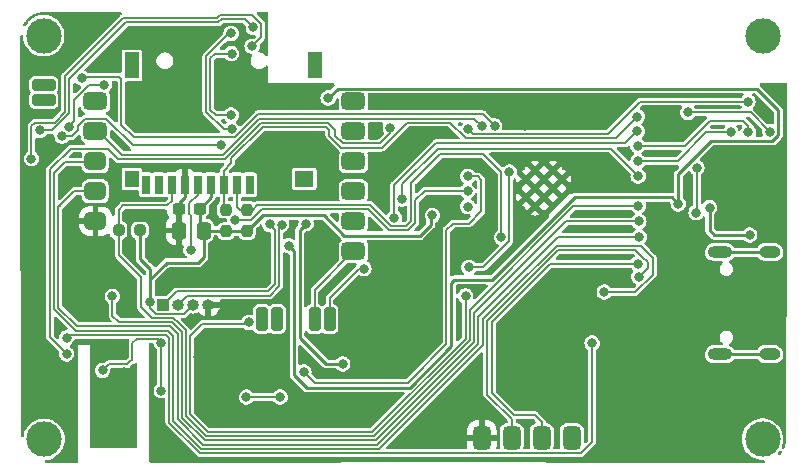
<source format=gbr>
%TF.GenerationSoftware,KiCad,Pcbnew,7.0.2*%
%TF.CreationDate,2024-04-03T12:52:23+03:00*%
%TF.ProjectId,gps_tracer,6770735f-7472-4616-9365-722e6b696361,rev?*%
%TF.SameCoordinates,Original*%
%TF.FileFunction,Copper,L2,Bot*%
%TF.FilePolarity,Positive*%
%FSLAX46Y46*%
G04 Gerber Fmt 4.6, Leading zero omitted, Abs format (unit mm)*
G04 Created by KiCad (PCBNEW 7.0.2) date 2024-04-03 12:52:23*
%MOMM*%
%LPD*%
G01*
G04 APERTURE LIST*
G04 Aperture macros list*
%AMRoundRect*
0 Rectangle with rounded corners*
0 $1 Rounding radius*
0 $2 $3 $4 $5 $6 $7 $8 $9 X,Y pos of 4 corners*
0 Add a 4 corners polygon primitive as box body*
4,1,4,$2,$3,$4,$5,$6,$7,$8,$9,$2,$3,0*
0 Add four circle primitives for the rounded corners*
1,1,$1+$1,$2,$3*
1,1,$1+$1,$4,$5*
1,1,$1+$1,$6,$7*
1,1,$1+$1,$8,$9*
0 Add four rect primitives between the rounded corners*
20,1,$1+$1,$2,$3,$4,$5,0*
20,1,$1+$1,$4,$5,$6,$7,0*
20,1,$1+$1,$6,$7,$8,$9,0*
20,1,$1+$1,$8,$9,$2,$3,0*%
G04 Aperture macros list end*
%TA.AperFunction,ComponentPad*%
%ADD10RoundRect,0.375000X-0.375000X0.625000X-0.375000X-0.625000X0.375000X-0.625000X0.375000X0.625000X0*%
%TD*%
%TA.AperFunction,ComponentPad*%
%ADD11RoundRect,0.375000X-0.625000X-0.375000X0.625000X-0.375000X0.625000X0.375000X-0.625000X0.375000X0*%
%TD*%
%TA.AperFunction,ComponentPad*%
%ADD12RoundRect,0.375000X-0.525000X-0.375000X0.525000X-0.375000X0.525000X0.375000X-0.525000X0.375000X0*%
%TD*%
%TA.AperFunction,ComponentPad*%
%ADD13O,1.800000X1.000000*%
%TD*%
%TA.AperFunction,ComponentPad*%
%ADD14O,2.100000X1.000000*%
%TD*%
%TA.AperFunction,ComponentPad*%
%ADD15O,1.000000X1.000000*%
%TD*%
%TA.AperFunction,ComponentPad*%
%ADD16R,1.000000X1.000000*%
%TD*%
%TA.AperFunction,ComponentPad*%
%ADD17RoundRect,0.250000X0.250000X-0.750000X0.250000X0.750000X-0.250000X0.750000X-0.250000X-0.750000X0*%
%TD*%
%TA.AperFunction,ComponentPad*%
%ADD18RoundRect,0.250000X0.750000X0.250000X-0.750000X0.250000X-0.750000X-0.250000X0.750000X-0.250000X0*%
%TD*%
%TA.AperFunction,HeatsinkPad*%
%ADD19C,0.600000*%
%TD*%
%TA.AperFunction,SMDPad,CuDef*%
%ADD20RoundRect,0.237500X-0.237500X0.250000X-0.237500X-0.250000X0.237500X-0.250000X0.237500X0.250000X0*%
%TD*%
%TA.AperFunction,SMDPad,CuDef*%
%ADD21RoundRect,0.237500X0.300000X0.237500X-0.300000X0.237500X-0.300000X-0.237500X0.300000X-0.237500X0*%
%TD*%
%TA.AperFunction,SMDPad,CuDef*%
%ADD22RoundRect,0.250000X0.337500X0.475000X-0.337500X0.475000X-0.337500X-0.475000X0.337500X-0.475000X0*%
%TD*%
%TA.AperFunction,SMDPad,CuDef*%
%ADD23RoundRect,0.237500X-0.250000X-0.237500X0.250000X-0.237500X0.250000X0.237500X-0.250000X0.237500X0*%
%TD*%
%TA.AperFunction,SMDPad,CuDef*%
%ADD24R,1.200000X2.200000*%
%TD*%
%TA.AperFunction,SMDPad,CuDef*%
%ADD25R,1.200000X1.400000*%
%TD*%
%TA.AperFunction,SMDPad,CuDef*%
%ADD26R,1.600000X1.400000*%
%TD*%
%TA.AperFunction,SMDPad,CuDef*%
%ADD27R,0.700000X1.600000*%
%TD*%
%TA.AperFunction,ViaPad*%
%ADD28C,3.000000*%
%TD*%
%TA.AperFunction,ViaPad*%
%ADD29C,0.800000*%
%TD*%
%TA.AperFunction,Conductor*%
%ADD30C,0.150000*%
%TD*%
%TA.AperFunction,Conductor*%
%ADD31C,0.250000*%
%TD*%
G04 APERTURE END LIST*
D10*
%TO.P,U6,4,GND*%
%TO.N,GND*%
X87325200Y-73075800D03*
%TO.P,U6,3,TX*%
%TO.N,GPS_TX*%
X89865200Y-73075800D03*
%TO.P,U6,2,RX*%
%TO.N,GPS_RX*%
X92405200Y-73075800D03*
%TO.P,U6,1,VCC*%
%TO.N,Net-(Q3-D)*%
X94945200Y-73075800D03*
%TD*%
D11*
%TO.P,U7,1,VCC*%
%TO.N,Net-(Q8-D)*%
X54620000Y-44580000D03*
%TO.P,U7,2,RST*%
%TO.N,RST_GSM*%
X54620000Y-47120000D03*
D12*
%TO.P,U7,3,RXD*%
%TO.N,RXD_GSM*%
X54620000Y-49660000D03*
%TO.P,U7,4,TXD*%
%TO.N,TXD_GSM*%
X54620000Y-52200000D03*
%TO.P,U7,5,GND*%
%TO.N,GND*%
X54620000Y-54740000D03*
D11*
%TO.P,U7,6,SPKM*%
%TO.N,Net-(J2-Pin_1)*%
X76464000Y-57280000D03*
%TO.P,U7,7,SPKN*%
%TO.N,Net-(J2-Pin_2)*%
X76464000Y-54740000D03*
%TO.P,U7,8,MICN*%
%TO.N,Net-(J1-Pin_1)*%
X76464000Y-52200000D03*
%TO.P,U7,9,MICP*%
%TO.N,Net-(J1-Pin_2)*%
X76464000Y-49660000D03*
%TO.P,U7,10,DTR*%
%TO.N,unconnected-(U7-DTR-Pad10)*%
X76464000Y-47120000D03*
%TO.P,U7,11,RING*%
%TO.N,unconnected-(U7-RING-Pad11)*%
X76464000Y-44580000D03*
%TD*%
D13*
%TO.P,P1,S1,SHIELD*%
%TO.N,unconnected-(P1-SHIELD-PadS1)*%
X111717400Y-57351200D03*
D14*
X107517400Y-57351200D03*
D13*
X111717400Y-65991200D03*
D14*
X107517400Y-65991200D03*
%TD*%
D15*
%TO.P,J3,4,Pin_4*%
%TO.N,GND*%
X64170000Y-61810000D03*
%TO.P,J3,3,Pin_3*%
%TO.N,+3.3V*%
X62900000Y-61810000D03*
%TO.P,J3,2,Pin_2*%
%TO.N,SCL*%
X61630000Y-61810000D03*
D16*
%TO.P,J3,1,Pin_1*%
%TO.N,SDA*%
X60360000Y-61810000D03*
%TD*%
D17*
%TO.P,J2,2,Pin_2*%
%TO.N,Net-(J2-Pin_2)*%
X74440000Y-63030000D03*
%TO.P,J2,1,Pin_1*%
%TO.N,Net-(J2-Pin_1)*%
X73170000Y-63030000D03*
%TD*%
D18*
%TO.P,J4,2,Pin_2*%
%TO.N,Net-(IC1-BAT)*%
X50240000Y-43180000D03*
%TO.P,J4,1,Pin_1*%
%TO.N,Net-(J4-Pin_1)*%
X50240000Y-44450000D03*
%TD*%
D17*
%TO.P,J1,2,Pin_2*%
%TO.N,Net-(J1-Pin_2)*%
X70000000Y-63030000D03*
%TO.P,J1,1,Pin_1*%
%TO.N,Net-(J1-Pin_1)*%
X68730000Y-63030000D03*
%TD*%
D19*
%TO.P,U4,39,GND*%
%TO.N,GND*%
X91051400Y-51179900D03*
X91051400Y-52704900D03*
X91813900Y-50417400D03*
X91813900Y-51942400D03*
X91813900Y-53467400D03*
X92576400Y-51179900D03*
X92576400Y-52704900D03*
X93338900Y-50417400D03*
X93338900Y-51942400D03*
X93338900Y-53467400D03*
X94101400Y-51179900D03*
X94101400Y-52704900D03*
%TD*%
D20*
%TO.P,R10,2*%
%TO.N,+3.3V*%
X65667468Y-55576855D03*
%TO.P,R10,1*%
%TO.N,MICROSD_MOSI*%
X65667468Y-53751855D03*
%TD*%
D21*
%TO.P,C16,1*%
%TO.N,+3.3V*%
X63430068Y-53671855D03*
%TO.P,C16,2*%
%TO.N,GND*%
X61705068Y-53671855D03*
%TD*%
D22*
%TO.P,C1,1*%
%TO.N,+3.3V*%
X63780068Y-55526055D03*
%TO.P,C1,2*%
%TO.N,GND*%
X61705068Y-55526055D03*
%TD*%
D23*
%TO.P,R12,1*%
%TO.N,MICROSD_MISO*%
X56575000Y-55500000D03*
%TO.P,R12,2*%
%TO.N,+3.3V*%
X58400000Y-55500000D03*
%TD*%
D20*
%TO.P,R24,2*%
%TO.N,+3.3V*%
X67445468Y-55580655D03*
%TO.P,R24,1*%
%TO.N,MICROSD_CS*%
X67445468Y-53755655D03*
%TD*%
D24*
%TO.P,J5,SH*%
%TO.N,N/C*%
X57686868Y-41549655D03*
D25*
X57686868Y-51149655D03*
D26*
X72286868Y-51149655D03*
D24*
X73186868Y-41549655D03*
D27*
%TO.P,J5,9,DAT2*%
%TO.N,unconnected-(J5-DAT2-Pad9)*%
X58886868Y-51649655D03*
%TO.P,J5,8,DAT3/CD*%
%TO.N,unconnected-(J5-DAT3{slash}CD-Pad8)*%
X59986868Y-51649655D03*
%TO.P,J5,7,CMD*%
%TO.N,MICROSD_MISO*%
X61086868Y-51649655D03*
%TO.P,J5,6,VDD*%
%TO.N,GND*%
X62186868Y-51649655D03*
%TO.P,J5,5,CLK*%
%TO.N,MICROSD_CLK*%
X63286868Y-51649655D03*
%TO.P,J5,4,VSS*%
%TO.N,+3.3V*%
X64386868Y-51649655D03*
%TO.P,J5,3,DAT0*%
%TO.N,MICROSD_MOSI*%
X65486868Y-51649655D03*
%TO.P,J5,2,DAT1*%
%TO.N,MICROSD_CS*%
X66586868Y-51649655D03*
%TO.P,J5,1,SHIELD*%
%TO.N,unconnected-(J5-SHIELD-Pad1)*%
X67686868Y-51649655D03*
%TD*%
D28*
%TO.N,*%
X111100000Y-39050000D03*
X111100000Y-39050000D03*
D29*
%TO.N,GND*%
X55350000Y-38150000D03*
X85050000Y-69000000D03*
X81850000Y-73250000D03*
X80250000Y-57750000D03*
%TO.N,Net-(J2-Pin_2)*%
X77350000Y-58750000D03*
%TO.N,GND*%
X52950000Y-50850000D03*
X53200000Y-62400000D03*
X65300000Y-59700000D03*
%TO.N,+3.3V*%
X60198000Y-69088000D03*
%TO.N,GND*%
X80772000Y-62738000D03*
X74930000Y-70358000D03*
X57658000Y-62484000D03*
X66040000Y-42672000D03*
X53340000Y-38862000D03*
X78994000Y-49784000D03*
X68326000Y-48768000D03*
X71882000Y-49022000D03*
X75450000Y-65750000D03*
X90490000Y-65125000D03*
X95840000Y-60040000D03*
%TO.N,+3.3V*%
X55220000Y-67370000D03*
X60198000Y-65024500D03*
%TO.N,+5V*%
X74325000Y-44297600D03*
%TO.N,GND*%
X63300000Y-66260000D03*
X66310000Y-66790000D03*
%TO.N,MPU5060_INT*%
X72265000Y-67495000D03*
%TO.N,Net-(D1-K)*%
X75550000Y-66820000D03*
%TO.N,+5V*%
X51790000Y-47540000D03*
X65270800Y-48310800D03*
%TO.N,GND*%
X66710000Y-62000000D03*
X59436000Y-57912000D03*
%TO.N,Net-(D1-K)*%
X72450000Y-54954500D03*
%TO.N,+3.3V*%
X83150000Y-54250000D03*
X106620000Y-53590000D03*
X110010000Y-55910000D03*
%TO.N,GND*%
X103910000Y-55000000D03*
X104910000Y-62970000D03*
X103980000Y-61030000D03*
%TO.N,Net-(U12-REGOUT)*%
X70250000Y-69630000D03*
X67400000Y-69630000D03*
%TO.N,GND*%
X110820000Y-49840000D03*
X110790000Y-51520000D03*
X108990000Y-51540000D03*
X108990000Y-49810000D03*
X96740000Y-45570000D03*
X90950000Y-46660500D03*
X96580000Y-50560000D03*
X109150000Y-62550000D03*
X109150000Y-60200000D03*
X111560000Y-63210000D03*
X111560000Y-59500000D03*
X98090000Y-67080000D03*
X100160000Y-63380000D03*
X111820000Y-69820000D03*
X105220000Y-73340000D03*
X105240000Y-68980000D03*
X98490000Y-69780000D03*
X82280000Y-57810000D03*
X77510000Y-61360000D03*
X65730000Y-71400000D03*
X65090000Y-69590000D03*
X56388000Y-65278000D03*
X57000000Y-67540000D03*
X52100000Y-71580000D03*
X51650000Y-68000000D03*
X50780000Y-41170000D03*
X49110000Y-45560000D03*
X49100000Y-51330000D03*
X55030000Y-56690000D03*
X59400000Y-54450000D03*
X64810000Y-56570000D03*
X67780000Y-59690000D03*
X70030000Y-51770000D03*
X72390000Y-52578000D03*
X78200000Y-44510000D03*
X85960000Y-44580000D03*
X70130000Y-43660000D03*
X60590000Y-46350000D03*
X61640000Y-38950000D03*
%TO.N,SCL*%
X70378818Y-55046993D03*
%TO.N,SDA*%
X69380000Y-55010000D03*
%TO.N,MICROSD_CLK*%
X67630500Y-63310000D03*
X62710000Y-57146500D03*
%TO.N,RED_LED*%
X56050000Y-61095500D03*
%TO.N,+5V*%
X70969800Y-56804200D03*
X103962200Y-53263800D03*
%TO.N,BATTERY_VOLTAGE*%
X66416498Y-54664355D03*
%TO.N,Net-(D7-K)*%
X49200000Y-49440000D03*
X67880000Y-39920000D03*
%TO.N,Net-(D6-K)*%
X49896255Y-47054500D03*
X67980000Y-38330000D03*
%TO.N,Net-(IC1-CHRG)*%
X66100000Y-38825500D03*
%TO.N,Net-(IC1-STDBY)*%
X66110000Y-45750000D03*
X66150000Y-40550000D03*
%TO.N,Net-(IC1-CHRG)*%
X66150000Y-46935500D03*
%TO.N,+3.3V*%
X59260498Y-61594500D03*
%TO.N,GSM_POWER_SOURSE*%
X55372000Y-43180000D03*
X52390879Y-46733964D03*
%TO.N,Net-(C11-Pad1)*%
X96670000Y-65060000D03*
X52170000Y-64610000D03*
%TO.N,Net-(C8-Pad1)*%
X52180000Y-65970000D03*
X79579860Y-46819308D03*
%TO.N,MPU5060_INT*%
X86150000Y-50940000D03*
%TO.N,BATTERY_VOLTAGE*%
X86120000Y-52170000D03*
%TO.N,RST_GSM*%
X87330000Y-46660500D03*
X86140000Y-53500000D03*
%TO.N,POWER_OF_GSM*%
X53447944Y-42597944D03*
X88411694Y-46660500D03*
X89670000Y-50570000D03*
X86244647Y-58634647D03*
%TO.N,MICROSD_CLK*%
X85960000Y-61050000D03*
%TO.N,MICROSD_CS*%
X88995500Y-56104500D03*
%TO.N,RXD_GSM*%
X97700000Y-60740000D03*
%TO.N,GPS_TX*%
X100620000Y-59420000D03*
%TO.N,GPS_RX*%
X100527632Y-58344500D03*
%TO.N,TXD_GSM*%
X100640000Y-56070000D03*
%TO.N,RED_LED*%
X100620000Y-54750000D03*
%TO.N,MICROSD_MISO*%
X100590000Y-53450000D03*
%TO.N,SDA*%
X80594500Y-52842280D03*
X100570000Y-50910000D03*
%TO.N,SCL*%
X100500000Y-47130000D03*
X79920000Y-54450500D03*
%TO.N,MICROSD_MOSI*%
X100510000Y-45880000D03*
%TO.N,EN*%
X109860000Y-44610000D03*
X86200000Y-46960000D03*
%TO.N,Net-(Q2-B)*%
X104780000Y-45525500D03*
X111710000Y-47150000D03*
%TO.N,RXD*%
X100560000Y-49650000D03*
X108430000Y-47220000D03*
%TO.N,TXD*%
X100540000Y-48340000D03*
X109907701Y-47157701D03*
%TO.N,Net-(U3-D+)*%
X105540000Y-50194500D03*
X105484555Y-54008078D03*
D28*
%TO.N,*%
X50270000Y-73200000D03*
X111100000Y-73180000D03*
X50240000Y-39030000D03*
%TD*%
D30*
%TO.N,+3.3V*%
X59873500Y-64700000D02*
X60198000Y-65024500D01*
X58096039Y-64700000D02*
X59873500Y-64700000D01*
X57750000Y-65046038D02*
X58096039Y-64700000D01*
X57300000Y-66850000D02*
X57650000Y-66500000D01*
X57650000Y-66500000D02*
X57750000Y-66500000D01*
X55740000Y-66850000D02*
X57300000Y-66850000D01*
X55220000Y-67370000D02*
X55740000Y-66850000D01*
X57750000Y-66500000D02*
X57750000Y-65046038D01*
%TO.N,Net-(U12-REGOUT)*%
X69830000Y-69630000D02*
X70250000Y-69630000D01*
X70250000Y-69630000D02*
X67400000Y-69630000D01*
%TO.N,POWER_OF_GSM*%
X87438896Y-45687702D02*
X88411694Y-46660500D01*
X66430095Y-47610000D02*
X68352393Y-45687702D01*
X57860000Y-47610000D02*
X66430095Y-47610000D01*
X56811868Y-46561868D02*
X57860000Y-47610000D01*
X53540888Y-42505000D02*
X56589595Y-42505000D01*
X53447944Y-42597944D02*
X53540888Y-42505000D01*
X56811868Y-42727273D02*
X56811868Y-46561868D01*
X68352393Y-45687702D02*
X87438896Y-45687702D01*
X56589595Y-42505000D02*
X56811868Y-42727273D01*
D31*
%TO.N,+3.3V*%
X83005000Y-55050000D02*
X83005000Y-54395000D01*
X73964051Y-54230000D02*
X75694051Y-55960000D01*
X83005000Y-54395000D02*
X83150000Y-54250000D01*
X67445468Y-55580655D02*
X68796123Y-54230000D01*
X68796123Y-54230000D02*
X73964051Y-54230000D01*
X75694051Y-55960000D02*
X82095000Y-55960000D01*
X82095000Y-55960000D02*
X83005000Y-55050000D01*
D30*
%TO.N,SCL*%
X70170000Y-60230000D02*
X70170000Y-55255811D01*
X69365000Y-61035000D02*
X70170000Y-60230000D01*
X70170000Y-55255811D02*
X70378818Y-55046993D01*
X62405000Y-61035000D02*
X69365000Y-61035000D01*
X61630000Y-61810000D02*
X62405000Y-61035000D01*
D31*
%TO.N,GND*%
X62186868Y-50186868D02*
X62186868Y-51649655D01*
X62050000Y-50050000D02*
X62186868Y-50186868D01*
X56300000Y-50050000D02*
X62050000Y-50050000D01*
X56100000Y-50250000D02*
X56300000Y-50050000D01*
X56100000Y-52850000D02*
X56100000Y-50250000D01*
X55600000Y-53350000D02*
X56100000Y-52850000D01*
X54700000Y-53350000D02*
X55600000Y-53350000D01*
X54620000Y-53430000D02*
X54700000Y-53350000D01*
X54620000Y-54740000D02*
X54620000Y-53430000D01*
D30*
%TO.N,Net-(J2-Pin_2)*%
X76913240Y-58750000D02*
X74440000Y-61223239D01*
X77350000Y-58750000D02*
X76913240Y-58750000D01*
X74440000Y-61223239D02*
X74440000Y-63030000D01*
D31*
%TO.N,unconnected-(P1-SHIELD-PadS1)*%
X107517400Y-65991200D02*
X111717400Y-65991200D01*
X107517400Y-57351200D02*
X111717400Y-57351200D01*
D30*
%TO.N,MICROSD_MOSI*%
X85970405Y-47685000D02*
X98705000Y-47685000D01*
X66115345Y-49410798D02*
X68786143Y-46740000D01*
X84675405Y-46390000D02*
X85970405Y-47685000D01*
X80979570Y-46390000D02*
X84675405Y-46390000D01*
X65486868Y-51649655D02*
X65486868Y-50453132D01*
X74422000Y-46990000D02*
X74422000Y-47492213D01*
X78855569Y-48514000D02*
X80979570Y-46390000D01*
X74422000Y-47492213D02*
X75443787Y-48514000D01*
X65486868Y-50453132D02*
X66115345Y-49824655D01*
X66115345Y-49824655D02*
X66115345Y-49410798D01*
X68786143Y-46740000D02*
X74172000Y-46740000D01*
X74172000Y-46740000D02*
X74422000Y-46990000D01*
X75443787Y-48514000D02*
X78855569Y-48514000D01*
X98705000Y-47685000D02*
X100510000Y-45880000D01*
%TO.N,GND*%
X59436000Y-54486000D02*
X59436000Y-57912000D01*
D31*
X60476055Y-55526055D02*
X61705068Y-55526055D01*
X59400000Y-54450000D02*
X60476055Y-55526055D01*
D30*
X59400000Y-54450000D02*
X59436000Y-54486000D01*
%TO.N,MICROSD_MISO*%
X56950000Y-53400000D02*
X56575000Y-53775000D01*
X56575000Y-53775000D02*
X56575000Y-55500000D01*
X60714639Y-53400000D02*
X56950000Y-53400000D01*
X61086868Y-53027771D02*
X60714639Y-53400000D01*
X61086868Y-51649655D02*
X61086868Y-53027771D01*
D31*
%TO.N,+3.3V*%
X59260498Y-58761803D02*
X58400000Y-57901305D01*
X58400000Y-57901305D02*
X58400000Y-55500000D01*
X59260498Y-59800000D02*
X59260498Y-61594500D01*
X59260498Y-59800000D02*
X59260498Y-58761803D01*
X59260498Y-59629502D02*
X59260498Y-59800000D01*
D30*
%TO.N,MICROSD_MISO*%
X56575000Y-57595000D02*
X58480000Y-59500000D01*
X56575000Y-55500000D02*
X56575000Y-57595000D01*
X58480000Y-59500000D02*
X58480000Y-62007076D01*
%TO.N,Net-(D7-K)*%
X68655000Y-39145000D02*
X67880000Y-39920000D01*
X68655000Y-38050405D02*
X68655000Y-39145000D01*
X67854596Y-37250000D02*
X68655000Y-38050405D01*
X65188318Y-37250000D02*
X67854596Y-37250000D01*
X64888318Y-37550000D02*
X65188318Y-37250000D01*
X56938000Y-37550000D02*
X64888318Y-37550000D01*
X52070000Y-45465026D02*
X52070000Y-42418000D01*
X49530000Y-46380000D02*
X51155026Y-46380000D01*
X49200000Y-46710000D02*
X49530000Y-46380000D01*
X52070000Y-42418000D02*
X56938000Y-37550000D01*
X49200000Y-49440000D02*
X49200000Y-46710000D01*
X51155026Y-46380000D02*
X52070000Y-45465026D01*
%TO.N,Net-(D6-K)*%
X65333292Y-37600000D02*
X67250000Y-37600000D01*
X67250000Y-37600000D02*
X67980000Y-38330000D01*
X52420000Y-42672000D02*
X57192000Y-37900000D01*
X52420000Y-45610000D02*
X52420000Y-42672000D01*
X50975500Y-47054500D02*
X52420000Y-45610000D01*
X49896255Y-47054500D02*
X50975500Y-47054500D01*
X57192000Y-37900000D02*
X65033292Y-37900000D01*
X65033292Y-37900000D02*
X65333292Y-37600000D01*
%TO.N,Net-(IC1-CHRG)*%
X65477500Y-46935500D02*
X66150000Y-46935500D01*
X64008000Y-45466000D02*
X65477500Y-46935500D01*
X65931526Y-38825500D02*
X64008000Y-40749026D01*
X64008000Y-40749026D02*
X64008000Y-45466000D01*
X66100000Y-38825500D02*
X65931526Y-38825500D01*
%TO.N,Net-(IC1-STDBY)*%
X64800000Y-45750000D02*
X66110000Y-45750000D01*
X64358000Y-45308000D02*
X64800000Y-45750000D01*
X66150000Y-40550000D02*
X64702000Y-40550000D01*
X64702000Y-40550000D02*
X64358000Y-40894000D01*
X64358000Y-40894000D02*
X64358000Y-45308000D01*
D31*
%TO.N,+5V*%
X88220000Y-59700000D02*
X95195000Y-52725000D01*
X84740000Y-59960000D02*
X85000000Y-59700000D01*
X85000000Y-59700000D02*
X88220000Y-59700000D01*
X95195000Y-52725000D02*
X103423400Y-52725000D01*
X103423400Y-52725000D02*
X103962200Y-53263800D01*
X84740000Y-65335686D02*
X84740000Y-59960000D01*
X77220000Y-68820000D02*
X81255686Y-68820000D01*
X81255686Y-68820000D02*
X84740000Y-65335686D01*
D30*
%TO.N,SDA*%
X69820000Y-60085026D02*
X69820000Y-55450000D01*
X69220026Y-60685000D02*
X69820000Y-60085026D01*
X61485000Y-60685000D02*
X69220026Y-60685000D01*
X69820000Y-55450000D02*
X69380000Y-55010000D01*
X60360000Y-61810000D02*
X61485000Y-60685000D01*
%TO.N,+3.3V*%
X60198000Y-65024500D02*
X60198000Y-69088000D01*
D31*
%TO.N,Net-(D1-K)*%
X71930000Y-55474500D02*
X72450000Y-54954500D01*
X71930000Y-63190000D02*
X71930000Y-55474500D01*
D30*
%TO.N,Net-(C8-Pad1)*%
X50790000Y-64580000D02*
X52180000Y-65970000D01*
X50790000Y-50333604D02*
X50790000Y-64580000D01*
X52538604Y-48585000D02*
X50790000Y-50333604D01*
X55640000Y-48585000D02*
X52538604Y-48585000D01*
X56515000Y-49460000D02*
X55640000Y-48585000D01*
X65571169Y-49460000D02*
X56515000Y-49460000D01*
X68641169Y-46390000D02*
X65571169Y-49460000D01*
X74930000Y-46990000D02*
X74330000Y-46390000D01*
X74330000Y-46390000D02*
X68641169Y-46390000D01*
X79579860Y-47294735D02*
X78729594Y-48145000D01*
X78729594Y-48145000D02*
X75569761Y-48145000D01*
X74930000Y-47505239D02*
X74930000Y-46990000D01*
X79579860Y-46819308D02*
X79579860Y-47294735D01*
X75569761Y-48145000D02*
X74930000Y-47505239D01*
%TO.N,MICROSD_CS*%
X67935345Y-53755655D02*
X68326000Y-53365000D01*
X67445468Y-53755655D02*
X67935345Y-53755655D01*
X68326000Y-53365000D02*
X77879906Y-53365000D01*
X77879905Y-53365000D02*
X78043453Y-53528547D01*
X77879906Y-53365000D02*
X78043453Y-53528547D01*
X78043453Y-53528547D02*
X78960000Y-54445095D01*
%TO.N,BATTERY_VOLTAGE*%
X82518298Y-52170000D02*
X86120000Y-52170000D01*
X81084171Y-55475500D02*
X81708298Y-54851373D01*
X77734930Y-53715000D02*
X79495430Y-55475500D01*
X79495430Y-55475500D02*
X81084171Y-55475500D01*
X68698408Y-53715000D02*
X77734930Y-53715000D01*
X81708298Y-54851373D02*
X81708298Y-52980000D01*
X81708298Y-52980000D02*
X82518298Y-52170000D01*
X67749052Y-54664355D02*
X68698408Y-53715000D01*
X66416498Y-54664355D02*
X67749052Y-54664355D01*
%TO.N,GSM_POWER_SOURSE*%
X52390879Y-46733964D02*
X52831380Y-46293463D01*
X52831380Y-46293463D02*
X52831380Y-44449380D01*
X54100761Y-43180000D02*
X52831380Y-44449380D01*
X55372000Y-43180000D02*
X54100761Y-43180000D01*
D31*
%TO.N,+5V*%
X103962200Y-50746995D02*
X103962200Y-53263800D01*
X112435000Y-47450305D02*
X111940305Y-47945000D01*
X110595000Y-43505000D02*
X112435000Y-45345000D01*
X112435000Y-45345000D02*
X112435000Y-47450305D01*
X75117600Y-43505000D02*
X110595000Y-43505000D01*
X74325000Y-44297600D02*
X75117600Y-43505000D01*
X106764195Y-47945000D02*
X103962200Y-50746995D01*
X111940305Y-47945000D02*
X106764195Y-47945000D01*
D30*
%TO.N,RST_GSM*%
X54860000Y-47120000D02*
X54620000Y-47120000D01*
X65426195Y-49110000D02*
X56850000Y-49110000D01*
X56850000Y-49110000D02*
X54860000Y-47120000D01*
X68496195Y-46040000D02*
X65426195Y-49110000D01*
X87330000Y-46660500D02*
X86709500Y-46040000D01*
X86709500Y-46040000D02*
X68496195Y-46040000D01*
%TO.N,MPU5060_INT*%
X86970000Y-50940000D02*
X86150000Y-50940000D01*
X87290000Y-51260000D02*
X86970000Y-50940000D01*
X87290000Y-53880000D02*
X87290000Y-51260000D01*
X86240000Y-54930000D02*
X87290000Y-53880000D01*
X84860000Y-54930000D02*
X86240000Y-54930000D01*
X84340000Y-55450000D02*
X84860000Y-54930000D01*
X84340000Y-65170000D02*
X84340000Y-55450000D01*
X81090000Y-68420000D02*
X84340000Y-65170000D01*
X73190000Y-68420000D02*
X81090000Y-68420000D01*
X72265000Y-67495000D02*
X73190000Y-68420000D01*
D31*
%TO.N,+5V*%
X77220000Y-68820000D02*
X77630000Y-68820000D01*
X72500000Y-68820000D02*
X77220000Y-68820000D01*
D30*
%TO.N,GPS_RX*%
X88180000Y-69315026D02*
X88180000Y-63275532D01*
X90014974Y-71150000D02*
X88180000Y-69315026D01*
X91810000Y-71150000D02*
X90014974Y-71150000D01*
X93111032Y-58344500D02*
X100527632Y-58344500D01*
X92405200Y-71745200D02*
X91810000Y-71150000D01*
X88180000Y-63275532D02*
X93111032Y-58344500D01*
X92405200Y-73075800D02*
X92405200Y-71745200D01*
%TO.N,GPS_TX*%
X89865200Y-71495200D02*
X89865200Y-71990000D01*
X87780000Y-69410000D02*
X89865200Y-71495200D01*
X87780000Y-63180558D02*
X87780000Y-69410000D01*
X93815558Y-57145000D02*
X87780000Y-63180558D01*
X93950000Y-57145000D02*
X93815558Y-57145000D01*
X89865200Y-71990000D02*
X89865200Y-73075800D01*
X93950000Y-57145000D02*
X93855000Y-57145000D01*
X99260000Y-57145000D02*
X93950000Y-57145000D01*
X100297254Y-57145000D02*
X99260000Y-57145000D01*
X100921127Y-57768873D02*
X100822254Y-57670000D01*
X101365000Y-58212746D02*
X100921127Y-57768873D01*
X100921127Y-57768873D02*
X100297254Y-57145000D01*
%TO.N,RXD_GSM*%
X52050000Y-49710000D02*
X54570000Y-49710000D01*
X51140000Y-50620000D02*
X52050000Y-49710000D01*
X51140000Y-62205405D02*
X51140000Y-50620000D01*
X52934595Y-64000000D02*
X51140000Y-62205405D01*
X60760026Y-64000000D02*
X52934595Y-64000000D01*
X61225000Y-64464974D02*
X60760026Y-64000000D01*
X61225000Y-71645696D02*
X61225000Y-64464974D01*
X78620468Y-74000800D02*
X63580102Y-74000800D01*
X87430000Y-65191268D02*
X78620468Y-74000800D01*
X87430000Y-63020000D02*
X87430000Y-65191268D01*
X63580102Y-74000800D02*
X61225000Y-71645696D01*
X89647208Y-60802792D02*
X87430000Y-63020000D01*
X89662792Y-60802792D02*
X89647208Y-60802792D01*
X93670584Y-56795000D02*
X89662792Y-60802792D01*
X100770000Y-56795000D02*
X93670584Y-56795000D01*
X101815000Y-57840000D02*
X100770000Y-56795000D01*
X101815000Y-59250305D02*
X101815000Y-57840000D01*
X100325305Y-60740000D02*
X101815000Y-59250305D01*
X97700000Y-60740000D02*
X100325305Y-60740000D01*
D31*
%TO.N,+5V*%
X71430000Y-67750000D02*
X72500000Y-68820000D01*
X71430000Y-67750000D02*
X71430000Y-57264400D01*
D30*
%TO.N,TXD_GSM*%
X60890000Y-63635000D02*
X59330000Y-63635000D01*
X61575000Y-64320000D02*
X60890000Y-63635000D01*
X61575000Y-71500724D02*
X61575000Y-64320000D01*
X63725078Y-73650800D02*
X61575000Y-71500724D01*
X78475494Y-73650800D02*
X63725078Y-73650800D01*
X87010000Y-65116294D02*
X78475494Y-73650800D01*
X87010000Y-62819188D02*
X87010000Y-65116294D01*
X93759188Y-56070000D02*
X87010000Y-62819188D01*
X100640000Y-56070000D02*
X93759188Y-56070000D01*
%TO.N,RED_LED*%
X56050000Y-62730000D02*
X56050000Y-61095500D01*
X56605000Y-63285000D02*
X56050000Y-62730000D01*
X61080026Y-63285000D02*
X56605000Y-63285000D01*
X61925000Y-71355748D02*
X61925000Y-64129974D01*
X63870052Y-73300800D02*
X61925000Y-71355748D01*
X78330520Y-73300800D02*
X63870052Y-73300800D01*
X86660000Y-64971320D02*
X78330520Y-73300800D01*
X86660000Y-62532792D02*
X86660000Y-64971320D01*
X94442792Y-54750000D02*
X86660000Y-62532792D01*
X100620000Y-54750000D02*
X94442792Y-54750000D01*
X61925000Y-64129974D02*
X61080026Y-63285000D01*
%TO.N,MICROSD_MISO*%
X62275000Y-71210774D02*
X62275000Y-63985000D01*
X62275000Y-63985000D02*
X61655000Y-63365000D01*
X64015026Y-72950800D02*
X62275000Y-71210774D01*
X78185546Y-72950800D02*
X64015026Y-72950800D01*
X86310000Y-64826346D02*
X78185546Y-72950800D01*
X86310000Y-62246396D02*
X86310000Y-64826346D01*
X95090000Y-53466396D02*
X86310000Y-62246396D01*
X95090000Y-53460000D02*
X95090000Y-53466396D01*
X100590000Y-53450000D02*
X100580000Y-53460000D01*
X100580000Y-53460000D02*
X95090000Y-53460000D01*
%TO.N,MICROSD_CLK*%
X63660000Y-63460000D02*
X67480500Y-63460000D01*
X67480500Y-63460000D02*
X67630500Y-63310000D01*
X64160000Y-72600800D02*
X62625000Y-71065800D01*
X78040572Y-72600800D02*
X64160000Y-72600800D01*
X85960000Y-64681372D02*
X78040572Y-72600800D01*
X85960000Y-61050000D02*
X85960000Y-64681372D01*
X62625000Y-71065800D02*
X62625000Y-64495000D01*
X62625000Y-64495000D02*
X63660000Y-63460000D01*
D31*
%TO.N,+5V*%
X71430000Y-57264400D02*
X70969800Y-56804200D01*
D30*
%TO.N,Net-(C11-Pad1)*%
X60875000Y-71795000D02*
X63430800Y-74350800D01*
X60610000Y-64350000D02*
X60875000Y-64615000D01*
X60875000Y-64615000D02*
X60875000Y-71795000D01*
X63430800Y-74350800D02*
X65490000Y-74350800D01*
X52430000Y-64350000D02*
X60610000Y-64350000D01*
X52170000Y-64610000D02*
X52430000Y-64350000D01*
%TO.N,TXD_GSM*%
X53075000Y-63635000D02*
X51490000Y-62050000D01*
X51490000Y-62050000D02*
X51490000Y-53530000D01*
X51625000Y-53395000D02*
X51590000Y-53430000D01*
X51490000Y-53530000D02*
X51625000Y-53395000D01*
X52820000Y-52200000D02*
X51625000Y-53395000D01*
X59330000Y-63635000D02*
X53075000Y-63635000D01*
D31*
%TO.N,GPS_RX*%
X100527632Y-58400064D02*
X100550526Y-58422958D01*
X100527632Y-58344500D02*
X100527632Y-58400064D01*
D30*
%TO.N,+3.3V*%
X62125000Y-62585000D02*
X62900000Y-61810000D01*
X59735000Y-62585000D02*
X62125000Y-62585000D01*
X59260498Y-62110498D02*
X59735000Y-62585000D01*
X59260498Y-61594500D02*
X59260498Y-62110498D01*
%TO.N,TXD_GSM*%
X59330000Y-63635000D02*
X58693710Y-63635000D01*
%TO.N,MICROSD_MISO*%
X61655000Y-63365000D02*
X61225000Y-62935000D01*
X61825000Y-63535000D02*
X61655000Y-63365000D01*
X59407924Y-62935000D02*
X59206462Y-62733538D01*
X61225000Y-62935000D02*
X59407924Y-62935000D01*
X58480000Y-62007076D02*
X59206462Y-62733538D01*
%TO.N,EN*%
X86575000Y-47335000D02*
X86200000Y-46960000D01*
X100745000Y-44610000D02*
X98020000Y-47335000D01*
X98020000Y-47335000D02*
X86575000Y-47335000D01*
X109860000Y-44610000D02*
X100745000Y-44610000D01*
%TO.N,MPU5060_INT*%
X72180000Y-67580000D02*
X72265000Y-67495000D01*
D31*
%TO.N,Net-(D1-K)*%
X71930000Y-64585686D02*
X74164314Y-66820000D01*
X71930000Y-63190000D02*
X71930000Y-64585686D01*
X74164314Y-66820000D02*
X75550000Y-66820000D01*
X71930000Y-63190000D02*
X71930000Y-63460000D01*
D30*
%TO.N,Net-(C11-Pad1)*%
X65490000Y-74350800D02*
X64950800Y-74350800D01*
X85980000Y-74350800D02*
X65490000Y-74350800D01*
X85980000Y-74350800D02*
X95766216Y-74350800D01*
X85390800Y-74350800D02*
X85980000Y-74350800D01*
%TO.N,TXD*%
X109480000Y-46250000D02*
X109907701Y-46677701D01*
X109907701Y-46677701D02*
X109907701Y-47157701D01*
X106660000Y-46250000D02*
X109480000Y-46250000D01*
X104570000Y-48340000D02*
X106660000Y-46250000D01*
X100540000Y-48340000D02*
X104570000Y-48340000D01*
%TO.N,RXD*%
X106330000Y-47220000D02*
X108430000Y-47220000D01*
X103900000Y-49650000D02*
X106330000Y-47220000D01*
X100560000Y-49650000D02*
X103900000Y-49650000D01*
%TO.N,POWER_OF_GSM*%
X87439948Y-58634647D02*
X89670000Y-56404595D01*
X86244647Y-58634647D02*
X87439948Y-58634647D01*
X89670000Y-56404595D02*
X89670000Y-50570000D01*
%TO.N,+5V*%
X52610148Y-47540000D02*
X53115879Y-47034269D01*
X51790000Y-47540000D02*
X52610148Y-47540000D01*
X53115879Y-46634172D02*
X53115879Y-47034269D01*
X57800749Y-48310800D02*
X55534949Y-46045000D01*
X65270800Y-48310800D02*
X57800749Y-48310800D01*
X55534949Y-46045000D02*
X53705051Y-46045000D01*
X53705051Y-46045000D02*
X53115879Y-46634172D01*
%TO.N,MICROSD_CS*%
X87455000Y-49035000D02*
X88995500Y-50575500D01*
X83821396Y-49035000D02*
X87455000Y-49035000D01*
X81358298Y-51498098D02*
X83821396Y-49035000D01*
X81358298Y-54706398D02*
X81358298Y-51498098D01*
X80939196Y-55125500D02*
X81358298Y-54706398D01*
X79640405Y-55125500D02*
X80939196Y-55125500D01*
X88995500Y-50575500D02*
X88995500Y-56104500D01*
X78960000Y-54445095D02*
X79640405Y-55125500D01*
%TO.N,SDA*%
X98245000Y-48585000D02*
X100570000Y-50910000D01*
X83635000Y-48585000D02*
X98245000Y-48585000D01*
X80594500Y-52842280D02*
X80594500Y-51625500D01*
X80594500Y-51625500D02*
X83635000Y-48585000D01*
D31*
%TO.N,+3.3V*%
X60640000Y-58250000D02*
X59260498Y-59629502D01*
X63310000Y-58250000D02*
X60640000Y-58250000D01*
X63780068Y-57779932D02*
X63310000Y-58250000D01*
X63780068Y-55526055D02*
X63780068Y-57779932D01*
D30*
%TO.N,MICROSD_CLK*%
X62677609Y-57114109D02*
X62710000Y-57146500D01*
X62677609Y-54252391D02*
X62677609Y-57114109D01*
X62567568Y-53201360D02*
X62567568Y-54142350D01*
X62567568Y-54142350D02*
X62677609Y-54252391D01*
X63286868Y-52482060D02*
X62567568Y-53201360D01*
X63286868Y-51649655D02*
X63286868Y-52482060D01*
D31*
X62834698Y-57021802D02*
X62710000Y-57146500D01*
%TO.N,+3.3V*%
X106620000Y-55520000D02*
X106620000Y-53590000D01*
X107000000Y-55900000D02*
X106620000Y-55520000D01*
X107010000Y-55910000D02*
X107000000Y-55900000D01*
X110010000Y-55910000D02*
X107010000Y-55910000D01*
%TO.N,MICROSD_CS*%
X88845500Y-56104500D02*
X88995500Y-56104500D01*
D30*
X66586868Y-51649655D02*
X66586868Y-53516868D01*
X66586868Y-53516868D02*
X66825655Y-53755655D01*
X66825655Y-53755655D02*
X67445468Y-53755655D01*
%TO.N,MICROSD_MOSI*%
X65486868Y-53571255D02*
X65667468Y-53751855D01*
X65486868Y-51649655D02*
X65486868Y-53571255D01*
D31*
%TO.N,+3.3V*%
X64386868Y-52715055D02*
X63430068Y-53671855D01*
X64386868Y-51649655D02*
X64386868Y-52715055D01*
D30*
%TO.N,Net-(C11-Pad1)*%
X95766216Y-74350800D02*
X96670000Y-73447016D01*
X96670000Y-73447016D02*
X96670000Y-65060000D01*
D31*
%TO.N,RXD_GSM*%
X54620000Y-49660000D02*
X54570000Y-49710000D01*
D30*
%TO.N,SCL*%
X99495000Y-48135000D02*
X100500000Y-47130000D01*
X83415000Y-48135000D02*
X99495000Y-48135000D01*
X79920000Y-54450500D02*
X79920000Y-51630000D01*
X79920000Y-51630000D02*
X83415000Y-48135000D01*
D31*
%TO.N,RED_LED*%
X100470000Y-54600000D02*
X100620000Y-54750000D01*
%TO.N,GND*%
X61705068Y-53671855D02*
X61705068Y-53181455D01*
X61705068Y-53181455D02*
X62186868Y-52699655D01*
X62186868Y-52699655D02*
X62186868Y-51649655D01*
X61705068Y-53671855D02*
X61705068Y-55526055D01*
D30*
%TO.N,TXD_GSM*%
X54620000Y-52200000D02*
X52820000Y-52200000D01*
D31*
%TO.N,+3.3V*%
X67441668Y-55576855D02*
X67445468Y-55580655D01*
X65667468Y-55576855D02*
X67441668Y-55576855D01*
X65616668Y-55526055D02*
X65667468Y-55576855D01*
X63780068Y-55526055D02*
X65616668Y-55526055D01*
X63430068Y-55176055D02*
X63780068Y-55526055D01*
X63430068Y-53671855D02*
X63430068Y-55176055D01*
D30*
%TO.N,GPS_TX*%
X101365000Y-58675000D02*
X101365000Y-58212746D01*
X100620000Y-59420000D02*
X101365000Y-58675000D01*
%TO.N,Net-(J2-Pin_1)*%
X73170000Y-60574000D02*
X73170000Y-63030000D01*
X76464000Y-57280000D02*
X73170000Y-60574000D01*
%TO.N,Net-(Q2-B)*%
X110085500Y-45525500D02*
X104780000Y-45525500D01*
X111710000Y-47150000D02*
X110085500Y-45525500D01*
D31*
%TO.N,Net-(U3-D+)*%
X105540000Y-53952633D02*
X105484555Y-54008078D01*
D30*
X105540000Y-50194500D02*
X105540000Y-53952633D01*
%TD*%
%TA.AperFunction,Conductor*%
%TO.N,GND*%
G36*
X56822949Y-37029104D02*
G01*
X56868713Y-37081900D01*
X56878668Y-37151057D01*
X56849653Y-37214617D01*
X56815354Y-37236667D01*
X56816223Y-37237908D01*
X56767380Y-37272106D01*
X56758264Y-37277914D01*
X56725545Y-37296805D01*
X56701262Y-37325744D01*
X56693956Y-37333716D01*
X51853714Y-42173958D01*
X51845741Y-42181264D01*
X51816806Y-42205544D01*
X51797914Y-42238264D01*
X51792106Y-42247380D01*
X51769831Y-42279193D01*
X51759597Y-42303899D01*
X51752852Y-42342148D01*
X51750512Y-42352704D01*
X51740735Y-42389191D01*
X51744028Y-42426817D01*
X51744500Y-42437626D01*
X51744500Y-45278837D01*
X51724815Y-45345876D01*
X51708181Y-45366518D01*
X51056519Y-46018181D01*
X50995196Y-46051666D01*
X50968838Y-46054500D01*
X49549616Y-46054500D01*
X49538808Y-46054028D01*
X49501193Y-46050736D01*
X49464716Y-46060510D01*
X49454162Y-46062849D01*
X49415905Y-46069595D01*
X49391190Y-46079834D01*
X49359377Y-46102108D01*
X49350261Y-46107915D01*
X49317545Y-46126804D01*
X49293262Y-46155743D01*
X49285956Y-46163715D01*
X48983714Y-46465958D01*
X48975741Y-46473264D01*
X48946806Y-46497544D01*
X48927914Y-46530264D01*
X48922106Y-46539380D01*
X48899831Y-46571193D01*
X48889597Y-46595899D01*
X48882852Y-46634148D01*
X48880512Y-46644704D01*
X48870735Y-46681191D01*
X48874028Y-46718817D01*
X48874500Y-46729626D01*
X48874500Y-48803501D01*
X48854815Y-48870540D01*
X48832727Y-48896317D01*
X48827760Y-48900716D01*
X48827760Y-48900717D01*
X48809284Y-48917085D01*
X48709516Y-49005471D01*
X48619780Y-49135476D01*
X48563763Y-49283181D01*
X48544721Y-49440000D01*
X48563763Y-49596818D01*
X48619780Y-49744523D01*
X48709515Y-49874528D01*
X48709516Y-49874529D01*
X48709517Y-49874530D01*
X48827760Y-49979283D01*
X48967635Y-50052696D01*
X49121015Y-50090500D01*
X49278985Y-50090500D01*
X49432365Y-50052696D01*
X49572240Y-49979283D01*
X49690483Y-49874530D01*
X49780220Y-49744523D01*
X49836237Y-49596818D01*
X49855278Y-49440000D01*
X49836237Y-49283182D01*
X49780220Y-49135477D01*
X49690483Y-49005470D01*
X49572240Y-48900717D01*
X49572239Y-48900716D01*
X49567273Y-48896317D01*
X49530146Y-48837127D01*
X49525500Y-48803501D01*
X49525500Y-48305065D01*
X49525500Y-47791356D01*
X49545183Y-47724321D01*
X49597987Y-47678566D01*
X49667146Y-47668622D01*
X49679173Y-47670963D01*
X49817270Y-47705000D01*
X49975240Y-47705000D01*
X50128620Y-47667196D01*
X50268495Y-47593783D01*
X50386738Y-47489030D01*
X50425026Y-47433559D01*
X50479309Y-47389570D01*
X50527076Y-47380000D01*
X50955873Y-47380000D01*
X50966680Y-47380471D01*
X51004307Y-47383764D01*
X51024377Y-47385520D01*
X51089445Y-47410973D01*
X51130424Y-47467564D01*
X51136665Y-47523994D01*
X51134721Y-47539998D01*
X51153763Y-47696818D01*
X51209780Y-47844523D01*
X51299515Y-47974528D01*
X51299516Y-47974529D01*
X51299517Y-47974530D01*
X51417760Y-48079283D01*
X51557635Y-48152696D01*
X51711015Y-48190500D01*
X51868985Y-48190500D01*
X52022365Y-48152696D01*
X52162240Y-48079283D01*
X52280483Y-47974530D01*
X52318771Y-47919059D01*
X52373054Y-47875070D01*
X52420821Y-47865500D01*
X52590521Y-47865500D01*
X52601328Y-47865971D01*
X52638955Y-47869264D01*
X52675472Y-47859478D01*
X52685978Y-47857149D01*
X52723193Y-47850588D01*
X52723195Y-47850586D01*
X52724260Y-47850399D01*
X52748947Y-47840173D01*
X52749830Y-47839554D01*
X52749832Y-47839554D01*
X52780773Y-47817887D01*
X52789870Y-47812091D01*
X52822603Y-47793194D01*
X52846896Y-47764241D01*
X52854184Y-47756288D01*
X53157821Y-47452651D01*
X53219142Y-47419168D01*
X53288834Y-47424152D01*
X53344767Y-47466024D01*
X53369184Y-47531488D01*
X53369500Y-47540327D01*
X53369500Y-47555735D01*
X53369500Y-47555760D01*
X53369501Y-47558162D01*
X53369690Y-47560571D01*
X53369691Y-47560583D01*
X53372290Y-47593628D01*
X53416381Y-47745389D01*
X53496830Y-47881421D01*
X53608578Y-47993169D01*
X53668772Y-48028768D01*
X53716456Y-48079837D01*
X53728959Y-48148579D01*
X53702313Y-48213168D01*
X53644978Y-48253098D01*
X53605651Y-48259500D01*
X52558220Y-48259500D01*
X52547412Y-48259028D01*
X52509797Y-48255736D01*
X52473320Y-48265510D01*
X52462766Y-48267849D01*
X52424509Y-48274595D01*
X52399794Y-48284834D01*
X52367981Y-48307108D01*
X52358865Y-48312915D01*
X52326149Y-48331804D01*
X52301866Y-48360743D01*
X52294560Y-48368715D01*
X50573714Y-50089562D01*
X50565741Y-50096868D01*
X50536806Y-50121148D01*
X50517914Y-50153868D01*
X50512106Y-50162984D01*
X50489831Y-50194797D01*
X50479597Y-50219503D01*
X50472852Y-50257752D01*
X50470512Y-50268308D01*
X50460735Y-50304795D01*
X50464028Y-50342421D01*
X50464500Y-50353230D01*
X50464500Y-64560372D01*
X50464028Y-64571180D01*
X50460735Y-64608807D01*
X50470512Y-64645296D01*
X50472853Y-64655852D01*
X50479599Y-64694107D01*
X50489829Y-64718803D01*
X50490446Y-64719684D01*
X50512112Y-64750627D01*
X50517915Y-64759736D01*
X50536806Y-64792455D01*
X50565742Y-64816735D01*
X50573718Y-64824044D01*
X51503137Y-65753463D01*
X51536622Y-65814786D01*
X51538552Y-65856090D01*
X51524721Y-65969998D01*
X51543763Y-66126818D01*
X51599780Y-66274523D01*
X51689515Y-66404528D01*
X51689516Y-66404529D01*
X51689517Y-66404530D01*
X51807760Y-66509283D01*
X51947635Y-66582696D01*
X52101015Y-66620500D01*
X52258985Y-66620500D01*
X52412365Y-66582696D01*
X52552240Y-66509283D01*
X52670483Y-66404530D01*
X52760220Y-66274523D01*
X52816237Y-66126818D01*
X52835278Y-65970000D01*
X52816237Y-65813182D01*
X52760220Y-65665477D01*
X52683066Y-65553699D01*
X52670484Y-65535471D01*
X52670483Y-65535470D01*
X52552240Y-65430717D01*
X52488323Y-65397170D01*
X52438113Y-65348585D01*
X52422139Y-65280566D01*
X52445475Y-65214708D01*
X52488324Y-65177580D01*
X52542240Y-65149283D01*
X52660483Y-65044530D01*
X52750220Y-64914523D01*
X52806237Y-64766818D01*
X52806237Y-64766816D01*
X52810518Y-64755529D01*
X52852696Y-64699826D01*
X52918293Y-64675769D01*
X52926460Y-64675500D01*
X57373300Y-64675500D01*
X57440339Y-64695185D01*
X57486094Y-64747989D01*
X57496038Y-64817147D01*
X57480677Y-64861517D01*
X57477907Y-64866313D01*
X57472107Y-64875416D01*
X57449831Y-64907230D01*
X57439597Y-64931937D01*
X57432852Y-64970186D01*
X57430512Y-64980742D01*
X57420735Y-65017230D01*
X57424028Y-65054859D01*
X57424500Y-65065667D01*
X57424500Y-66213811D01*
X57404815Y-66280850D01*
X57388181Y-66301492D01*
X57201493Y-66488181D01*
X57140170Y-66521666D01*
X57113812Y-66524500D01*
X55759628Y-66524500D01*
X55748820Y-66524028D01*
X55711192Y-66520735D01*
X55674704Y-66530512D01*
X55664148Y-66532852D01*
X55625899Y-66539597D01*
X55601193Y-66549831D01*
X55569380Y-66572106D01*
X55560264Y-66577914D01*
X55527545Y-66596805D01*
X55503262Y-66625744D01*
X55495956Y-66633716D01*
X55437639Y-66692033D01*
X55376316Y-66725518D01*
X55320285Y-66724749D01*
X55298987Y-66719500D01*
X55298985Y-66719500D01*
X55141015Y-66719500D01*
X54987635Y-66757303D01*
X54847761Y-66830716D01*
X54729515Y-66935471D01*
X54639780Y-67065476D01*
X54583763Y-67213181D01*
X54564721Y-67370000D01*
X54583763Y-67526818D01*
X54639780Y-67674523D01*
X54729515Y-67804528D01*
X54729516Y-67804529D01*
X54729517Y-67804530D01*
X54847760Y-67909283D01*
X54987635Y-67982696D01*
X55141015Y-68020500D01*
X55298985Y-68020500D01*
X55452365Y-67982696D01*
X55592240Y-67909283D01*
X55710483Y-67804530D01*
X55800220Y-67674523D01*
X55856237Y-67526818D01*
X55875278Y-67370000D01*
X55868533Y-67314446D01*
X55879994Y-67245523D01*
X55926898Y-67193737D01*
X55991629Y-67175500D01*
X57280373Y-67175500D01*
X57291180Y-67175971D01*
X57328807Y-67179264D01*
X57365324Y-67169478D01*
X57375830Y-67167149D01*
X57413045Y-67160588D01*
X57413047Y-67160586D01*
X57414112Y-67160399D01*
X57438799Y-67150173D01*
X57439682Y-67149554D01*
X57439684Y-67149554D01*
X57470625Y-67127887D01*
X57479722Y-67122091D01*
X57512455Y-67103194D01*
X57536748Y-67074241D01*
X57544035Y-67066289D01*
X57752476Y-66857849D01*
X57797743Y-66829012D01*
X57807392Y-66825500D01*
X57807394Y-66825500D01*
X57824380Y-66819317D01*
X57845241Y-66813727D01*
X57863045Y-66810588D01*
X57878701Y-66801548D01*
X57898275Y-66792421D01*
X57915260Y-66786240D01*
X57929104Y-66774622D01*
X57946796Y-66762233D01*
X57962455Y-66753194D01*
X57962457Y-66753191D01*
X57963504Y-66752587D01*
X58031405Y-66736118D01*
X58097431Y-66758972D01*
X58140619Y-66813895D01*
X58149500Y-66859977D01*
X58149500Y-73846000D01*
X58129815Y-73913039D01*
X58077011Y-73958794D01*
X58025500Y-73970000D01*
X54274500Y-73970000D01*
X54207461Y-73950315D01*
X54161706Y-73897511D01*
X54150500Y-73846000D01*
X54150500Y-73531000D01*
X54150734Y-73325800D01*
X54160000Y-65190000D01*
X54159999Y-65190000D01*
X54159999Y-65189998D01*
X54159460Y-65189459D01*
X54125446Y-65189459D01*
X54125240Y-65189500D01*
X53174760Y-65189500D01*
X53174554Y-65189459D01*
X53149999Y-65189459D01*
X53149900Y-65189500D01*
X53149618Y-65189615D01*
X53149615Y-65189618D01*
X53149459Y-65189999D01*
X53149476Y-65214616D01*
X53149471Y-65214616D01*
X53149499Y-65214759D01*
X53149499Y-65689999D01*
X53140124Y-75065624D01*
X53120372Y-75132644D01*
X53067523Y-75178346D01*
X53016124Y-75189500D01*
X50470185Y-75189500D01*
X50403146Y-75169815D01*
X50357391Y-75117011D01*
X50347447Y-75047853D01*
X50376472Y-74984297D01*
X50435250Y-74946523D01*
X50451703Y-74942885D01*
X50660615Y-74911396D01*
X50911323Y-74834063D01*
X51147704Y-74720228D01*
X51364479Y-74572433D01*
X51364482Y-74572429D01*
X51364485Y-74572428D01*
X51503924Y-74443047D01*
X51556805Y-74393981D01*
X51720386Y-74188857D01*
X51851568Y-73961643D01*
X51947420Y-73717416D01*
X52005802Y-73461630D01*
X52025408Y-73200000D01*
X52005802Y-72938370D01*
X51947420Y-72682584D01*
X51940826Y-72665784D01*
X51851568Y-72438358D01*
X51851568Y-72438357D01*
X51720386Y-72211143D01*
X51556805Y-72006019D01*
X51556801Y-72006015D01*
X51364485Y-71827571D01*
X51308190Y-71789190D01*
X51147704Y-71679772D01*
X50911323Y-71565937D01*
X50660615Y-71488604D01*
X50401182Y-71449500D01*
X50138818Y-71449500D01*
X49879385Y-71488604D01*
X49628677Y-71565937D01*
X49433829Y-71659771D01*
X49392296Y-71679772D01*
X49338583Y-71716393D01*
X49175514Y-71827571D01*
X48983198Y-72006015D01*
X48819613Y-72211143D01*
X48688431Y-72438358D01*
X48592580Y-72682581D01*
X48534937Y-72935127D01*
X48500828Y-72996106D01*
X48439166Y-73028963D01*
X48369529Y-73023267D01*
X48314026Y-72980827D01*
X48290278Y-72915117D01*
X48290047Y-72907765D01*
X48248881Y-44744578D01*
X48989500Y-44744578D01*
X48989501Y-44747872D01*
X48989853Y-44751152D01*
X48989854Y-44751159D01*
X48995909Y-44807483D01*
X49046204Y-44942331D01*
X49132454Y-45057546D01*
X49247669Y-45143796D01*
X49382517Y-45194091D01*
X49442127Y-45200500D01*
X51037872Y-45200499D01*
X51097483Y-45194091D01*
X51232331Y-45143796D01*
X51347546Y-45057546D01*
X51433796Y-44942331D01*
X51484091Y-44807483D01*
X51490500Y-44747873D01*
X51490499Y-44152128D01*
X51484091Y-44092517D01*
X51433796Y-43957669D01*
X51382622Y-43889310D01*
X51358205Y-43823847D01*
X51373056Y-43755574D01*
X51382623Y-43740689D01*
X51433796Y-43672331D01*
X51484091Y-43537483D01*
X51490500Y-43477873D01*
X51490499Y-42882128D01*
X51484091Y-42822517D01*
X51433796Y-42687669D01*
X51347546Y-42572454D01*
X51232331Y-42486204D01*
X51097483Y-42435909D01*
X51037873Y-42429500D01*
X51034550Y-42429500D01*
X49445439Y-42429500D01*
X49445420Y-42429500D01*
X49442128Y-42429501D01*
X49438848Y-42429853D01*
X49438840Y-42429854D01*
X49382515Y-42435909D01*
X49247669Y-42486204D01*
X49132454Y-42572454D01*
X49046204Y-42687668D01*
X48995910Y-42822515D01*
X48995909Y-42822517D01*
X48989500Y-42882127D01*
X48989500Y-42885448D01*
X48989500Y-42885449D01*
X48989500Y-43474560D01*
X48989500Y-43474578D01*
X48989501Y-43477872D01*
X48995909Y-43537483D01*
X49046204Y-43672331D01*
X49097377Y-43740689D01*
X49121794Y-43806154D01*
X49106942Y-43874427D01*
X49097377Y-43889311D01*
X49046204Y-43957668D01*
X48995909Y-44092516D01*
X48990867Y-44139416D01*
X48989500Y-44152127D01*
X48989500Y-44155448D01*
X48989500Y-44155449D01*
X48989500Y-44744560D01*
X48989500Y-44744578D01*
X48248881Y-44744578D01*
X48240614Y-39088502D01*
X48260201Y-39021437D01*
X48312938Y-38975605D01*
X48382082Y-38965560D01*
X48445680Y-38994492D01*
X48483540Y-39053215D01*
X48488267Y-39079057D01*
X48504197Y-39291627D01*
X48562580Y-39547418D01*
X48658431Y-39791641D01*
X48784913Y-40010716D01*
X48789614Y-40018857D01*
X48953195Y-40223981D01*
X48953197Y-40223983D01*
X48953198Y-40223984D01*
X49145514Y-40402428D01*
X49145520Y-40402432D01*
X49145521Y-40402433D01*
X49362296Y-40550228D01*
X49598677Y-40664063D01*
X49849385Y-40741396D01*
X50108818Y-40780500D01*
X50371182Y-40780500D01*
X50630615Y-40741396D01*
X50881323Y-40664063D01*
X51117704Y-40550228D01*
X51334479Y-40402433D01*
X51334482Y-40402429D01*
X51334485Y-40402428D01*
X51419792Y-40323273D01*
X51526805Y-40223981D01*
X51690386Y-40018857D01*
X51821568Y-39791643D01*
X51917420Y-39547416D01*
X51975802Y-39291630D01*
X51995408Y-39030000D01*
X51975802Y-38768370D01*
X51917420Y-38512584D01*
X51821568Y-38268357D01*
X51690386Y-38041143D01*
X51526805Y-37836019D01*
X51503459Y-37814357D01*
X51334485Y-37657571D01*
X51292337Y-37628835D01*
X51117704Y-37509772D01*
X50881323Y-37395937D01*
X50630615Y-37318604D01*
X50371182Y-37279500D01*
X50108818Y-37279500D01*
X50108817Y-37279500D01*
X49862318Y-37316654D01*
X49793094Y-37307181D01*
X49782479Y-37298109D01*
X49738664Y-37348161D01*
X49708704Y-37361998D01*
X49598674Y-37395937D01*
X49370471Y-37505834D01*
X49354934Y-37508392D01*
X49353560Y-37511289D01*
X49330895Y-37531181D01*
X49145518Y-37657568D01*
X49010131Y-37783189D01*
X48947599Y-37814357D01*
X48903288Y-37809516D01*
X48911583Y-37828825D01*
X48900076Y-37897740D01*
X48885424Y-37921000D01*
X48789613Y-38041143D01*
X48732041Y-38140861D01*
X48681474Y-38189077D01*
X48612867Y-38202299D01*
X48548002Y-38176331D01*
X48507474Y-38119417D01*
X48504149Y-38049627D01*
X48511848Y-38027377D01*
X48539865Y-37966006D01*
X48549551Y-37948635D01*
X48605641Y-37864690D01*
X48609441Y-37859321D01*
X48617992Y-37847897D01*
X48625396Y-37838920D01*
X48696631Y-37760380D01*
X48756246Y-37723949D01*
X48811357Y-37725197D01*
X48801862Y-37696505D01*
X48819256Y-37628835D01*
X48833933Y-37608994D01*
X48916469Y-37517993D01*
X48926522Y-37508107D01*
X48975857Y-37464841D01*
X48983282Y-37458822D01*
X49005201Y-37442413D01*
X49013998Y-37436400D01*
X49195535Y-37323443D01*
X49225575Y-37315097D01*
X49233573Y-37302077D01*
X49251145Y-37288841D01*
X49368653Y-37215725D01*
X49379268Y-37209825D01*
X49422898Y-37188309D01*
X49443371Y-37180383D01*
X49637826Y-37124354D01*
X49707691Y-37124708D01*
X49734871Y-37142371D01*
X49739068Y-37127711D01*
X49791560Y-37081598D01*
X49809499Y-37074889D01*
X49954423Y-37033131D01*
X49979899Y-37028601D01*
X50156085Y-37016000D01*
X50191558Y-37013675D01*
X50195361Y-37013487D01*
X50283271Y-37010557D01*
X50287215Y-37010491D01*
X56755908Y-37009430D01*
X56822949Y-37029104D01*
G37*
%TD.AperFunction*%
%TA.AperFunction,Conductor*%
G36*
X67130851Y-37945185D02*
G01*
X67151493Y-37961819D01*
X67303137Y-38113463D01*
X67336622Y-38174786D01*
X67338552Y-38216090D01*
X67324721Y-38329998D01*
X67343763Y-38486818D01*
X67399780Y-38634523D01*
X67489515Y-38764528D01*
X67489516Y-38764529D01*
X67489517Y-38764530D01*
X67607760Y-38869283D01*
X67747635Y-38942696D01*
X67901015Y-38980500D01*
X68059811Y-38980500D01*
X68126850Y-39000185D01*
X68172605Y-39052989D01*
X68182549Y-39122147D01*
X68153524Y-39185703D01*
X68147491Y-39192182D01*
X68097638Y-39242034D01*
X68036315Y-39275518D01*
X67980285Y-39274749D01*
X67958987Y-39269500D01*
X67958985Y-39269500D01*
X67801015Y-39269500D01*
X67647635Y-39307303D01*
X67507761Y-39380716D01*
X67389515Y-39485471D01*
X67299780Y-39615476D01*
X67243763Y-39763181D01*
X67224721Y-39920000D01*
X67243763Y-40076818D01*
X67299780Y-40224523D01*
X67389515Y-40354528D01*
X67389516Y-40354529D01*
X67389517Y-40354530D01*
X67507760Y-40459283D01*
X67608755Y-40512290D01*
X67647635Y-40532696D01*
X67815633Y-40574103D01*
X67815041Y-40576504D01*
X67861633Y-40590185D01*
X67907388Y-40642989D01*
X67917332Y-40712147D01*
X67904390Y-40752124D01*
X67895719Y-40768647D01*
X67827077Y-40899430D01*
X67786368Y-41064599D01*
X67786368Y-41234710D01*
X67827077Y-41399879D01*
X67827078Y-41399880D01*
X67906134Y-41550507D01*
X68018939Y-41677838D01*
X68158938Y-41774473D01*
X68317996Y-41834795D01*
X68444496Y-41850155D01*
X68448245Y-41850155D01*
X68525491Y-41850155D01*
X68529240Y-41850155D01*
X68655740Y-41834795D01*
X68814798Y-41774473D01*
X68954797Y-41677838D01*
X69039587Y-41582128D01*
X69098773Y-41545005D01*
X69168639Y-41545772D01*
X69226999Y-41584189D01*
X69255324Y-41648059D01*
X69256400Y-41664358D01*
X69256400Y-43052400D01*
X74739800Y-43052400D01*
X74806839Y-43072085D01*
X74852594Y-43124889D01*
X74862538Y-43194047D01*
X74833513Y-43257603D01*
X74827481Y-43264081D01*
X74480780Y-43610781D01*
X74419457Y-43644266D01*
X74393099Y-43647100D01*
X74246015Y-43647100D01*
X74092635Y-43684903D01*
X73952761Y-43758316D01*
X73834515Y-43863071D01*
X73744780Y-43993076D01*
X73688763Y-44140781D01*
X73669721Y-44297600D01*
X73688763Y-44454418D01*
X73744780Y-44602123D01*
X73834515Y-44732128D01*
X73834516Y-44732129D01*
X73834517Y-44732130D01*
X73952760Y-44836883D01*
X74092635Y-44910296D01*
X74246015Y-44948100D01*
X74403985Y-44948100D01*
X74557365Y-44910296D01*
X74697240Y-44836883D01*
X74815483Y-44732130D01*
X74905220Y-44602123D01*
X74961237Y-44454418D01*
X74966404Y-44411858D01*
X74994025Y-44347682D01*
X75051959Y-44308625D01*
X75121812Y-44307090D01*
X75181406Y-44343564D01*
X75211820Y-44406466D01*
X75213500Y-44426806D01*
X75213500Y-45015738D01*
X75213500Y-45015763D01*
X75213501Y-45018162D01*
X75213690Y-45020571D01*
X75213691Y-45020583D01*
X75216290Y-45053628D01*
X75259864Y-45203607D01*
X75259665Y-45273476D01*
X75221723Y-45332146D01*
X75158085Y-45360990D01*
X75140788Y-45362202D01*
X68372021Y-45362202D01*
X68361213Y-45361730D01*
X68323585Y-45358437D01*
X68287097Y-45368214D01*
X68276541Y-45370554D01*
X68238292Y-45377299D01*
X68213586Y-45387533D01*
X68181773Y-45409808D01*
X68172657Y-45415616D01*
X68139938Y-45434507D01*
X68115655Y-45463446D01*
X68108349Y-45471418D01*
X66924687Y-46655080D01*
X66863364Y-46688565D01*
X66793672Y-46683581D01*
X66737739Y-46641709D01*
X66734956Y-46637839D01*
X66721551Y-46618418D01*
X66640483Y-46500970D01*
X66546654Y-46417846D01*
X66509528Y-46358657D01*
X66510296Y-46288792D01*
X66546652Y-46232218D01*
X66600483Y-46184530D01*
X66690220Y-46054523D01*
X66746237Y-45906818D01*
X66765278Y-45750000D01*
X66746237Y-45593182D01*
X66690220Y-45445477D01*
X66637857Y-45369616D01*
X66600484Y-45315471D01*
X66593425Y-45309217D01*
X66482240Y-45210717D01*
X66462773Y-45200500D01*
X66342364Y-45137303D01*
X66188985Y-45099500D01*
X66031015Y-45099500D01*
X65877635Y-45137303D01*
X65737761Y-45210716D01*
X65619515Y-45315471D01*
X65588275Y-45360732D01*
X65582788Y-45368682D01*
X65581229Y-45370940D01*
X65526946Y-45414930D01*
X65479179Y-45424500D01*
X64986189Y-45424500D01*
X64919150Y-45404815D01*
X64898508Y-45388181D01*
X64719818Y-45209491D01*
X64686333Y-45148168D01*
X64683500Y-45121819D01*
X64683500Y-41080189D01*
X64703185Y-41013150D01*
X64719819Y-40992507D01*
X64800509Y-40911818D01*
X64861833Y-40878334D01*
X64888190Y-40875500D01*
X65519179Y-40875500D01*
X65586218Y-40895185D01*
X65621229Y-40929060D01*
X65659515Y-40984528D01*
X65659516Y-40984529D01*
X65659517Y-40984530D01*
X65777760Y-41089283D01*
X65917635Y-41162696D01*
X66071015Y-41200500D01*
X66228985Y-41200500D01*
X66382365Y-41162696D01*
X66522240Y-41089283D01*
X66640483Y-40984530D01*
X66730220Y-40854523D01*
X66786237Y-40706818D01*
X66805278Y-40550000D01*
X66786237Y-40393182D01*
X66730220Y-40245477D01*
X66640483Y-40115470D01*
X66522240Y-40010717D01*
X66508994Y-40003764D01*
X66382364Y-39937303D01*
X66228985Y-39899500D01*
X66071015Y-39899500D01*
X65917635Y-39937303D01*
X65777761Y-40010716D01*
X65659515Y-40115471D01*
X65621229Y-40170940D01*
X65566946Y-40214930D01*
X65519179Y-40224500D01*
X65292214Y-40224500D01*
X65225175Y-40204815D01*
X65179420Y-40152011D01*
X65169476Y-40082853D01*
X65198501Y-40019297D01*
X65204533Y-40012819D01*
X65601875Y-39615476D01*
X65747200Y-39470150D01*
X65808521Y-39436667D01*
X65864554Y-39437436D01*
X65867632Y-39438194D01*
X65867635Y-39438196D01*
X66021015Y-39476000D01*
X66021016Y-39476000D01*
X66178985Y-39476000D01*
X66332365Y-39438196D01*
X66472240Y-39364783D01*
X66590483Y-39260030D01*
X66680220Y-39130023D01*
X66736237Y-38982318D01*
X66755278Y-38825500D01*
X66736237Y-38668682D01*
X66680220Y-38520977D01*
X66590483Y-38390970D01*
X66472240Y-38286217D01*
X66425754Y-38261819D01*
X66332364Y-38212803D01*
X66178985Y-38175000D01*
X66021015Y-38175000D01*
X65867635Y-38212803D01*
X65727761Y-38286216D01*
X65609515Y-38390971D01*
X65519780Y-38520976D01*
X65463763Y-38668681D01*
X65446221Y-38813157D01*
X65418599Y-38877335D01*
X65410806Y-38885892D01*
X63791714Y-40504984D01*
X63783741Y-40512290D01*
X63754806Y-40536570D01*
X63735914Y-40569290D01*
X63730106Y-40578406D01*
X63707831Y-40610219D01*
X63697599Y-40634921D01*
X63690853Y-40673175D01*
X63688513Y-40683730D01*
X63678736Y-40720220D01*
X63682027Y-40757842D01*
X63682499Y-40768647D01*
X63682499Y-45446377D01*
X63682027Y-45457182D01*
X63681117Y-45467591D01*
X63678736Y-45494807D01*
X63685858Y-45521387D01*
X63688513Y-45531297D01*
X63690853Y-45541852D01*
X63697599Y-45580107D01*
X63707829Y-45604803D01*
X63708446Y-45605684D01*
X63730112Y-45636627D01*
X63735915Y-45645736D01*
X63754806Y-45678455D01*
X63783742Y-45702735D01*
X63791718Y-45710044D01*
X65154493Y-47072819D01*
X65187978Y-47134142D01*
X65182994Y-47203834D01*
X65141122Y-47259767D01*
X65075658Y-47284184D01*
X65066812Y-47284500D01*
X58046189Y-47284500D01*
X57979150Y-47264815D01*
X57958508Y-47248181D01*
X57173686Y-46463359D01*
X57140201Y-46402036D01*
X57137368Y-46375687D01*
X57137368Y-43024155D01*
X57157053Y-42957116D01*
X57209857Y-42911361D01*
X57261368Y-42900155D01*
X58311543Y-42900155D01*
X58335897Y-42895310D01*
X58384608Y-42885621D01*
X58467469Y-42830256D01*
X58522834Y-42747395D01*
X58537368Y-42674329D01*
X58537368Y-41234710D01*
X59786368Y-41234710D01*
X59827077Y-41399879D01*
X59827078Y-41399880D01*
X59906134Y-41550507D01*
X60018939Y-41677838D01*
X60158938Y-41774473D01*
X60317996Y-41834795D01*
X60444496Y-41850155D01*
X60448245Y-41850155D01*
X60525491Y-41850155D01*
X60529240Y-41850155D01*
X60655740Y-41834795D01*
X60814798Y-41774473D01*
X60954797Y-41677838D01*
X61067602Y-41550507D01*
X61146658Y-41399880D01*
X61187368Y-41234711D01*
X61187368Y-41064599D01*
X61146658Y-40899430D01*
X61067602Y-40748803D01*
X60954797Y-40621472D01*
X60954796Y-40621471D01*
X60954795Y-40621470D01*
X60814798Y-40524837D01*
X60655740Y-40464515D01*
X60532960Y-40449606D01*
X60532948Y-40449605D01*
X60529240Y-40449155D01*
X60444496Y-40449155D01*
X60440788Y-40449605D01*
X60440775Y-40449606D01*
X60317995Y-40464515D01*
X60158937Y-40524837D01*
X60018940Y-40621470D01*
X59906133Y-40748804D01*
X59827077Y-40899430D01*
X59786368Y-41064599D01*
X59786368Y-41234710D01*
X58537368Y-41234710D01*
X58537368Y-40424981D01*
X58522834Y-40351915D01*
X58467469Y-40269054D01*
X58384608Y-40213689D01*
X58384607Y-40213688D01*
X58384606Y-40213688D01*
X58311543Y-40199155D01*
X58311542Y-40199155D01*
X57062194Y-40199155D01*
X57062193Y-40199155D01*
X56989129Y-40213688D01*
X56906267Y-40269054D01*
X56850901Y-40351916D01*
X56836368Y-40424980D01*
X56836368Y-42070214D01*
X56816683Y-42137253D01*
X56763879Y-42183008D01*
X56694721Y-42192952D01*
X56690831Y-42192329D01*
X56665446Y-42187852D01*
X56654891Y-42185512D01*
X56618402Y-42175735D01*
X56580775Y-42179028D01*
X56569967Y-42179500D01*
X54003612Y-42179500D01*
X53936573Y-42159815D01*
X53921386Y-42148316D01*
X53820185Y-42058662D01*
X53820184Y-42058661D01*
X53755265Y-42024588D01*
X53705054Y-41976004D01*
X53689080Y-41907984D01*
X53712416Y-41842127D01*
X53725206Y-41827119D01*
X57290506Y-38261819D01*
X57351830Y-38228334D01*
X57378188Y-38225500D01*
X65013665Y-38225500D01*
X65024472Y-38225971D01*
X65062099Y-38229264D01*
X65098616Y-38219478D01*
X65109122Y-38217149D01*
X65146337Y-38210588D01*
X65146339Y-38210586D01*
X65147404Y-38210399D01*
X65172091Y-38200173D01*
X65172974Y-38199554D01*
X65172976Y-38199554D01*
X65203917Y-38177887D01*
X65213014Y-38172091D01*
X65245747Y-38153194D01*
X65270040Y-38124241D01*
X65277316Y-38116300D01*
X65431800Y-37961817D01*
X65493123Y-37928334D01*
X65519480Y-37925500D01*
X67063812Y-37925500D01*
X67130851Y-37945185D01*
G37*
%TD.AperFunction*%
%TA.AperFunction,Conductor*%
G36*
X113131541Y-43072085D02*
G01*
X113177296Y-43124889D01*
X113188501Y-43176725D01*
X113163257Y-52764411D01*
X113109636Y-73128328D01*
X113109500Y-73128786D01*
X113109500Y-73175946D01*
X113109234Y-73184057D01*
X113104018Y-73263629D01*
X113093857Y-73405699D01*
X113091765Y-73421169D01*
X113081102Y-73474484D01*
X113071182Y-73493399D01*
X113072426Y-73496841D01*
X113070250Y-73528744D01*
X113030320Y-73728392D01*
X113026147Y-73743932D01*
X112995326Y-73834727D01*
X112991357Y-73844919D01*
X112941287Y-73958413D01*
X112896218Y-74011803D01*
X112829438Y-74032352D01*
X112762150Y-74013534D01*
X112715717Y-73961326D01*
X112704881Y-73892301D01*
X112712407Y-73863065D01*
X112777420Y-73697416D01*
X112827767Y-73476831D01*
X112836231Y-73461699D01*
X112835992Y-73461089D01*
X112835857Y-73440900D01*
X112855408Y-73179999D01*
X112835802Y-72918372D01*
X112835059Y-72915117D01*
X112777420Y-72662584D01*
X112768923Y-72640935D01*
X112747579Y-72586550D01*
X112681568Y-72418357D01*
X112550386Y-72191143D01*
X112386805Y-71986019D01*
X112364814Y-71965614D01*
X112194485Y-71807571D01*
X112163110Y-71786180D01*
X111977704Y-71659772D01*
X111741323Y-71545937D01*
X111490615Y-71468604D01*
X111231182Y-71429500D01*
X110968818Y-71429500D01*
X110709385Y-71468604D01*
X110458677Y-71545937D01*
X110222296Y-71659772D01*
X110160641Y-71701808D01*
X110005514Y-71807571D01*
X109813198Y-71986015D01*
X109649613Y-72191143D01*
X109518431Y-72418358D01*
X109422580Y-72662581D01*
X109364197Y-72918372D01*
X109344591Y-73180000D01*
X109364197Y-73441627D01*
X109422580Y-73697418D01*
X109518431Y-73941641D01*
X109643322Y-74157960D01*
X109649614Y-74168857D01*
X109813195Y-74373981D01*
X109813197Y-74373983D01*
X109813198Y-74373984D01*
X110005514Y-74552428D01*
X110005520Y-74552432D01*
X110005521Y-74552433D01*
X110222296Y-74700228D01*
X110458677Y-74814063D01*
X110709385Y-74891396D01*
X110968818Y-74930500D01*
X111174268Y-74930500D01*
X111241307Y-74950185D01*
X111287062Y-75002989D01*
X111297006Y-75072147D01*
X111267981Y-75135703D01*
X111209203Y-75173477D01*
X111189647Y-75177543D01*
X111101702Y-75188535D01*
X111086270Y-75189492D01*
X109905674Y-75188990D01*
X75880000Y-75160000D01*
X74879999Y-75170000D01*
X59293954Y-75179921D01*
X59226902Y-75160279D01*
X59181113Y-75107504D01*
X59169875Y-75056048D01*
X59162900Y-68094500D01*
X59159950Y-65149624D01*
X59179567Y-65082565D01*
X59232326Y-65036757D01*
X59283950Y-65025500D01*
X59432989Y-65025500D01*
X59500028Y-65045185D01*
X59545783Y-65097989D01*
X59556084Y-65134552D01*
X59561763Y-65181318D01*
X59617780Y-65329023D01*
X59707517Y-65459030D01*
X59825760Y-65563783D01*
X59830727Y-65568183D01*
X59867854Y-65627373D01*
X59872500Y-65660999D01*
X59872500Y-68451501D01*
X59852815Y-68518540D01*
X59830727Y-68544317D01*
X59707516Y-68653471D01*
X59617780Y-68783476D01*
X59561763Y-68931181D01*
X59542721Y-69088000D01*
X59561763Y-69244818D01*
X59617780Y-69392523D01*
X59707515Y-69522528D01*
X59707516Y-69522529D01*
X59707517Y-69522530D01*
X59825760Y-69627283D01*
X59965635Y-69700696D01*
X60119015Y-69738500D01*
X60276984Y-69738500D01*
X60276985Y-69738500D01*
X60395825Y-69709209D01*
X60465628Y-69712278D01*
X60522690Y-69752598D01*
X60548895Y-69817368D01*
X60549500Y-69829606D01*
X60549500Y-71775372D01*
X60549028Y-71786180D01*
X60545735Y-71823807D01*
X60555512Y-71860296D01*
X60557853Y-71870852D01*
X60564599Y-71909107D01*
X60574829Y-71933803D01*
X60575446Y-71934684D01*
X60597112Y-71965627D01*
X60602915Y-71974736D01*
X60621806Y-72007455D01*
X60650742Y-72031735D01*
X60658718Y-72039044D01*
X63186750Y-74567076D01*
X63194058Y-74575050D01*
X63218345Y-74603994D01*
X63242394Y-74617879D01*
X63251056Y-74622880D01*
X63260179Y-74628692D01*
X63291116Y-74650354D01*
X63291117Y-74650354D01*
X63291998Y-74650971D01*
X63316691Y-74661200D01*
X63317754Y-74661387D01*
X63317755Y-74661388D01*
X63354943Y-74667945D01*
X63365506Y-74670287D01*
X63401992Y-74680064D01*
X63401992Y-74680063D01*
X63401993Y-74680064D01*
X63439619Y-74676771D01*
X63450427Y-74676300D01*
X64922325Y-74676300D01*
X65461525Y-74676300D01*
X85362325Y-74676300D01*
X85951525Y-74676300D01*
X95746589Y-74676300D01*
X95757396Y-74676771D01*
X95795023Y-74680064D01*
X95831540Y-74670278D01*
X95842046Y-74667949D01*
X95879261Y-74661388D01*
X95879263Y-74661386D01*
X95880328Y-74661199D01*
X95905015Y-74650973D01*
X95905898Y-74650354D01*
X95905900Y-74650354D01*
X95936841Y-74628687D01*
X95945938Y-74622891D01*
X95978671Y-74603994D01*
X96002964Y-74575041D01*
X96010252Y-74567088D01*
X96886290Y-73691050D01*
X96894258Y-73683750D01*
X96923192Y-73659473D01*
X96923192Y-73659472D01*
X96923194Y-73659471D01*
X96942091Y-73626738D01*
X96947887Y-73617641D01*
X96969554Y-73586700D01*
X96969554Y-73586698D01*
X96970173Y-73585815D01*
X96980399Y-73561128D01*
X96980586Y-73560063D01*
X96980588Y-73560061D01*
X96987149Y-73522846D01*
X96989478Y-73512340D01*
X96999264Y-73475823D01*
X96998028Y-73461699D01*
X96995972Y-73438192D01*
X96995500Y-73427385D01*
X96995500Y-66035134D01*
X106213068Y-66035134D01*
X106234400Y-66156111D01*
X106243535Y-66207911D01*
X106312029Y-66366700D01*
X106313023Y-66369004D01*
X106417790Y-66509730D01*
X106552183Y-66622500D01*
X106552184Y-66622500D01*
X106552186Y-66622502D01*
X106708967Y-66701240D01*
X106708968Y-66701240D01*
X106708970Y-66701241D01*
X106879677Y-66741700D01*
X106879679Y-66741700D01*
X108107511Y-66741700D01*
X108111109Y-66741700D01*
X108114692Y-66741281D01*
X108114695Y-66741281D01*
X108164957Y-66735405D01*
X108241655Y-66726441D01*
X108406517Y-66666437D01*
X108553096Y-66570030D01*
X108673492Y-66442418D01*
X108681411Y-66428700D01*
X108731978Y-66380485D01*
X108788799Y-66366700D01*
X110599033Y-66366700D01*
X110666072Y-66386385D01*
X110698496Y-66416652D01*
X110767790Y-66509730D01*
X110902183Y-66622500D01*
X110902184Y-66622500D01*
X110902186Y-66622502D01*
X111058967Y-66701240D01*
X111058968Y-66701240D01*
X111058970Y-66701241D01*
X111229677Y-66741700D01*
X111229679Y-66741700D01*
X112157511Y-66741700D01*
X112161109Y-66741700D01*
X112164692Y-66741281D01*
X112164695Y-66741281D01*
X112214957Y-66735405D01*
X112291655Y-66726441D01*
X112456517Y-66666437D01*
X112603096Y-66570030D01*
X112723492Y-66442418D01*
X112811212Y-66290481D01*
X112861530Y-66122410D01*
X112871731Y-65947265D01*
X112841265Y-65774489D01*
X112771777Y-65613396D01*
X112667010Y-65472670D01*
X112617013Y-65430717D01*
X112532616Y-65359899D01*
X112375829Y-65281158D01*
X112205123Y-65240700D01*
X112205121Y-65240700D01*
X111273691Y-65240700D01*
X111270125Y-65241116D01*
X111270104Y-65241118D01*
X111143146Y-65255958D01*
X110978283Y-65315962D01*
X110831703Y-65412370D01*
X110711309Y-65539980D01*
X110703389Y-65553699D01*
X110652822Y-65601915D01*
X110596001Y-65615700D01*
X108785767Y-65615700D01*
X108718728Y-65596015D01*
X108686304Y-65565748D01*
X108667122Y-65539982D01*
X108617010Y-65472670D01*
X108567013Y-65430717D01*
X108482616Y-65359899D01*
X108460088Y-65348585D01*
X108331789Y-65284151D01*
X108280716Y-65236474D01*
X108263526Y-65168752D01*
X108285678Y-65102487D01*
X108317202Y-65077121D01*
X108314681Y-65073836D01*
X108327631Y-65063898D01*
X108327633Y-65063898D01*
X108447851Y-64971651D01*
X108540098Y-64851433D01*
X108598087Y-64711436D01*
X108617866Y-64561200D01*
X108598087Y-64410964D01*
X108540098Y-64270967D01*
X108447851Y-64150749D01*
X108327633Y-64058502D01*
X108187636Y-64000513D01*
X108128756Y-63992761D01*
X108079139Y-63986229D01*
X108079137Y-63986228D01*
X108075120Y-63985700D01*
X107999680Y-63985700D01*
X107995663Y-63986228D01*
X107995660Y-63986229D01*
X107887164Y-64000513D01*
X107747168Y-64058501D01*
X107626949Y-64150749D01*
X107534701Y-64270968D01*
X107476712Y-64410964D01*
X107456933Y-64561200D01*
X107476712Y-64711435D01*
X107520500Y-64817147D01*
X107534702Y-64851433D01*
X107597286Y-64932993D01*
X107626950Y-64971652D01*
X107687774Y-65018324D01*
X107728977Y-65074752D01*
X107733132Y-65144498D01*
X107698920Y-65205418D01*
X107637202Y-65238171D01*
X107612288Y-65240700D01*
X106923691Y-65240700D01*
X106920125Y-65241116D01*
X106920104Y-65241118D01*
X106793146Y-65255958D01*
X106628283Y-65315962D01*
X106481703Y-65412370D01*
X106361308Y-65539980D01*
X106273588Y-65691918D01*
X106273588Y-65691919D01*
X106223270Y-65859990D01*
X106223269Y-65859992D01*
X106223270Y-65859992D01*
X106213068Y-66035134D01*
X96995500Y-66035134D01*
X96995500Y-65696499D01*
X97015185Y-65629460D01*
X97037273Y-65603683D01*
X97042240Y-65599283D01*
X97160483Y-65494530D01*
X97250220Y-65364523D01*
X97306237Y-65216818D01*
X97325278Y-65060000D01*
X97306237Y-64903182D01*
X97250220Y-64755477D01*
X97191890Y-64670971D01*
X97160484Y-64625471D01*
X97141674Y-64608807D01*
X97042240Y-64520717D01*
X96938877Y-64466467D01*
X96902364Y-64447303D01*
X96748985Y-64409500D01*
X96591015Y-64409500D01*
X96437635Y-64447303D01*
X96297761Y-64520716D01*
X96179515Y-64625471D01*
X96089780Y-64755476D01*
X96033763Y-64903181D01*
X96014721Y-65060000D01*
X96031655Y-65199459D01*
X96033763Y-65216818D01*
X96089780Y-65364523D01*
X96179517Y-65494530D01*
X96297760Y-65599283D01*
X96302727Y-65603683D01*
X96339854Y-65662873D01*
X96344500Y-65696499D01*
X96344500Y-73260827D01*
X96324815Y-73327866D01*
X96308181Y-73348508D01*
X96157380Y-73499309D01*
X96096057Y-73532794D01*
X96026365Y-73527810D01*
X95970432Y-73485938D01*
X95946015Y-73420474D01*
X95945699Y-73411628D01*
X95945699Y-72390061D01*
X95945699Y-72390060D01*
X95945699Y-72387638D01*
X95942909Y-72352173D01*
X95942909Y-72352171D01*
X95898818Y-72200410D01*
X95818369Y-72064378D01*
X95706621Y-71952630D01*
X95570589Y-71872181D01*
X95418829Y-71828091D01*
X95385797Y-71825491D01*
X95385782Y-71825490D01*
X95383363Y-71825300D01*
X95380917Y-71825300D01*
X94509461Y-71825300D01*
X94509435Y-71825300D01*
X94507038Y-71825301D01*
X94504629Y-71825490D01*
X94504616Y-71825491D01*
X94471571Y-71828090D01*
X94319810Y-71872181D01*
X94183778Y-71952630D01*
X94072030Y-72064378D01*
X93991581Y-72200410D01*
X93947491Y-72352170D01*
X93944891Y-72385202D01*
X93944890Y-72385218D01*
X93944700Y-72387637D01*
X93944700Y-72390081D01*
X93944700Y-72390082D01*
X93944700Y-73761538D01*
X93944700Y-73761563D01*
X93944701Y-73763962D01*
X93944890Y-73766371D01*
X93944891Y-73766383D01*
X93947490Y-73799428D01*
X93967036Y-73866705D01*
X93966837Y-73936575D01*
X93928895Y-73995245D01*
X93865256Y-74024088D01*
X93847960Y-74025300D01*
X93502439Y-74025300D01*
X93435400Y-74005615D01*
X93389645Y-73952811D01*
X93379701Y-73883653D01*
X93383363Y-73866705D01*
X93402908Y-73799429D01*
X93402909Y-73799427D01*
X93405700Y-73763963D01*
X93405699Y-72387638D01*
X93402909Y-72352173D01*
X93402909Y-72352171D01*
X93358818Y-72200410D01*
X93278369Y-72064378D01*
X93166621Y-71952630D01*
X93030589Y-71872181D01*
X92878829Y-71828091D01*
X92849290Y-71825766D01*
X92784002Y-71800881D01*
X92742532Y-71744649D01*
X92739246Y-71734242D01*
X92734463Y-71716395D01*
X92734464Y-71716393D01*
X92724682Y-71679889D01*
X92722345Y-71669343D01*
X92715600Y-71631091D01*
X92705371Y-71606398D01*
X92704754Y-71605517D01*
X92704754Y-71605516D01*
X92690413Y-71585035D01*
X92683092Y-71574579D01*
X92677280Y-71565456D01*
X92658394Y-71532744D01*
X92629455Y-71508462D01*
X92621480Y-71501154D01*
X92054043Y-70933717D01*
X92046734Y-70925741D01*
X92022454Y-70896805D01*
X91989736Y-70877915D01*
X91980627Y-70872112D01*
X91949684Y-70850446D01*
X91948803Y-70849829D01*
X91924107Y-70839599D01*
X91885852Y-70832853D01*
X91875296Y-70830512D01*
X91838807Y-70820735D01*
X91801180Y-70824028D01*
X91790372Y-70824500D01*
X90201162Y-70824500D01*
X90134123Y-70804815D01*
X90113481Y-70788181D01*
X88541819Y-69216519D01*
X88508334Y-69155196D01*
X88505500Y-69128838D01*
X88505500Y-63461720D01*
X88525185Y-63394681D01*
X88541819Y-63374039D01*
X93209540Y-58706319D01*
X93270863Y-58672834D01*
X93297221Y-58670000D01*
X99896811Y-58670000D01*
X99963850Y-58689685D01*
X99998860Y-58723559D01*
X100007815Y-58736532D01*
X100037147Y-58779028D01*
X100037148Y-58779029D01*
X100037149Y-58779030D01*
X100100664Y-58835298D01*
X100137789Y-58894486D01*
X100137022Y-58964352D01*
X100120486Y-58998553D01*
X100039780Y-59115476D01*
X99983763Y-59263181D01*
X99964721Y-59419999D01*
X99983763Y-59576818D01*
X100039780Y-59724523D01*
X100129515Y-59854528D01*
X100129516Y-59854529D01*
X100129517Y-59854530D01*
X100247760Y-59959283D01*
X100359511Y-60017935D01*
X100409723Y-60066520D01*
X100425697Y-60134539D01*
X100402361Y-60200397D01*
X100389566Y-60215412D01*
X100226796Y-60378182D01*
X100165476Y-60411666D01*
X100139117Y-60414500D01*
X98330821Y-60414500D01*
X98263782Y-60394815D01*
X98228771Y-60360940D01*
X98190484Y-60305471D01*
X98169839Y-60287181D01*
X98072240Y-60200717D01*
X98058994Y-60193764D01*
X97932364Y-60127303D01*
X97778985Y-60089500D01*
X97621015Y-60089500D01*
X97467635Y-60127303D01*
X97327761Y-60200716D01*
X97209515Y-60305471D01*
X97119780Y-60435476D01*
X97063763Y-60583181D01*
X97044721Y-60739999D01*
X97063763Y-60896818D01*
X97119780Y-61044523D01*
X97209515Y-61174528D01*
X97209516Y-61174529D01*
X97209517Y-61174530D01*
X97327760Y-61279283D01*
X97467635Y-61352696D01*
X97621015Y-61390500D01*
X97778985Y-61390500D01*
X97932365Y-61352696D01*
X98072240Y-61279283D01*
X98190483Y-61174530D01*
X98228771Y-61119059D01*
X98283054Y-61075070D01*
X98330821Y-61065500D01*
X100305678Y-61065500D01*
X100316485Y-61065971D01*
X100354112Y-61069264D01*
X100390629Y-61059478D01*
X100401135Y-61057149D01*
X100438350Y-61050588D01*
X100438352Y-61050586D01*
X100439417Y-61050399D01*
X100464104Y-61040173D01*
X100464987Y-61039554D01*
X100464989Y-61039554D01*
X100495930Y-61017887D01*
X100505027Y-61012091D01*
X100537760Y-60993194D01*
X100562053Y-60964241D01*
X100569341Y-60956288D01*
X102031290Y-59494339D01*
X102039258Y-59487039D01*
X102068192Y-59462762D01*
X102068192Y-59462761D01*
X102068194Y-59462760D01*
X102087091Y-59430027D01*
X102092887Y-59420930D01*
X102114554Y-59389989D01*
X102114554Y-59389987D01*
X102115173Y-59389104D01*
X102125399Y-59364417D01*
X102125586Y-59363352D01*
X102125588Y-59363350D01*
X102132149Y-59326135D01*
X102134478Y-59315629D01*
X102144264Y-59279112D01*
X102143984Y-59275915D01*
X102140972Y-59241481D01*
X102140500Y-59230674D01*
X102140500Y-57859618D01*
X102140972Y-57848810D01*
X102144263Y-57811191D01*
X102134486Y-57774704D01*
X102132144Y-57764140D01*
X102125588Y-57726955D01*
X102125587Y-57726954D01*
X102125400Y-57725891D01*
X102115173Y-57701201D01*
X102114554Y-57700317D01*
X102114554Y-57700316D01*
X102092878Y-57669360D01*
X102087085Y-57660266D01*
X102068194Y-57627545D01*
X102063739Y-57623807D01*
X102039261Y-57603267D01*
X102031286Y-57595959D01*
X101830461Y-57395134D01*
X106213068Y-57395134D01*
X106234400Y-57516111D01*
X106243535Y-57567911D01*
X106300648Y-57700316D01*
X106313023Y-57729004D01*
X106417790Y-57869730D01*
X106552183Y-57982500D01*
X106552184Y-57982500D01*
X106552186Y-57982502D01*
X106708967Y-58061240D01*
X106708968Y-58061240D01*
X106708970Y-58061241D01*
X106879677Y-58101700D01*
X107612288Y-58101700D01*
X107679327Y-58121385D01*
X107725082Y-58174189D01*
X107735026Y-58243347D01*
X107706001Y-58306903D01*
X107687774Y-58324076D01*
X107626950Y-58370747D01*
X107534701Y-58490968D01*
X107476712Y-58630964D01*
X107456933Y-58781199D01*
X107476712Y-58931435D01*
X107534701Y-59071431D01*
X107534702Y-59071433D01*
X107626949Y-59191651D01*
X107747167Y-59283898D01*
X107887164Y-59341887D01*
X107999680Y-59356700D01*
X108003733Y-59356700D01*
X108071067Y-59356700D01*
X108075120Y-59356700D01*
X108187636Y-59341887D01*
X108327633Y-59283898D01*
X108447851Y-59191651D01*
X108540098Y-59071433D01*
X108598087Y-58931436D01*
X108617866Y-58781200D01*
X108613758Y-58750000D01*
X108598087Y-58630964D01*
X108591014Y-58613889D01*
X108540098Y-58490967D01*
X108447851Y-58370749D01*
X108327633Y-58278502D01*
X108327631Y-58278501D01*
X108314681Y-58268564D01*
X108316324Y-58266422D01*
X108280805Y-58237802D01*
X108258738Y-58171508D01*
X108276015Y-58103809D01*
X108327150Y-58056196D01*
X108340250Y-58050556D01*
X108406515Y-58026438D01*
X108408831Y-58024915D01*
X108553096Y-57930030D01*
X108673492Y-57802418D01*
X108681411Y-57788700D01*
X108731978Y-57740485D01*
X108788799Y-57726700D01*
X110599033Y-57726700D01*
X110666072Y-57746385D01*
X110698495Y-57776651D01*
X110749453Y-57845099D01*
X110767790Y-57869730D01*
X110902183Y-57982500D01*
X110902184Y-57982500D01*
X110902186Y-57982502D01*
X111058967Y-58061240D01*
X111058968Y-58061240D01*
X111058970Y-58061241D01*
X111229677Y-58101700D01*
X111229679Y-58101700D01*
X112157511Y-58101700D01*
X112161109Y-58101700D01*
X112164692Y-58101281D01*
X112164695Y-58101281D01*
X112215324Y-58095363D01*
X112291655Y-58086441D01*
X112456517Y-58026437D01*
X112603096Y-57930030D01*
X112723492Y-57802418D01*
X112811212Y-57650481D01*
X112861530Y-57482410D01*
X112871731Y-57307265D01*
X112841265Y-57134489D01*
X112771777Y-56973396D01*
X112667010Y-56832670D01*
X112635671Y-56806373D01*
X112532616Y-56719899D01*
X112381056Y-56643783D01*
X112375833Y-56641160D01*
X112375832Y-56641159D01*
X112375829Y-56641158D01*
X112205123Y-56600700D01*
X112205121Y-56600700D01*
X111273691Y-56600700D01*
X111270125Y-56601116D01*
X111270104Y-56601118D01*
X111143146Y-56615958D01*
X110978283Y-56675962D01*
X110831703Y-56772370D01*
X110711309Y-56899980D01*
X110703389Y-56913699D01*
X110652822Y-56961915D01*
X110596001Y-56975700D01*
X108785767Y-56975700D01*
X108718728Y-56956015D01*
X108686304Y-56925748D01*
X108667122Y-56899982D01*
X108617010Y-56832670D01*
X108585671Y-56806373D01*
X108482616Y-56719899D01*
X108331056Y-56643783D01*
X108325833Y-56641160D01*
X108325832Y-56641159D01*
X108325829Y-56641158D01*
X108155123Y-56600700D01*
X108155121Y-56600700D01*
X106923691Y-56600700D01*
X106920125Y-56601116D01*
X106920104Y-56601118D01*
X106793146Y-56615958D01*
X106628283Y-56675962D01*
X106481703Y-56772370D01*
X106361308Y-56899980D01*
X106273588Y-57051918D01*
X106273588Y-57051919D01*
X106223270Y-57219990D01*
X106223269Y-57219992D01*
X106223270Y-57219992D01*
X106213068Y-57395134D01*
X101830461Y-57395134D01*
X101581826Y-57146499D01*
X101122548Y-56687222D01*
X101089064Y-56625900D01*
X101094048Y-56556209D01*
X101128006Y-56506723D01*
X101130483Y-56504530D01*
X101220220Y-56374523D01*
X101276237Y-56226818D01*
X101295278Y-56070000D01*
X101276237Y-55913182D01*
X101220220Y-55765477D01*
X101166880Y-55688201D01*
X101130484Y-55635471D01*
X101124350Y-55630037D01*
X101012240Y-55530717D01*
X100981428Y-55514545D01*
X100931218Y-55465962D01*
X100915244Y-55397943D01*
X100938580Y-55332085D01*
X100981429Y-55294956D01*
X100992240Y-55289283D01*
X101110483Y-55184530D01*
X101200220Y-55054523D01*
X101256237Y-54906818D01*
X101275278Y-54750000D01*
X101256237Y-54593182D01*
X101200220Y-54445477D01*
X101119176Y-54328064D01*
X101110484Y-54315471D01*
X101110483Y-54315470D01*
X100992240Y-54210717D01*
X100992238Y-54210716D01*
X100992237Y-54210715D01*
X100982918Y-54205824D01*
X100975483Y-54201922D01*
X100925272Y-54153339D01*
X100909297Y-54085320D01*
X100932632Y-54019462D01*
X100953181Y-54001762D01*
X100950970Y-53999266D01*
X100962236Y-53989284D01*
X100962240Y-53989283D01*
X101080483Y-53884530D01*
X101170220Y-53754523D01*
X101226237Y-53606818D01*
X101245278Y-53450000D01*
X101226237Y-53293182D01*
X101216864Y-53268469D01*
X101211498Y-53198809D01*
X101244645Y-53137302D01*
X101305783Y-53103481D01*
X101332807Y-53100500D01*
X103186783Y-53100500D01*
X103253822Y-53120185D01*
X103299577Y-53172989D01*
X103309879Y-53239447D01*
X103306921Y-53263800D01*
X103325963Y-53420618D01*
X103381980Y-53568323D01*
X103471715Y-53698328D01*
X103471716Y-53698329D01*
X103471717Y-53698330D01*
X103589960Y-53803083D01*
X103729835Y-53876496D01*
X103883215Y-53914300D01*
X104041185Y-53914300D01*
X104194565Y-53876496D01*
X104334440Y-53803083D01*
X104452683Y-53698330D01*
X104542420Y-53568323D01*
X104598437Y-53420618D01*
X104617478Y-53263800D01*
X104598437Y-53106982D01*
X104542420Y-52959277D01*
X104489255Y-52882254D01*
X104452682Y-52829268D01*
X104379473Y-52764411D01*
X104342346Y-52705222D01*
X104337700Y-52671596D01*
X104337700Y-50953893D01*
X104357385Y-50886854D01*
X104374015Y-50866216D01*
X104765313Y-50474917D01*
X104826634Y-50441434D01*
X104896325Y-50446418D01*
X104952259Y-50488289D01*
X104955042Y-50492160D01*
X105049515Y-50629028D01*
X105049516Y-50629029D01*
X105049517Y-50629030D01*
X105152074Y-50719887D01*
X105172727Y-50738183D01*
X105209854Y-50797373D01*
X105214500Y-50830999D01*
X105214500Y-53340203D01*
X105194815Y-53407242D01*
X105148127Y-53449999D01*
X105112315Y-53468794D01*
X104994071Y-53573549D01*
X104904335Y-53703554D01*
X104848318Y-53851259D01*
X104829276Y-54008078D01*
X104848318Y-54164896D01*
X104904335Y-54312601D01*
X104994070Y-54442606D01*
X104994071Y-54442607D01*
X104994072Y-54442608D01*
X105112315Y-54547361D01*
X105252190Y-54620774D01*
X105405570Y-54658578D01*
X105563540Y-54658578D01*
X105716920Y-54620774D01*
X105856795Y-54547361D01*
X105975038Y-54442608D01*
X106018450Y-54379713D01*
X106072732Y-54335724D01*
X106142181Y-54328064D01*
X106204746Y-54359167D01*
X106240563Y-54419158D01*
X106244500Y-54450154D01*
X106244500Y-55468196D01*
X106241861Y-55493642D01*
X106239633Y-55504267D01*
X106243548Y-55535676D01*
X106244500Y-55551013D01*
X106244500Y-55551116D01*
X106247918Y-55571602D01*
X106248657Y-55576670D01*
X106256107Y-55636438D01*
X106256185Y-55636682D01*
X106284827Y-55689608D01*
X106287171Y-55694162D01*
X106313634Y-55748292D01*
X106313777Y-55748482D01*
X106319579Y-55753824D01*
X106319581Y-55753826D01*
X106358108Y-55789293D01*
X106361780Y-55792817D01*
X106707850Y-56138887D01*
X106723977Y-56158746D01*
X106729916Y-56167836D01*
X106732969Y-56170212D01*
X106754894Y-56187277D01*
X106766412Y-56197449D01*
X106766482Y-56197519D01*
X106774830Y-56203479D01*
X106783389Y-56209590D01*
X106787494Y-56212650D01*
X106828811Y-56244809D01*
X106828812Y-56244809D01*
X106835043Y-56249659D01*
X106835234Y-56249757D01*
X106842800Y-56252009D01*
X106842801Y-56252010D01*
X106892955Y-56266941D01*
X106897792Y-56268490D01*
X106947340Y-56285500D01*
X106954797Y-56288060D01*
X106955030Y-56288093D01*
X106962909Y-56287767D01*
X106962912Y-56287768D01*
X107015193Y-56285605D01*
X107020316Y-56285500D01*
X109413692Y-56285500D01*
X109480731Y-56305185D01*
X109515743Y-56339062D01*
X109519515Y-56344528D01*
X109519516Y-56344529D01*
X109519517Y-56344530D01*
X109637760Y-56449283D01*
X109777635Y-56522696D01*
X109931015Y-56560500D01*
X110088985Y-56560500D01*
X110242365Y-56522696D01*
X110382240Y-56449283D01*
X110500483Y-56344530D01*
X110590220Y-56214523D01*
X110646237Y-56066818D01*
X110665278Y-55910000D01*
X110646237Y-55753182D01*
X110590220Y-55605477D01*
X110509072Y-55487913D01*
X110500484Y-55475471D01*
X110492052Y-55468001D01*
X110382240Y-55370717D01*
X110356972Y-55357455D01*
X110242364Y-55297303D01*
X110088985Y-55259500D01*
X109931015Y-55259500D01*
X109777635Y-55297303D01*
X109637761Y-55370716D01*
X109519515Y-55475471D01*
X109515743Y-55480938D01*
X109461462Y-55524929D01*
X109413692Y-55534500D01*
X107216899Y-55534500D01*
X107149860Y-55514815D01*
X107129218Y-55498181D01*
X107031818Y-55400781D01*
X106998333Y-55339458D01*
X106995499Y-55313100D01*
X106995499Y-54747147D01*
X106995499Y-54182198D01*
X107015184Y-54115163D01*
X107037269Y-54089390D01*
X107110483Y-54024530D01*
X107200220Y-53894523D01*
X107256237Y-53746818D01*
X107275278Y-53590000D01*
X107256237Y-53433182D01*
X107200220Y-53285477D01*
X107124477Y-53175744D01*
X107110484Y-53155471D01*
X107110483Y-53155470D01*
X106992240Y-53050717D01*
X106963889Y-53035837D01*
X106852364Y-52977303D01*
X106698985Y-52939500D01*
X106541015Y-52939500D01*
X106387635Y-52977303D01*
X106247761Y-53050716D01*
X106129517Y-53155470D01*
X106091550Y-53210475D01*
X106037266Y-53254465D01*
X105967818Y-53262124D01*
X105905253Y-53231020D01*
X105869436Y-53171029D01*
X105865500Y-53140034D01*
X105865500Y-50830999D01*
X105885185Y-50763960D01*
X105907273Y-50738183D01*
X105912240Y-50733783D01*
X106030483Y-50629030D01*
X106120220Y-50499023D01*
X106176237Y-50351318D01*
X106195278Y-50194500D01*
X106176237Y-50037682D01*
X106120220Y-49889977D01*
X106037812Y-49770588D01*
X106030484Y-49759971D01*
X105953832Y-49692064D01*
X105912240Y-49655217D01*
X105846858Y-49620901D01*
X105796647Y-49572317D01*
X105780673Y-49504297D01*
X105804009Y-49438440D01*
X105816798Y-49423432D01*
X106883412Y-48356819D01*
X106944736Y-48323334D01*
X106971094Y-48320500D01*
X111888500Y-48320500D01*
X111913946Y-48323139D01*
X111917745Y-48323935D01*
X111924573Y-48325367D01*
X111954443Y-48321643D01*
X111955982Y-48321452D01*
X111971319Y-48320500D01*
X111971416Y-48320500D01*
X111971419Y-48320500D01*
X111991948Y-48317073D01*
X111996964Y-48316342D01*
X112048931Y-48309866D01*
X112048933Y-48309864D01*
X112056762Y-48308889D01*
X112056971Y-48308822D01*
X112063912Y-48305065D01*
X112063915Y-48305065D01*
X112109971Y-48280140D01*
X112114449Y-48277835D01*
X112161516Y-48254826D01*
X112161517Y-48254824D01*
X112168613Y-48251356D01*
X112168781Y-48251230D01*
X112174129Y-48245419D01*
X112174131Y-48245419D01*
X112209599Y-48206889D01*
X112213100Y-48203240D01*
X112663889Y-47752451D01*
X112683741Y-47736330D01*
X112692836Y-47730389D01*
X112712273Y-47705415D01*
X112722453Y-47693888D01*
X112722519Y-47693823D01*
X112734624Y-47676866D01*
X112737627Y-47672839D01*
X112769809Y-47631494D01*
X112769810Y-47631490D01*
X112774666Y-47625252D01*
X112774753Y-47625084D01*
X112778929Y-47611057D01*
X112791955Y-47567302D01*
X112793486Y-47562523D01*
X112810500Y-47512965D01*
X112810500Y-47512961D01*
X112813059Y-47505507D01*
X112813093Y-47505274D01*
X112812767Y-47497396D01*
X112812768Y-47497394D01*
X112810605Y-47445110D01*
X112810499Y-47439985D01*
X112810499Y-46416613D01*
X112810499Y-45396794D01*
X112813138Y-45371360D01*
X112815367Y-45360732D01*
X112811452Y-45329323D01*
X112810500Y-45313986D01*
X112810500Y-45313887D01*
X112810500Y-45313886D01*
X112807075Y-45293369D01*
X112806341Y-45288325D01*
X112805158Y-45278837D01*
X112799866Y-45236374D01*
X112798891Y-45228550D01*
X112798821Y-45228332D01*
X112795065Y-45221392D01*
X112795065Y-45221390D01*
X112770148Y-45175348D01*
X112767828Y-45170840D01*
X112744826Y-45123789D01*
X112744825Y-45123788D01*
X112741360Y-45116700D01*
X112741225Y-45116519D01*
X112735419Y-45111174D01*
X112696892Y-45075707D01*
X112693219Y-45072182D01*
X110897149Y-43276111D01*
X110881023Y-43256254D01*
X110873163Y-43244224D01*
X110852974Y-43177335D01*
X110872152Y-43110149D01*
X110924610Y-43063997D01*
X110976970Y-43052400D01*
X113064502Y-43052400D01*
X113131541Y-43072085D01*
G37*
%TD.AperFunction*%
%TA.AperFunction,Conductor*%
G36*
X84556256Y-46735185D02*
G01*
X84576898Y-46751819D01*
X85422898Y-47597819D01*
X85456383Y-47659142D01*
X85451399Y-47728834D01*
X85409527Y-47784767D01*
X85344063Y-47809184D01*
X85335217Y-47809500D01*
X83434616Y-47809500D01*
X83423808Y-47809028D01*
X83386193Y-47805736D01*
X83349716Y-47815510D01*
X83339162Y-47817849D01*
X83300905Y-47824595D01*
X83276190Y-47834834D01*
X83244377Y-47857108D01*
X83235261Y-47862915D01*
X83202545Y-47881804D01*
X83178262Y-47910743D01*
X83170956Y-47918715D01*
X79703714Y-51385958D01*
X79695741Y-51393264D01*
X79666806Y-51417544D01*
X79647914Y-51450264D01*
X79642106Y-51459380D01*
X79619831Y-51491193D01*
X79609597Y-51515899D01*
X79602852Y-51554148D01*
X79600512Y-51564704D01*
X79590735Y-51601191D01*
X79594028Y-51638817D01*
X79594500Y-51649626D01*
X79594500Y-53814001D01*
X79574815Y-53881040D01*
X79552727Y-53906817D01*
X79547760Y-53911216D01*
X79547760Y-53911217D01*
X79474897Y-53975767D01*
X79429517Y-54015970D01*
X79335042Y-54152840D01*
X79280759Y-54196830D01*
X79211310Y-54204489D01*
X79148745Y-54173385D01*
X79145311Y-54170080D01*
X78936865Y-53961634D01*
X78253482Y-53278249D01*
X78253481Y-53278248D01*
X78190806Y-53215573D01*
X78123943Y-53148710D01*
X78116634Y-53140734D01*
X78103610Y-53125212D01*
X78092361Y-53111806D01*
X78092360Y-53111805D01*
X78059642Y-53092915D01*
X78050533Y-53087112D01*
X78019590Y-53065446D01*
X78018709Y-53064829D01*
X77994013Y-53054599D01*
X77955758Y-53047853D01*
X77945203Y-53045513D01*
X77909091Y-53035837D01*
X77909090Y-53035837D01*
X77908713Y-53035736D01*
X77908711Y-53035736D01*
X77906015Y-53035971D01*
X77906012Y-53035972D01*
X77871085Y-53039028D01*
X77860277Y-53039500D01*
X77758389Y-53039500D01*
X77691350Y-53019815D01*
X77645595Y-52967011D01*
X77635651Y-52897853D01*
X77651657Y-52852379D01*
X77658042Y-52841582D01*
X77667618Y-52825390D01*
X77711709Y-52673627D01*
X77714500Y-52638163D01*
X77714499Y-51761838D01*
X77711709Y-51726373D01*
X77711709Y-51726371D01*
X77667618Y-51574610D01*
X77587169Y-51438578D01*
X77475421Y-51326830D01*
X77339389Y-51246381D01*
X77187629Y-51202291D01*
X77154597Y-51199691D01*
X77154582Y-51199690D01*
X77152163Y-51199500D01*
X77149717Y-51199500D01*
X75778261Y-51199500D01*
X75778235Y-51199500D01*
X75775838Y-51199501D01*
X75773429Y-51199690D01*
X75773416Y-51199691D01*
X75740371Y-51202290D01*
X75588610Y-51246381D01*
X75452578Y-51326830D01*
X75340830Y-51438578D01*
X75260381Y-51574610D01*
X75216291Y-51726370D01*
X75213691Y-51759402D01*
X75213690Y-51759418D01*
X75213500Y-51761837D01*
X75213500Y-51764281D01*
X75213500Y-51764282D01*
X75213500Y-52635738D01*
X75213500Y-52635763D01*
X75213501Y-52638162D01*
X75213690Y-52640571D01*
X75213691Y-52640583D01*
X75216290Y-52673628D01*
X75260381Y-52825389D01*
X75276343Y-52852379D01*
X75293526Y-52920103D01*
X75271366Y-52986366D01*
X75216900Y-53030129D01*
X75169611Y-53039500D01*
X68345628Y-53039500D01*
X68334820Y-53039028D01*
X68297192Y-53035735D01*
X68260704Y-53045512D01*
X68250148Y-53047852D01*
X68211899Y-53054597D01*
X68187193Y-53064831D01*
X68155380Y-53087106D01*
X68146263Y-53092914D01*
X68103995Y-53117319D01*
X68036095Y-53133794D01*
X67970068Y-53110943D01*
X67967682Y-53109202D01*
X67950957Y-53096682D01*
X67919246Y-53072943D01*
X67787767Y-53023904D01*
X67732928Y-53018008D01*
X67732922Y-53018007D01*
X67729642Y-53017655D01*
X67161294Y-53017655D01*
X67158014Y-53018007D01*
X67158007Y-53018008D01*
X67103166Y-53023904D01*
X67079698Y-53032657D01*
X67010006Y-53037640D01*
X66948684Y-53004153D01*
X66915200Y-52942829D01*
X66912367Y-52916474D01*
X66912367Y-52910992D01*
X66912367Y-52811697D01*
X66932052Y-52744661D01*
X66984856Y-52698906D01*
X67012176Y-52690083D01*
X67012186Y-52690081D01*
X67034608Y-52685621D01*
X67067979Y-52663323D01*
X67134655Y-52642446D01*
X67202035Y-52660931D01*
X67205722Y-52663300D01*
X67239128Y-52685621D01*
X67261550Y-52690081D01*
X67312193Y-52700155D01*
X67312194Y-52700155D01*
X68061543Y-52700155D01*
X68085897Y-52695310D01*
X68134608Y-52685621D01*
X68217469Y-52630256D01*
X68272834Y-52547395D01*
X68287368Y-52474329D01*
X68287368Y-51874329D01*
X71236368Y-51874329D01*
X71250901Y-51947393D01*
X71250901Y-51947394D01*
X71250902Y-51947395D01*
X71306267Y-52030256D01*
X71389128Y-52085621D01*
X71425660Y-52092888D01*
X71462193Y-52100155D01*
X71462194Y-52100155D01*
X73111543Y-52100155D01*
X73135897Y-52095310D01*
X73184608Y-52085621D01*
X73267469Y-52030256D01*
X73322834Y-51947395D01*
X73337368Y-51874329D01*
X73337368Y-50424981D01*
X73333652Y-50406302D01*
X73328939Y-50382606D01*
X73322834Y-50351915D01*
X73267469Y-50269054D01*
X73184608Y-50213689D01*
X73184607Y-50213688D01*
X73184606Y-50213688D01*
X73111543Y-50199155D01*
X73111542Y-50199155D01*
X71462194Y-50199155D01*
X71462193Y-50199155D01*
X71389129Y-50213688D01*
X71306267Y-50269054D01*
X71250901Y-50351916D01*
X71236368Y-50424980D01*
X71236368Y-51874329D01*
X68287368Y-51874329D01*
X68287368Y-50824981D01*
X68272834Y-50751915D01*
X68217469Y-50669054D01*
X68134608Y-50613689D01*
X68134607Y-50613688D01*
X68134606Y-50613688D01*
X68061543Y-50599155D01*
X68061542Y-50599155D01*
X67312194Y-50599155D01*
X67312193Y-50599155D01*
X67239127Y-50613689D01*
X67205755Y-50635987D01*
X67139077Y-50656863D01*
X67071698Y-50638377D01*
X67068013Y-50636009D01*
X67034608Y-50613689D01*
X67034607Y-50613688D01*
X67034606Y-50613688D01*
X66961543Y-50599155D01*
X66961542Y-50599155D01*
X66212194Y-50599155D01*
X66212193Y-50599155D01*
X66139127Y-50613689D01*
X66123643Y-50624035D01*
X66056965Y-50644911D01*
X65989585Y-50626425D01*
X65942897Y-50574444D01*
X65931722Y-50505474D01*
X65959610Y-50441411D01*
X65967063Y-50433261D01*
X66331635Y-50068689D01*
X66339603Y-50061389D01*
X66341426Y-50059860D01*
X66351662Y-50051270D01*
X66368537Y-50037112D01*
X66368537Y-50037111D01*
X66368539Y-50037110D01*
X66387436Y-50004377D01*
X66393232Y-49995280D01*
X66414899Y-49964339D01*
X66414899Y-49964337D01*
X66415518Y-49963454D01*
X66425744Y-49938767D01*
X66425931Y-49937702D01*
X66425933Y-49937700D01*
X66432494Y-49900485D01*
X66434824Y-49889974D01*
X66444609Y-49853462D01*
X66441316Y-49815830D01*
X66440844Y-49805021D01*
X66440844Y-49680112D01*
X66440844Y-49596983D01*
X66460529Y-49529947D01*
X66477158Y-49509310D01*
X68884649Y-47101819D01*
X68945973Y-47068334D01*
X68972331Y-47065500D01*
X73972500Y-47065500D01*
X74039539Y-47085185D01*
X74085294Y-47137989D01*
X74096500Y-47189500D01*
X74096500Y-47472585D01*
X74096028Y-47483393D01*
X74092735Y-47521020D01*
X74102512Y-47557509D01*
X74104853Y-47568065D01*
X74111599Y-47606320D01*
X74121829Y-47631016D01*
X74122446Y-47631897D01*
X74144112Y-47662840D01*
X74149915Y-47671949D01*
X74155166Y-47681044D01*
X74168806Y-47704668D01*
X74195782Y-47727304D01*
X74197742Y-47728948D01*
X74205718Y-47736257D01*
X75199737Y-48730276D01*
X75207045Y-48738250D01*
X75231332Y-48767194D01*
X75261307Y-48784500D01*
X75262365Y-48785111D01*
X75310581Y-48835678D01*
X75323804Y-48904285D01*
X75307097Y-48955619D01*
X75260381Y-49034610D01*
X75216291Y-49186370D01*
X75213691Y-49219402D01*
X75213690Y-49219418D01*
X75213500Y-49221837D01*
X75213500Y-49224281D01*
X75213500Y-49224282D01*
X75213500Y-50095738D01*
X75213500Y-50095763D01*
X75213501Y-50098162D01*
X75213690Y-50100571D01*
X75213691Y-50100583D01*
X75216290Y-50133628D01*
X75260381Y-50285389D01*
X75340830Y-50421421D01*
X75452578Y-50533169D01*
X75452580Y-50533170D01*
X75588610Y-50613618D01*
X75740373Y-50657709D01*
X75775837Y-50660500D01*
X77152162Y-50660499D01*
X77183440Y-50658038D01*
X77187628Y-50657709D01*
X77274748Y-50632398D01*
X77339390Y-50613618D01*
X77475420Y-50533170D01*
X77587170Y-50421420D01*
X77667618Y-50285390D01*
X77711709Y-50133627D01*
X77714500Y-50098163D01*
X77714499Y-49221838D01*
X77711709Y-49186373D01*
X77711709Y-49186371D01*
X77667618Y-49034609D01*
X77662893Y-49026619D01*
X77645712Y-48958895D01*
X77667872Y-48892633D01*
X77722339Y-48848870D01*
X77769626Y-48839500D01*
X78835942Y-48839500D01*
X78846749Y-48839971D01*
X78884376Y-48843264D01*
X78920893Y-48833478D01*
X78931399Y-48831149D01*
X78968614Y-48824588D01*
X78968616Y-48824586D01*
X78969681Y-48824399D01*
X78994368Y-48814173D01*
X78995251Y-48813554D01*
X78995253Y-48813554D01*
X79026194Y-48791887D01*
X79035291Y-48786091D01*
X79068024Y-48767194D01*
X79092317Y-48738241D01*
X79099604Y-48730289D01*
X81078077Y-46751819D01*
X81139401Y-46718334D01*
X81165759Y-46715500D01*
X84489217Y-46715500D01*
X84556256Y-46735185D01*
G37*
%TD.AperFunction*%
%TA.AperFunction,Conductor*%
G36*
X85556218Y-52515185D02*
G01*
X85591229Y-52549060D01*
X85629515Y-52604528D01*
X85629516Y-52604529D01*
X85629517Y-52604530D01*
X85747760Y-52709283D01*
X85747762Y-52709284D01*
X85788094Y-52730452D01*
X85838307Y-52779037D01*
X85854281Y-52847056D01*
X85830946Y-52912913D01*
X85788096Y-52950043D01*
X85767760Y-52960717D01*
X85738808Y-52986366D01*
X85649515Y-53065471D01*
X85559780Y-53195476D01*
X85503763Y-53343181D01*
X85484721Y-53500000D01*
X85503763Y-53656818D01*
X85559780Y-53804523D01*
X85649515Y-53934528D01*
X85649516Y-53934529D01*
X85649517Y-53934530D01*
X85767760Y-54039283D01*
X85907635Y-54112696D01*
X86061015Y-54150500D01*
X86218985Y-54150500D01*
X86238565Y-54145674D01*
X86308367Y-54148742D01*
X86365429Y-54189061D01*
X86391635Y-54253830D01*
X86378665Y-54322485D01*
X86355922Y-54353751D01*
X86141493Y-54568181D01*
X86080170Y-54601666D01*
X86053812Y-54604500D01*
X84879628Y-54604500D01*
X84868820Y-54604028D01*
X84831192Y-54600735D01*
X84794704Y-54610512D01*
X84784148Y-54612852D01*
X84745899Y-54619597D01*
X84721193Y-54629831D01*
X84689380Y-54652106D01*
X84680264Y-54657914D01*
X84647545Y-54676805D01*
X84623262Y-54705744D01*
X84615956Y-54713716D01*
X84123714Y-55205958D01*
X84115741Y-55213264D01*
X84086806Y-55237544D01*
X84067914Y-55270264D01*
X84062106Y-55279380D01*
X84039831Y-55311193D01*
X84029597Y-55335899D01*
X84022852Y-55374148D01*
X84020512Y-55384704D01*
X84010735Y-55421191D01*
X84014028Y-55458817D01*
X84014500Y-55469626D01*
X84014500Y-64983811D01*
X83994815Y-65050850D01*
X83978181Y-65071492D01*
X80991493Y-68058181D01*
X80930170Y-68091666D01*
X80903812Y-68094500D01*
X73376188Y-68094500D01*
X73309149Y-68074815D01*
X73288507Y-68058181D01*
X72941862Y-67711536D01*
X72908377Y-67650213D01*
X72906447Y-67608908D01*
X72916415Y-67526818D01*
X72920278Y-67495000D01*
X72901237Y-67338182D01*
X72845220Y-67190477D01*
X72796290Y-67119590D01*
X72755484Y-67060471D01*
X72661058Y-66976818D01*
X72637240Y-66955717D01*
X72569024Y-66919914D01*
X72497364Y-66882303D01*
X72343985Y-66844500D01*
X72186015Y-66844500D01*
X72032635Y-66882303D01*
X71987125Y-66906189D01*
X71918617Y-66919914D01*
X71853564Y-66894421D01*
X71812620Y-66837805D01*
X71805500Y-66796392D01*
X71805500Y-65291585D01*
X71825185Y-65224546D01*
X71877989Y-65178791D01*
X71947147Y-65168847D01*
X72010703Y-65197872D01*
X72017181Y-65203904D01*
X73862164Y-67048887D01*
X73878291Y-67068746D01*
X73884229Y-67077835D01*
X73909208Y-67097277D01*
X73920726Y-67107449D01*
X73920795Y-67107518D01*
X73937703Y-67119590D01*
X73941808Y-67122650D01*
X73983125Y-67154809D01*
X73983126Y-67154809D01*
X73989357Y-67159659D01*
X73989548Y-67159757D01*
X73997114Y-67162009D01*
X73997115Y-67162010D01*
X74047269Y-67176941D01*
X74052106Y-67178490D01*
X74101654Y-67195500D01*
X74109111Y-67198060D01*
X74109344Y-67198093D01*
X74117223Y-67197767D01*
X74117226Y-67197768D01*
X74169507Y-67195605D01*
X74174630Y-67195500D01*
X74953692Y-67195500D01*
X75020731Y-67215185D01*
X75055743Y-67249062D01*
X75059515Y-67254528D01*
X75059516Y-67254529D01*
X75059517Y-67254530D01*
X75177760Y-67359283D01*
X75317635Y-67432696D01*
X75471015Y-67470500D01*
X75628985Y-67470500D01*
X75782365Y-67432696D01*
X75922240Y-67359283D01*
X76040483Y-67254530D01*
X76130220Y-67124523D01*
X76186237Y-66976818D01*
X76205278Y-66820000D01*
X76186237Y-66663182D01*
X76130220Y-66515477D01*
X76053638Y-66404528D01*
X76040484Y-66385471D01*
X76034856Y-66380485D01*
X75922240Y-66280717D01*
X75887249Y-66262352D01*
X75782364Y-66207303D01*
X75628985Y-66169500D01*
X75471015Y-66169500D01*
X75317635Y-66207303D01*
X75177761Y-66280716D01*
X75059515Y-66385471D01*
X75055743Y-66390938D01*
X75001462Y-66434929D01*
X74953692Y-66444500D01*
X74371213Y-66444500D01*
X74304174Y-66424815D01*
X74283532Y-66408181D01*
X72341819Y-64466467D01*
X72308334Y-64405144D01*
X72305500Y-64378786D01*
X72305500Y-64166856D01*
X72325185Y-64099817D01*
X72377989Y-64054062D01*
X72447147Y-64044118D01*
X72510703Y-64073143D01*
X72528767Y-64092546D01*
X72562452Y-64137544D01*
X72562453Y-64137544D01*
X72562454Y-64137546D01*
X72677669Y-64223796D01*
X72812517Y-64274091D01*
X72872127Y-64280500D01*
X73467872Y-64280499D01*
X73527483Y-64274091D01*
X73662331Y-64223796D01*
X73730689Y-64172622D01*
X73796153Y-64148205D01*
X73864426Y-64163056D01*
X73879309Y-64172621D01*
X73947669Y-64223796D01*
X74082517Y-64274091D01*
X74142127Y-64280500D01*
X74737872Y-64280499D01*
X74797483Y-64274091D01*
X74932331Y-64223796D01*
X75047546Y-64137546D01*
X75133796Y-64022331D01*
X75184091Y-63887483D01*
X75190500Y-63827873D01*
X75190499Y-62232128D01*
X75184091Y-62172517D01*
X75133796Y-62037669D01*
X75047546Y-61922454D01*
X74932331Y-61836204D01*
X74846166Y-61804066D01*
X74790233Y-61762196D01*
X74765816Y-61696731D01*
X74765500Y-61687885D01*
X74765500Y-61409427D01*
X74785185Y-61342388D01*
X74801819Y-61321746D01*
X75800384Y-60323181D01*
X76819150Y-59304414D01*
X76880471Y-59270931D01*
X76950163Y-59275915D01*
X76964455Y-59282301D01*
X77117633Y-59362696D01*
X77271015Y-59400500D01*
X77428985Y-59400500D01*
X77582365Y-59362696D01*
X77722240Y-59289283D01*
X77840483Y-59184530D01*
X77930220Y-59054523D01*
X77986237Y-58906818D01*
X78005278Y-58750000D01*
X77986237Y-58593182D01*
X77930220Y-58445477D01*
X77850597Y-58330123D01*
X77840484Y-58315471D01*
X77823228Y-58300184D01*
X77722240Y-58210717D01*
X77658271Y-58177143D01*
X77608059Y-58128557D01*
X77592085Y-58060538D01*
X77609164Y-58004228D01*
X77667618Y-57905390D01*
X77711709Y-57753627D01*
X77714500Y-57718163D01*
X77714499Y-56841838D01*
X77711709Y-56806373D01*
X77711709Y-56806371D01*
X77667618Y-56654610D01*
X77589560Y-56522621D01*
X77572377Y-56454897D01*
X77594537Y-56388635D01*
X77649003Y-56344871D01*
X77696292Y-56335500D01*
X82043195Y-56335500D01*
X82068641Y-56338139D01*
X82072440Y-56338935D01*
X82079268Y-56340367D01*
X82109138Y-56336643D01*
X82110677Y-56336452D01*
X82126014Y-56335500D01*
X82126111Y-56335500D01*
X82126114Y-56335500D01*
X82146643Y-56332073D01*
X82151659Y-56331342D01*
X82203626Y-56324866D01*
X82203628Y-56324864D01*
X82211457Y-56323889D01*
X82211666Y-56323822D01*
X82218607Y-56320065D01*
X82218610Y-56320065D01*
X82264666Y-56295140D01*
X82269144Y-56292835D01*
X82316211Y-56269826D01*
X82316212Y-56269824D01*
X82323308Y-56266356D01*
X82323476Y-56266230D01*
X82328824Y-56260419D01*
X82328826Y-56260419D01*
X82364294Y-56221889D01*
X82367795Y-56218240D01*
X83233889Y-55352146D01*
X83253741Y-55336025D01*
X83262836Y-55330084D01*
X83282273Y-55305110D01*
X83292453Y-55293583D01*
X83292519Y-55293518D01*
X83304624Y-55276561D01*
X83307627Y-55272534D01*
X83339809Y-55231189D01*
X83339810Y-55231185D01*
X83344666Y-55224947D01*
X83344753Y-55224779D01*
X83347010Y-55217199D01*
X83361955Y-55166997D01*
X83363486Y-55162218D01*
X83380500Y-55112660D01*
X83380500Y-55112656D01*
X83383060Y-55105200D01*
X83383093Y-55104970D01*
X83382767Y-55097091D01*
X83382768Y-55097089D01*
X83380606Y-55044807D01*
X83380500Y-55039684D01*
X83380500Y-54938634D01*
X83400185Y-54871595D01*
X83446872Y-54828839D01*
X83522240Y-54789283D01*
X83640483Y-54684530D01*
X83730220Y-54554523D01*
X83786237Y-54406818D01*
X83805278Y-54250000D01*
X83786237Y-54093182D01*
X83730220Y-53945477D01*
X83648378Y-53826908D01*
X83640484Y-53815471D01*
X83638825Y-53814001D01*
X83522240Y-53710717D01*
X83453782Y-53674787D01*
X83382364Y-53637303D01*
X83228985Y-53599500D01*
X83071015Y-53599500D01*
X82917635Y-53637303D01*
X82777761Y-53710716D01*
X82659515Y-53815471D01*
X82569780Y-53945476D01*
X82513763Y-54093181D01*
X82494721Y-54249999D01*
X82513763Y-54406818D01*
X82569779Y-54554522D01*
X82607550Y-54609242D01*
X82629433Y-54675596D01*
X82629500Y-54679682D01*
X82629500Y-54843100D01*
X82609815Y-54910139D01*
X82593181Y-54930781D01*
X81975781Y-55548181D01*
X81914458Y-55581666D01*
X81888100Y-55584500D01*
X81734859Y-55584500D01*
X81667820Y-55564815D01*
X81622065Y-55512011D01*
X81612121Y-55442853D01*
X81641146Y-55379297D01*
X81647169Y-55372827D01*
X81924599Y-55095396D01*
X81932556Y-55088107D01*
X81961490Y-55063830D01*
X81961490Y-55063829D01*
X81961492Y-55063828D01*
X81980389Y-55031095D01*
X81986185Y-55021998D01*
X82007852Y-54991057D01*
X82007852Y-54991055D01*
X82008471Y-54990172D01*
X82018697Y-54965485D01*
X82018884Y-54964420D01*
X82018886Y-54964418D01*
X82025447Y-54927203D01*
X82027776Y-54916697D01*
X82037562Y-54880180D01*
X82036032Y-54862696D01*
X82034270Y-54842549D01*
X82033798Y-54831742D01*
X82033798Y-53166187D01*
X82053483Y-53099148D01*
X82070112Y-53078511D01*
X82616804Y-52531819D01*
X82678128Y-52498334D01*
X82704486Y-52495500D01*
X85489179Y-52495500D01*
X85556218Y-52515185D01*
G37*
%TD.AperFunction*%
%TA.AperFunction,Conductor*%
G36*
X87373833Y-65810273D02*
G01*
X87429766Y-65852145D01*
X87454183Y-65917609D01*
X87454499Y-65926455D01*
X87454499Y-69390372D01*
X87454027Y-69401178D01*
X87450735Y-69438806D01*
X87460512Y-69475296D01*
X87462853Y-69485852D01*
X87469599Y-69524107D01*
X87479829Y-69548803D01*
X87480446Y-69549684D01*
X87502112Y-69580627D01*
X87507915Y-69589736D01*
X87526806Y-69622455D01*
X87555742Y-69646735D01*
X87563718Y-69654044D01*
X89503381Y-71593707D01*
X89536866Y-71655030D01*
X89539700Y-71681388D01*
X89539700Y-71701809D01*
X89520015Y-71768848D01*
X89467211Y-71814603D01*
X89425426Y-71825427D01*
X89391571Y-71828090D01*
X89239810Y-71872181D01*
X89103778Y-71952630D01*
X88992030Y-72064378D01*
X88911581Y-72200410D01*
X88867491Y-72352170D01*
X88864891Y-72385202D01*
X88864890Y-72385218D01*
X88864700Y-72387637D01*
X88864700Y-72390081D01*
X88864700Y-72390082D01*
X88864700Y-73761538D01*
X88864700Y-73761563D01*
X88864701Y-73763962D01*
X88864890Y-73766371D01*
X88864891Y-73766383D01*
X88867490Y-73799428D01*
X88887036Y-73866705D01*
X88886837Y-73936575D01*
X88848895Y-73995245D01*
X88785256Y-74024088D01*
X88767960Y-74025300D01*
X88679768Y-74025300D01*
X88612729Y-74005615D01*
X88566974Y-73952811D01*
X88557030Y-73883653D01*
X88559433Y-73871374D01*
X88572303Y-73819621D01*
X88575058Y-73778991D01*
X88575200Y-73774800D01*
X88575200Y-73325800D01*
X87700478Y-73325800D01*
X87748825Y-73242060D01*
X87779010Y-73109808D01*
X87768873Y-72974535D01*
X87719313Y-72848259D01*
X87701403Y-72825800D01*
X88575200Y-72825800D01*
X88575200Y-72376799D01*
X88575058Y-72372608D01*
X88572303Y-72331980D01*
X88526368Y-72147278D01*
X88441806Y-71976772D01*
X88322566Y-71828433D01*
X88174227Y-71709193D01*
X88003721Y-71624631D01*
X87819019Y-71578696D01*
X87778391Y-71575941D01*
X87774200Y-71575800D01*
X87575200Y-71575800D01*
X87575200Y-72701610D01*
X87522653Y-72665784D01*
X87393027Y-72625800D01*
X87291476Y-72625800D01*
X87191062Y-72640935D01*
X87075200Y-72696731D01*
X87075200Y-71575800D01*
X86876200Y-71575800D01*
X86872008Y-71575941D01*
X86831380Y-71578696D01*
X86646678Y-71624631D01*
X86476172Y-71709193D01*
X86327833Y-71828433D01*
X86208593Y-71976772D01*
X86124031Y-72147278D01*
X86078096Y-72331980D01*
X86075341Y-72372608D01*
X86075200Y-72376799D01*
X86075200Y-72825800D01*
X86949922Y-72825800D01*
X86901575Y-72909540D01*
X86871390Y-73041792D01*
X86881527Y-73177065D01*
X86931087Y-73303341D01*
X86948997Y-73325800D01*
X86075200Y-73325800D01*
X86075200Y-73774800D01*
X86075341Y-73778991D01*
X86078096Y-73819621D01*
X86090967Y-73871374D01*
X86088043Y-73941183D01*
X86047842Y-73998329D01*
X85983128Y-74024669D01*
X85970632Y-74025300D01*
X79355656Y-74025300D01*
X79288617Y-74005615D01*
X79242862Y-73952811D01*
X79232918Y-73883653D01*
X79261943Y-73820097D01*
X79267975Y-73813619D01*
X81257787Y-71823807D01*
X87242820Y-65838772D01*
X87304141Y-65805289D01*
X87373833Y-65810273D01*
G37*
%TD.AperFunction*%
%TA.AperFunction,Conductor*%
G36*
X55975702Y-49381474D02*
G01*
X55982180Y-49387506D01*
X56270950Y-49676276D01*
X56278258Y-49684250D01*
X56302545Y-49713194D01*
X56326594Y-49727079D01*
X56335256Y-49732080D01*
X56344379Y-49737892D01*
X56375316Y-49759554D01*
X56375317Y-49759554D01*
X56376198Y-49760171D01*
X56400891Y-49770400D01*
X56401954Y-49770587D01*
X56401955Y-49770588D01*
X56439143Y-49777145D01*
X56449701Y-49779485D01*
X56486193Y-49789264D01*
X56523823Y-49785971D01*
X56534630Y-49785500D01*
X65394811Y-49785500D01*
X65461850Y-49805185D01*
X65507605Y-49857989D01*
X65517549Y-49927147D01*
X65488524Y-49990703D01*
X65482492Y-49997181D01*
X65270582Y-50209090D01*
X65262609Y-50216396D01*
X65233674Y-50240676D01*
X65214782Y-50273396D01*
X65208974Y-50282512D01*
X65186699Y-50314325D01*
X65176465Y-50339031D01*
X65169720Y-50377280D01*
X65167380Y-50387836D01*
X65157603Y-50424323D01*
X65160896Y-50461949D01*
X65161368Y-50472758D01*
X65161368Y-50487609D01*
X65141683Y-50554648D01*
X65088879Y-50600403D01*
X65061562Y-50609226D01*
X65039127Y-50613689D01*
X65005755Y-50635987D01*
X64939077Y-50656863D01*
X64871698Y-50638377D01*
X64868013Y-50636009D01*
X64834608Y-50613689D01*
X64834607Y-50613688D01*
X64834606Y-50613688D01*
X64761543Y-50599155D01*
X64761542Y-50599155D01*
X64012194Y-50599155D01*
X64012193Y-50599155D01*
X63939127Y-50613689D01*
X63905755Y-50635987D01*
X63839077Y-50656863D01*
X63771698Y-50638377D01*
X63768013Y-50636009D01*
X63734608Y-50613689D01*
X63734607Y-50613688D01*
X63734606Y-50613688D01*
X63661543Y-50599155D01*
X63661542Y-50599155D01*
X63035994Y-50599155D01*
X62968955Y-50579470D01*
X62936727Y-50549466D01*
X62894057Y-50492466D01*
X62778957Y-50406302D01*
X62644239Y-50356055D01*
X62588000Y-50350009D01*
X62581386Y-50349655D01*
X62436868Y-50349655D01*
X62436868Y-51775655D01*
X62417183Y-51842694D01*
X62364379Y-51888449D01*
X62312868Y-51899655D01*
X62060868Y-51899655D01*
X61993829Y-51879970D01*
X61948074Y-51827166D01*
X61936868Y-51775655D01*
X61936868Y-50349655D01*
X61792350Y-50349655D01*
X61785735Y-50350009D01*
X61729496Y-50356055D01*
X61594778Y-50406302D01*
X61479678Y-50492466D01*
X61437009Y-50549466D01*
X61381075Y-50591337D01*
X61337742Y-50599155D01*
X60712193Y-50599155D01*
X60639127Y-50613689D01*
X60605757Y-50635986D01*
X60539079Y-50656863D01*
X60471700Y-50638377D01*
X60467979Y-50635986D01*
X60434608Y-50613689D01*
X60361543Y-50599155D01*
X60361542Y-50599155D01*
X59612194Y-50599155D01*
X59612193Y-50599155D01*
X59539127Y-50613689D01*
X59505755Y-50635987D01*
X59439077Y-50656863D01*
X59371698Y-50638377D01*
X59368013Y-50636009D01*
X59334608Y-50613689D01*
X59334607Y-50613688D01*
X59334606Y-50613688D01*
X59261543Y-50599155D01*
X59261542Y-50599155D01*
X58661368Y-50599155D01*
X58594329Y-50579470D01*
X58548574Y-50526666D01*
X58537368Y-50475155D01*
X58537368Y-50453940D01*
X58537368Y-50424981D01*
X58522834Y-50351915D01*
X58467469Y-50269054D01*
X58384608Y-50213689D01*
X58384607Y-50213688D01*
X58384606Y-50213688D01*
X58311543Y-50199155D01*
X58311542Y-50199155D01*
X57062194Y-50199155D01*
X57062193Y-50199155D01*
X56989129Y-50213688D01*
X56906267Y-50269054D01*
X56850901Y-50351916D01*
X56836368Y-50424980D01*
X56836368Y-51874329D01*
X56850901Y-51947393D01*
X56850901Y-51947394D01*
X56850902Y-51947395D01*
X56906267Y-52030256D01*
X56989128Y-52085621D01*
X57025660Y-52092888D01*
X57062193Y-52100155D01*
X57062194Y-52100155D01*
X58162368Y-52100155D01*
X58229407Y-52119840D01*
X58275162Y-52172644D01*
X58286368Y-52224155D01*
X58286368Y-52474329D01*
X58300901Y-52547393D01*
X58300901Y-52547394D01*
X58300902Y-52547395D01*
X58356267Y-52630256D01*
X58439128Y-52685621D01*
X58461550Y-52690081D01*
X58512193Y-52700155D01*
X58512194Y-52700155D01*
X59261543Y-52700155D01*
X59285897Y-52695310D01*
X59334608Y-52685621D01*
X59367979Y-52663323D01*
X59434655Y-52642446D01*
X59502035Y-52660931D01*
X59505722Y-52663300D01*
X59539128Y-52685621D01*
X59561550Y-52690081D01*
X59612193Y-52700155D01*
X59612194Y-52700155D01*
X60361543Y-52700155D01*
X60385897Y-52695310D01*
X60434608Y-52685621D01*
X60467979Y-52663323D01*
X60534655Y-52642446D01*
X60602035Y-52660931D01*
X60605722Y-52663300D01*
X60639128Y-52685621D01*
X60661550Y-52690081D01*
X60661560Y-52690083D01*
X60723471Y-52722468D01*
X60758045Y-52783184D01*
X60761368Y-52811700D01*
X60761368Y-52841582D01*
X60741683Y-52908621D01*
X60725053Y-52929258D01*
X60616130Y-53038182D01*
X60554810Y-53071666D01*
X60528451Y-53074500D01*
X56969628Y-53074500D01*
X56958820Y-53074028D01*
X56921192Y-53070735D01*
X56884704Y-53080512D01*
X56874148Y-53082852D01*
X56835899Y-53089597D01*
X56811193Y-53099831D01*
X56779380Y-53122106D01*
X56770264Y-53127914D01*
X56737545Y-53146805D01*
X56713262Y-53175744D01*
X56705956Y-53183716D01*
X56358714Y-53530958D01*
X56350741Y-53538264D01*
X56321806Y-53562544D01*
X56302914Y-53595264D01*
X56297106Y-53604380D01*
X56274831Y-53636193D01*
X56264597Y-53660899D01*
X56257852Y-53699148D01*
X56255512Y-53709704D01*
X56245735Y-53746191D01*
X56249028Y-53783817D01*
X56249500Y-53794626D01*
X56249500Y-54168248D01*
X56229815Y-54235287D01*
X56177011Y-54281042D01*
X56107853Y-54290986D01*
X56044297Y-54261961D01*
X56006523Y-54203183D01*
X56005166Y-54198175D01*
X55971171Y-54061482D01*
X55886606Y-53890972D01*
X55767366Y-53742633D01*
X55619027Y-53623393D01*
X55448521Y-53538831D01*
X55263819Y-53492896D01*
X55223191Y-53490141D01*
X55219000Y-53490000D01*
X54870000Y-53490000D01*
X54870000Y-54365810D01*
X54817453Y-54329984D01*
X54687827Y-54290000D01*
X54586276Y-54290000D01*
X54485862Y-54305135D01*
X54370000Y-54360931D01*
X54370000Y-53490000D01*
X54021000Y-53490000D01*
X54016808Y-53490141D01*
X53976180Y-53492896D01*
X53791478Y-53538831D01*
X53620972Y-53623393D01*
X53472633Y-53742633D01*
X53353393Y-53890972D01*
X53268831Y-54061478D01*
X53222896Y-54246180D01*
X53220141Y-54286808D01*
X53220000Y-54290986D01*
X53220000Y-54490000D01*
X54244722Y-54490000D01*
X54196375Y-54573740D01*
X54166190Y-54705992D01*
X54176327Y-54841265D01*
X54225887Y-54967541D01*
X54243797Y-54990000D01*
X53220000Y-54990000D01*
X53220000Y-55189000D01*
X53220141Y-55193191D01*
X53222896Y-55233819D01*
X53268831Y-55418521D01*
X53353393Y-55589027D01*
X53472633Y-55737366D01*
X53620972Y-55856606D01*
X53791478Y-55941168D01*
X53976180Y-55987103D01*
X54016808Y-55989858D01*
X54021000Y-55990000D01*
X54370000Y-55990000D01*
X54370000Y-55114189D01*
X54422547Y-55150016D01*
X54552173Y-55190000D01*
X54653724Y-55190000D01*
X54754138Y-55174865D01*
X54870000Y-55119068D01*
X54870000Y-55990000D01*
X55219000Y-55990000D01*
X55223191Y-55989858D01*
X55263819Y-55987103D01*
X55448521Y-55941168D01*
X55619024Y-55856607D01*
X55661781Y-55822238D01*
X55726365Y-55795579D01*
X55795109Y-55808069D01*
X55846188Y-55855742D01*
X55855650Y-55875551D01*
X55892286Y-55973775D01*
X55892287Y-55973777D01*
X55892288Y-55973778D01*
X55976384Y-56086116D01*
X56088722Y-56170212D01*
X56168835Y-56200092D01*
X56224767Y-56241962D01*
X56249184Y-56307426D01*
X56249500Y-56316273D01*
X56249500Y-57575372D01*
X56249028Y-57586180D01*
X56245735Y-57623807D01*
X56255512Y-57660296D01*
X56257853Y-57670852D01*
X56264599Y-57709107D01*
X56274829Y-57733803D01*
X56275446Y-57734684D01*
X56297112Y-57765627D01*
X56302915Y-57774736D01*
X56321806Y-57807455D01*
X56350742Y-57831735D01*
X56358718Y-57839044D01*
X58118181Y-59598507D01*
X58151666Y-59659830D01*
X58154500Y-59686188D01*
X58154500Y-61987448D01*
X58154028Y-61998256D01*
X58150735Y-62035883D01*
X58160512Y-62072372D01*
X58162853Y-62082928D01*
X58169599Y-62121183D01*
X58179829Y-62145879D01*
X58180446Y-62146760D01*
X58202112Y-62177703D01*
X58207915Y-62186812D01*
X58226806Y-62219531D01*
X58245764Y-62235439D01*
X58255742Y-62243811D01*
X58263718Y-62251120D01*
X58760416Y-62747819D01*
X58793901Y-62809142D01*
X58788917Y-62878834D01*
X58747045Y-62934767D01*
X58681581Y-62959184D01*
X58672735Y-62959500D01*
X56791188Y-62959500D01*
X56724149Y-62939815D01*
X56703507Y-62923181D01*
X56411818Y-62631492D01*
X56378333Y-62570169D01*
X56375499Y-62543819D01*
X56375499Y-61731998D01*
X56395184Y-61664960D01*
X56417272Y-61639183D01*
X56422236Y-61634784D01*
X56422240Y-61634783D01*
X56540483Y-61530030D01*
X56630220Y-61400023D01*
X56686237Y-61252318D01*
X56705278Y-61095500D01*
X56686237Y-60938682D01*
X56630220Y-60790977D01*
X56585351Y-60725973D01*
X56540484Y-60660971D01*
X56540483Y-60660970D01*
X56422240Y-60556217D01*
X56401232Y-60545191D01*
X56282364Y-60482803D01*
X56128985Y-60445000D01*
X55971015Y-60445000D01*
X55817635Y-60482803D01*
X55677761Y-60556216D01*
X55559515Y-60660971D01*
X55469780Y-60790976D01*
X55413763Y-60938681D01*
X55394721Y-61095500D01*
X55410024Y-61221525D01*
X55413763Y-61252318D01*
X55469780Y-61400023D01*
X55559517Y-61530030D01*
X55654091Y-61613814D01*
X55682727Y-61639183D01*
X55719854Y-61698373D01*
X55724500Y-61731999D01*
X55724500Y-62710372D01*
X55724028Y-62721180D01*
X55720735Y-62758807D01*
X55730512Y-62795296D01*
X55732853Y-62805852D01*
X55739599Y-62844107D01*
X55749829Y-62868803D01*
X55750446Y-62869684D01*
X55772112Y-62900627D01*
X55777915Y-62909736D01*
X55785678Y-62923181D01*
X55796806Y-62942455D01*
X55817119Y-62959500D01*
X55825742Y-62966735D01*
X55833718Y-62974044D01*
X55957493Y-63097819D01*
X55990978Y-63159142D01*
X55985994Y-63228834D01*
X55944122Y-63284767D01*
X55878658Y-63309184D01*
X55869812Y-63309500D01*
X53261189Y-63309500D01*
X53194150Y-63289815D01*
X53173508Y-63273181D01*
X51851819Y-61951492D01*
X51818334Y-61890169D01*
X51815500Y-61863811D01*
X51815500Y-53716188D01*
X51835185Y-53649149D01*
X51851815Y-53628511D01*
X51875298Y-53605029D01*
X51875299Y-53605026D01*
X51889524Y-53590802D01*
X51889526Y-53590798D01*
X52918507Y-52561819D01*
X52979831Y-52528334D01*
X53006189Y-52525500D01*
X53346010Y-52525500D01*
X53413049Y-52545185D01*
X53458804Y-52597989D01*
X53469628Y-52639777D01*
X53472290Y-52673628D01*
X53516381Y-52825389D01*
X53596830Y-52961421D01*
X53708578Y-53073169D01*
X53773908Y-53111805D01*
X53844610Y-53153618D01*
X53996373Y-53197709D01*
X54031837Y-53200500D01*
X55208162Y-53200499D01*
X55239440Y-53198038D01*
X55243628Y-53197709D01*
X55330215Y-53172553D01*
X55395390Y-53153618D01*
X55531420Y-53073170D01*
X55643170Y-52961420D01*
X55723618Y-52825390D01*
X55767709Y-52673627D01*
X55770500Y-52638163D01*
X55770499Y-51761838D01*
X55767709Y-51726373D01*
X55767709Y-51726371D01*
X55723618Y-51574610D01*
X55643169Y-51438578D01*
X55531421Y-51326830D01*
X55395389Y-51246381D01*
X55243629Y-51202291D01*
X55210597Y-51199691D01*
X55210582Y-51199690D01*
X55208163Y-51199500D01*
X55205717Y-51199500D01*
X54034261Y-51199500D01*
X54034235Y-51199500D01*
X54031838Y-51199501D01*
X54029429Y-51199690D01*
X54029416Y-51199691D01*
X53996371Y-51202290D01*
X53844610Y-51246381D01*
X53708578Y-51326830D01*
X53596830Y-51438578D01*
X53516381Y-51574610D01*
X53472291Y-51726370D01*
X53469627Y-51760228D01*
X53444743Y-51825517D01*
X53388513Y-51866988D01*
X53346009Y-51874500D01*
X52839619Y-51874500D01*
X52828812Y-51874028D01*
X52826298Y-51873808D01*
X52791191Y-51870736D01*
X52754710Y-51880511D01*
X52744155Y-51882852D01*
X52732814Y-51884851D01*
X52706955Y-51889412D01*
X52706953Y-51889412D01*
X52705897Y-51889599D01*
X52681192Y-51899832D01*
X52649378Y-51922107D01*
X52640261Y-51927915D01*
X52607545Y-51946804D01*
X52583262Y-51975743D01*
X52575956Y-51983715D01*
X51677181Y-52882491D01*
X51615858Y-52915976D01*
X51546167Y-52910992D01*
X51490233Y-52869120D01*
X51465816Y-52803656D01*
X51465500Y-52794810D01*
X51465500Y-51825517D01*
X51465499Y-50806184D01*
X51485184Y-50739149D01*
X51501813Y-50718512D01*
X52148507Y-50071819D01*
X52209831Y-50038334D01*
X52236189Y-50035500D01*
X53350680Y-50035500D01*
X53417719Y-50055185D01*
X53463474Y-50107989D01*
X53469756Y-50124905D01*
X53516381Y-50285389D01*
X53596830Y-50421421D01*
X53708578Y-50533169D01*
X53708580Y-50533170D01*
X53844610Y-50613618D01*
X53996373Y-50657709D01*
X54031837Y-50660500D01*
X55208162Y-50660499D01*
X55239440Y-50658038D01*
X55243628Y-50657709D01*
X55330748Y-50632398D01*
X55395390Y-50613618D01*
X55531420Y-50533170D01*
X55643170Y-50421420D01*
X55723618Y-50285390D01*
X55767709Y-50133627D01*
X55770500Y-50098163D01*
X55770499Y-49475186D01*
X55790183Y-49408148D01*
X55842987Y-49362393D01*
X55912146Y-49352449D01*
X55975702Y-49381474D01*
G37*
%TD.AperFunction*%
%TA.AperFunction,Conductor*%
G36*
X68656430Y-55003241D02*
G01*
X68712364Y-55045112D01*
X68736193Y-55104476D01*
X68743763Y-55166818D01*
X68799780Y-55314523D01*
X68889515Y-55444528D01*
X68889516Y-55444529D01*
X68889517Y-55444530D01*
X69007760Y-55549283D01*
X69147635Y-55622695D01*
X69147635Y-55622696D01*
X69301015Y-55660500D01*
X69370500Y-55660500D01*
X69437539Y-55680185D01*
X69483294Y-55732989D01*
X69494500Y-55784500D01*
X69494500Y-59898837D01*
X69474815Y-59965876D01*
X69458181Y-59986518D01*
X69121519Y-60323181D01*
X69060196Y-60356666D01*
X69033838Y-60359500D01*
X61504619Y-60359500D01*
X61493812Y-60359028D01*
X61491298Y-60358808D01*
X61456191Y-60355736D01*
X61419710Y-60365511D01*
X61409155Y-60367852D01*
X61398767Y-60369684D01*
X61371955Y-60374412D01*
X61371953Y-60374412D01*
X61370897Y-60374599D01*
X61346192Y-60384832D01*
X61314378Y-60407107D01*
X61305261Y-60412915D01*
X61272545Y-60431804D01*
X61248262Y-60460743D01*
X61240956Y-60468715D01*
X60686493Y-61023181D01*
X60625170Y-61056666D01*
X60598812Y-61059500D01*
X59835326Y-61059500D01*
X59817377Y-61063070D01*
X59784187Y-61069672D01*
X59714596Y-61063443D01*
X59659419Y-61020580D01*
X59636175Y-60954690D01*
X59635997Y-60948088D01*
X59635997Y-59836399D01*
X59655682Y-59769361D01*
X59672311Y-59748724D01*
X60759217Y-58661819D01*
X60820541Y-58628334D01*
X60846899Y-58625500D01*
X63258195Y-58625500D01*
X63283641Y-58628139D01*
X63287440Y-58628935D01*
X63294268Y-58630367D01*
X63324138Y-58626643D01*
X63325677Y-58626452D01*
X63341014Y-58625500D01*
X63341111Y-58625500D01*
X63341114Y-58625500D01*
X63361643Y-58622073D01*
X63366659Y-58621342D01*
X63418626Y-58614866D01*
X63418628Y-58614864D01*
X63426457Y-58613889D01*
X63426666Y-58613822D01*
X63433607Y-58610065D01*
X63433610Y-58610065D01*
X63479666Y-58585140D01*
X63484144Y-58582835D01*
X63531211Y-58559826D01*
X63531212Y-58559824D01*
X63538308Y-58556356D01*
X63538476Y-58556230D01*
X63543824Y-58550419D01*
X63543826Y-58550419D01*
X63579294Y-58511889D01*
X63582795Y-58508240D01*
X64008957Y-58082078D01*
X64028809Y-58065957D01*
X64037904Y-58060016D01*
X64057345Y-58035036D01*
X64067517Y-58023519D01*
X64067588Y-58023449D01*
X64079682Y-58006508D01*
X64082716Y-58002440D01*
X64114877Y-57961121D01*
X64114877Y-57961119D01*
X64119734Y-57954880D01*
X64119821Y-57954711D01*
X64122078Y-57947131D01*
X64137022Y-57896933D01*
X64138559Y-57892134D01*
X64155568Y-57842592D01*
X64155568Y-57842590D01*
X64158130Y-57835128D01*
X64158163Y-57834899D01*
X64155673Y-57774723D01*
X64155567Y-57769596D01*
X64155567Y-57146499D01*
X64155567Y-56607152D01*
X64175252Y-56540117D01*
X64228056Y-56494362D01*
X64236209Y-56490984D01*
X64359899Y-56444851D01*
X64475114Y-56358601D01*
X64561364Y-56243386D01*
X64611659Y-56108538D01*
X64618068Y-56048928D01*
X64618068Y-56025555D01*
X64637753Y-55958516D01*
X64690557Y-55912761D01*
X64742068Y-55901555D01*
X64850896Y-55901555D01*
X64917935Y-55921240D01*
X64963690Y-55974044D01*
X64967072Y-55982208D01*
X64997256Y-56063133D01*
X65081352Y-56175471D01*
X65193690Y-56259567D01*
X65325169Y-56308606D01*
X65383294Y-56314855D01*
X65386604Y-56314855D01*
X65948332Y-56314855D01*
X65951642Y-56314855D01*
X66009767Y-56308606D01*
X66141246Y-56259567D01*
X66253584Y-56175471D01*
X66337680Y-56063133D01*
X66345703Y-56041620D01*
X66348912Y-56033020D01*
X66390784Y-55977087D01*
X66456248Y-55952671D01*
X66465093Y-55952355D01*
X66646426Y-55952355D01*
X66713465Y-55972040D01*
X66759220Y-56024844D01*
X66762603Y-56033011D01*
X66775256Y-56066933D01*
X66859352Y-56179271D01*
X66971690Y-56263367D01*
X67103169Y-56312406D01*
X67161294Y-56318655D01*
X67164604Y-56318655D01*
X67726332Y-56318655D01*
X67729642Y-56318655D01*
X67787767Y-56312406D01*
X67919246Y-56263367D01*
X68031584Y-56179271D01*
X68115680Y-56066933D01*
X68164719Y-55935454D01*
X68170968Y-55877329D01*
X68170968Y-55437553D01*
X68190653Y-55370514D01*
X68207287Y-55349872D01*
X68363968Y-55193191D01*
X68525418Y-55031740D01*
X68586739Y-54998257D01*
X68656430Y-55003241D01*
G37*
%TD.AperFunction*%
%TA.AperFunction,Conductor*%
G36*
X70677124Y-57385242D02*
G01*
X70737435Y-57416896D01*
X70890815Y-57454700D01*
X70930500Y-57454700D01*
X70997539Y-57474385D01*
X71043294Y-57527189D01*
X71054500Y-57578700D01*
X71054500Y-67698196D01*
X71051861Y-67723642D01*
X71049633Y-67734267D01*
X71053548Y-67765676D01*
X71054500Y-67781013D01*
X71054500Y-67781116D01*
X71057918Y-67801602D01*
X71058657Y-67806670D01*
X71066107Y-67866438D01*
X71066185Y-67866682D01*
X71094827Y-67919608D01*
X71097171Y-67924162D01*
X71123634Y-67978292D01*
X71123777Y-67978482D01*
X71129579Y-67983824D01*
X71129581Y-67983826D01*
X71168108Y-68019293D01*
X71171780Y-68022817D01*
X72197850Y-69048887D01*
X72213977Y-69068746D01*
X72219915Y-69077836D01*
X72244893Y-69097277D01*
X72256410Y-69107448D01*
X72256481Y-69107519D01*
X72273397Y-69119597D01*
X72277505Y-69122660D01*
X72325041Y-69159659D01*
X72325232Y-69159756D01*
X72332799Y-69162009D01*
X72332801Y-69162010D01*
X72382974Y-69176947D01*
X72387804Y-69178494D01*
X72437340Y-69195500D01*
X72437342Y-69195500D01*
X72444799Y-69198060D01*
X72445033Y-69198094D01*
X72452909Y-69197768D01*
X72452912Y-69197769D01*
X72503227Y-69195687D01*
X72505207Y-69195606D01*
X72510331Y-69195500D01*
X77157340Y-69195500D01*
X80686184Y-69195500D01*
X80753223Y-69215185D01*
X80798978Y-69267989D01*
X80808922Y-69337147D01*
X80779897Y-69400703D01*
X80773865Y-69407181D01*
X77942065Y-72238981D01*
X77880742Y-72272466D01*
X77854384Y-72275300D01*
X64346188Y-72275300D01*
X64279149Y-72255615D01*
X64258507Y-72238981D01*
X62986819Y-70967293D01*
X62953334Y-70905970D01*
X62950500Y-70879612D01*
X62950500Y-69630000D01*
X66744721Y-69630000D01*
X66763763Y-69786818D01*
X66819780Y-69934523D01*
X66909515Y-70064528D01*
X66909516Y-70064529D01*
X66909517Y-70064530D01*
X67027760Y-70169283D01*
X67167635Y-70242696D01*
X67321015Y-70280500D01*
X67478985Y-70280500D01*
X67632365Y-70242696D01*
X67772240Y-70169283D01*
X67890483Y-70064530D01*
X67928771Y-70009059D01*
X67983054Y-69965070D01*
X68030821Y-69955500D01*
X69619179Y-69955500D01*
X69686218Y-69975185D01*
X69721229Y-70009060D01*
X69759515Y-70064528D01*
X69759516Y-70064529D01*
X69759517Y-70064530D01*
X69877760Y-70169283D01*
X70017635Y-70242696D01*
X70171015Y-70280500D01*
X70328985Y-70280500D01*
X70482365Y-70242696D01*
X70622240Y-70169283D01*
X70740483Y-70064530D01*
X70830220Y-69934523D01*
X70886237Y-69786818D01*
X70905278Y-69630000D01*
X70886237Y-69473182D01*
X70830220Y-69325477D01*
X70754091Y-69215185D01*
X70740484Y-69195471D01*
X70740483Y-69195470D01*
X70622240Y-69090717D01*
X70542541Y-69048887D01*
X70482364Y-69017303D01*
X70328985Y-68979500D01*
X70171015Y-68979500D01*
X70017635Y-69017303D01*
X69877761Y-69090716D01*
X69759515Y-69195471D01*
X69721229Y-69250940D01*
X69666946Y-69294930D01*
X69619179Y-69304500D01*
X68030821Y-69304500D01*
X67963782Y-69284815D01*
X67928771Y-69250940D01*
X67890484Y-69195471D01*
X67890483Y-69195470D01*
X67772240Y-69090717D01*
X67692541Y-69048887D01*
X67632364Y-69017303D01*
X67478985Y-68979500D01*
X67321015Y-68979500D01*
X67167635Y-69017303D01*
X67027761Y-69090716D01*
X66909515Y-69195471D01*
X66819780Y-69325476D01*
X66763763Y-69473181D01*
X66744721Y-69630000D01*
X62950500Y-69630000D01*
X62950500Y-64681188D01*
X62970185Y-64614149D01*
X62986819Y-64593507D01*
X63758507Y-63821819D01*
X63819830Y-63788334D01*
X63846188Y-63785500D01*
X67139236Y-63785500D01*
X67206275Y-63805185D01*
X67221461Y-63816683D01*
X67237810Y-63831166D01*
X67258260Y-63849283D01*
X67398135Y-63922696D01*
X67551515Y-63960500D01*
X67709485Y-63960500D01*
X67877485Y-63919093D01*
X67878462Y-63923057D01*
X67920594Y-63914603D01*
X67985656Y-63940074D01*
X68025933Y-63994794D01*
X68036204Y-64022331D01*
X68122454Y-64137546D01*
X68237669Y-64223796D01*
X68372517Y-64274091D01*
X68432127Y-64280500D01*
X69027872Y-64280499D01*
X69087483Y-64274091D01*
X69222331Y-64223796D01*
X69290689Y-64172622D01*
X69356153Y-64148205D01*
X69424426Y-64163056D01*
X69439309Y-64172621D01*
X69507669Y-64223796D01*
X69642517Y-64274091D01*
X69702127Y-64280500D01*
X70297872Y-64280499D01*
X70357483Y-64274091D01*
X70492331Y-64223796D01*
X70607546Y-64137546D01*
X70693796Y-64022331D01*
X70744091Y-63887483D01*
X70750500Y-63827873D01*
X70750499Y-62232128D01*
X70744091Y-62172517D01*
X70693796Y-62037669D01*
X70607546Y-61922454D01*
X70492331Y-61836204D01*
X70357483Y-61785909D01*
X70297873Y-61779500D01*
X70294550Y-61779500D01*
X69705439Y-61779500D01*
X69705420Y-61779500D01*
X69702128Y-61779501D01*
X69698848Y-61779853D01*
X69698840Y-61779854D01*
X69642515Y-61785909D01*
X69507669Y-61836204D01*
X69439311Y-61887377D01*
X69373846Y-61911794D01*
X69305573Y-61896942D01*
X69290689Y-61887377D01*
X69222331Y-61836204D01*
X69087483Y-61785909D01*
X69031166Y-61779854D01*
X69031165Y-61779853D01*
X69027873Y-61779500D01*
X69024550Y-61779500D01*
X68435439Y-61779500D01*
X68435420Y-61779500D01*
X68432128Y-61779501D01*
X68428848Y-61779853D01*
X68428840Y-61779854D01*
X68372515Y-61785909D01*
X68237669Y-61836204D01*
X68122454Y-61922454D01*
X68036204Y-62037668D01*
X67985910Y-62172515D01*
X67985909Y-62172517D01*
X67979500Y-62232127D01*
X67979500Y-62235449D01*
X67979500Y-62567777D01*
X67959815Y-62634816D01*
X67907011Y-62680571D01*
X67837853Y-62690515D01*
X67825826Y-62688174D01*
X67709486Y-62659500D01*
X67709485Y-62659500D01*
X67551515Y-62659500D01*
X67398135Y-62697303D01*
X67258261Y-62770716D01*
X67140015Y-62875471D01*
X67050279Y-63005476D01*
X67031699Y-63054471D01*
X66989521Y-63110174D01*
X66923924Y-63134231D01*
X66915757Y-63134500D01*
X63679628Y-63134500D01*
X63668820Y-63134028D01*
X63631192Y-63130735D01*
X63594704Y-63140512D01*
X63584148Y-63142852D01*
X63545899Y-63149597D01*
X63521193Y-63159831D01*
X63489380Y-63182106D01*
X63480264Y-63187914D01*
X63447545Y-63206805D01*
X63423262Y-63235744D01*
X63415956Y-63243716D01*
X62777097Y-63882576D01*
X62715774Y-63916061D01*
X62646083Y-63911077D01*
X62590149Y-63869206D01*
X62587204Y-63863144D01*
X62587092Y-63863224D01*
X62552894Y-63814382D01*
X62547083Y-63805261D01*
X62528194Y-63772545D01*
X62499261Y-63748267D01*
X62491286Y-63740959D01*
X62089528Y-63339202D01*
X62089527Y-63339200D01*
X62040142Y-63289815D01*
X61872505Y-63122179D01*
X61839022Y-63060859D01*
X61844006Y-62991167D01*
X61885877Y-62935233D01*
X61951341Y-62910816D01*
X61960188Y-62910500D01*
X62105373Y-62910500D01*
X62116180Y-62910971D01*
X62153807Y-62914264D01*
X62190324Y-62904478D01*
X62200830Y-62902149D01*
X62238045Y-62895588D01*
X62238047Y-62895586D01*
X62239112Y-62895399D01*
X62263799Y-62885173D01*
X62264682Y-62884554D01*
X62264684Y-62884554D01*
X62295625Y-62862887D01*
X62304722Y-62857091D01*
X62337455Y-62838194D01*
X62361748Y-62809241D01*
X62369036Y-62801288D01*
X62596896Y-62573428D01*
X62658217Y-62539945D01*
X62725530Y-62544069D01*
X62731941Y-62546313D01*
X62843980Y-62558936D01*
X62899999Y-62565249D01*
X62899999Y-62565248D01*
X62900000Y-62565249D01*
X63068059Y-62546313D01*
X63227690Y-62490456D01*
X63271820Y-62462726D01*
X63339053Y-62443727D01*
X63405888Y-62464094D01*
X63433642Y-62489054D01*
X63459473Y-62520528D01*
X63611742Y-62645493D01*
X63785463Y-62738349D01*
X63920000Y-62779160D01*
X63920000Y-62017672D01*
X63957871Y-62062805D01*
X64057129Y-62120112D01*
X64141564Y-62135000D01*
X64198436Y-62135000D01*
X64282871Y-62120112D01*
X64382129Y-62062805D01*
X64384483Y-62060000D01*
X64420000Y-62060000D01*
X64420000Y-62779159D01*
X64554536Y-62738349D01*
X64728257Y-62645493D01*
X64880527Y-62520527D01*
X65005493Y-62368257D01*
X65098350Y-62194534D01*
X65139160Y-62060001D01*
X65139160Y-62060000D01*
X64420000Y-62060000D01*
X64384483Y-62060000D01*
X64455801Y-61975007D01*
X64495000Y-61867306D01*
X64495000Y-61752694D01*
X64455801Y-61644993D01*
X64384483Y-61560000D01*
X65139160Y-61560000D01*
X65139160Y-61559999D01*
X65127177Y-61520495D01*
X65126554Y-61450628D01*
X65163802Y-61391516D01*
X65227096Y-61361925D01*
X65245838Y-61360500D01*
X69345373Y-61360500D01*
X69356180Y-61360971D01*
X69393807Y-61364264D01*
X69430324Y-61354478D01*
X69440830Y-61352149D01*
X69478045Y-61345588D01*
X69478047Y-61345586D01*
X69479112Y-61345399D01*
X69503799Y-61335173D01*
X69504682Y-61334554D01*
X69504684Y-61334554D01*
X69535625Y-61312887D01*
X69544722Y-61307091D01*
X69577455Y-61288194D01*
X69601748Y-61259241D01*
X69609036Y-61251288D01*
X70386290Y-60474034D01*
X70394258Y-60466734D01*
X70423192Y-60442457D01*
X70423192Y-60442456D01*
X70423194Y-60442455D01*
X70442091Y-60409722D01*
X70447887Y-60400625D01*
X70469554Y-60369684D01*
X70469554Y-60369682D01*
X70470173Y-60368799D01*
X70480399Y-60344112D01*
X70480586Y-60343047D01*
X70480588Y-60343045D01*
X70487149Y-60305830D01*
X70489478Y-60295324D01*
X70499264Y-60258807D01*
X70495972Y-60221180D01*
X70495500Y-60210372D01*
X70495500Y-57495039D01*
X70515185Y-57428000D01*
X70567989Y-57382245D01*
X70637147Y-57372301D01*
X70677124Y-57385242D01*
G37*
%TD.AperFunction*%
%TA.AperFunction,Conductor*%
G36*
X98125851Y-48930185D02*
G01*
X98146493Y-48946819D01*
X99893137Y-50693463D01*
X99926622Y-50754786D01*
X99928552Y-50796090D01*
X99914721Y-50909998D01*
X99933763Y-51066818D01*
X99989780Y-51214523D01*
X100079515Y-51344528D01*
X100079516Y-51344529D01*
X100079517Y-51344530D01*
X100197760Y-51449283D01*
X100337635Y-51522696D01*
X100491015Y-51560500D01*
X100648985Y-51560500D01*
X100802365Y-51522696D01*
X100942240Y-51449283D01*
X101060483Y-51344530D01*
X101150220Y-51214523D01*
X101206237Y-51066818D01*
X101225278Y-50910000D01*
X101206237Y-50753182D01*
X101150220Y-50605477D01*
X101060483Y-50475470D01*
X101060127Y-50475155D01*
X101003491Y-50424980D01*
X100942240Y-50370717D01*
X100942238Y-50370715D01*
X100939608Y-50368386D01*
X100902481Y-50309197D01*
X100903247Y-50239331D01*
X100939605Y-50182757D01*
X101050483Y-50084530D01*
X101088771Y-50029059D01*
X101143054Y-49985070D01*
X101190821Y-49975500D01*
X103880373Y-49975500D01*
X103891181Y-49975972D01*
X103912257Y-49977816D01*
X103977325Y-50003269D01*
X104018304Y-50059860D01*
X104022182Y-50129622D01*
X103989130Y-50189025D01*
X103733308Y-50444847D01*
X103713454Y-50460971D01*
X103704365Y-50466909D01*
X103684922Y-50491889D01*
X103674763Y-50503393D01*
X103674684Y-50503471D01*
X103674679Y-50503477D01*
X103674680Y-50503477D01*
X103662590Y-50520409D01*
X103659541Y-50524499D01*
X103622554Y-50572019D01*
X103622437Y-50572248D01*
X103605257Y-50629950D01*
X103603695Y-50634826D01*
X103584141Y-50691787D01*
X103584106Y-50692029D01*
X103586594Y-50752186D01*
X103586700Y-50757310D01*
X103586700Y-52223448D01*
X103567015Y-52290487D01*
X103514211Y-52336242D01*
X103467824Y-52347342D01*
X103425962Y-52349073D01*
X103418206Y-52349394D01*
X103413084Y-52349500D01*
X95246804Y-52349500D01*
X95221358Y-52346861D01*
X95210732Y-52344633D01*
X95179323Y-52348548D01*
X95163986Y-52349500D01*
X95163884Y-52349500D01*
X95143381Y-52352920D01*
X95138320Y-52353657D01*
X95078572Y-52361105D01*
X95078308Y-52361190D01*
X95025365Y-52389840D01*
X95020813Y-52392184D01*
X94990078Y-52407210D01*
X94921205Y-52418970D01*
X94856908Y-52391628D01*
X94830622Y-52361782D01*
X94818060Y-52341791D01*
X94101400Y-53058453D01*
X93338900Y-53820953D01*
X92975791Y-54184060D01*
X92984833Y-54189741D01*
X93031125Y-54242075D01*
X93041774Y-54311129D01*
X93013399Y-54374978D01*
X93006543Y-54382417D01*
X88100781Y-59288181D01*
X88039458Y-59321666D01*
X88013100Y-59324500D01*
X86773890Y-59324500D01*
X86706851Y-59304815D01*
X86661096Y-59252011D01*
X86651152Y-59182853D01*
X86680177Y-59119297D01*
X86691664Y-59107684D01*
X86732583Y-59071433D01*
X86735130Y-59069177D01*
X86773418Y-59013706D01*
X86827701Y-58969717D01*
X86875468Y-58960147D01*
X87420321Y-58960147D01*
X87431128Y-58960618D01*
X87468755Y-58963911D01*
X87505272Y-58954125D01*
X87515778Y-58951796D01*
X87552993Y-58945235D01*
X87552995Y-58945233D01*
X87554060Y-58945046D01*
X87578747Y-58934820D01*
X87579630Y-58934201D01*
X87579632Y-58934201D01*
X87610573Y-58912534D01*
X87619670Y-58906738D01*
X87652403Y-58887841D01*
X87676696Y-58858888D01*
X87683984Y-58850935D01*
X89886290Y-56648629D01*
X89894258Y-56641329D01*
X89894460Y-56641160D01*
X89923194Y-56617050D01*
X89942091Y-56584317D01*
X89947887Y-56575220D01*
X89969554Y-56544279D01*
X89969554Y-56544277D01*
X89970173Y-56543394D01*
X89980399Y-56518707D01*
X89980586Y-56517642D01*
X89980588Y-56517640D01*
X89987149Y-56480425D01*
X89989478Y-56469919D01*
X89999264Y-56433402D01*
X89996939Y-56406830D01*
X89995972Y-56395771D01*
X89995500Y-56384964D01*
X89995500Y-54184060D01*
X91450791Y-54184060D01*
X91464596Y-54192735D01*
X91634759Y-54252277D01*
X91813900Y-54272462D01*
X91993040Y-54252277D01*
X92163203Y-54192735D01*
X92177007Y-54184061D01*
X92177007Y-54184060D01*
X91813901Y-53820953D01*
X91813900Y-53820953D01*
X91450791Y-54184060D01*
X89995500Y-54184060D01*
X89995500Y-53421560D01*
X90688291Y-53421560D01*
X90702096Y-53430235D01*
X90872255Y-53489776D01*
X90914880Y-53494578D01*
X90979295Y-53521644D01*
X91018851Y-53579238D01*
X91024219Y-53603914D01*
X91029022Y-53646540D01*
X91088565Y-53816704D01*
X91097238Y-53830508D01*
X91427855Y-53499892D01*
X91713900Y-53499892D01*
X91752097Y-53552465D01*
X91798062Y-53567400D01*
X91829738Y-53567400D01*
X91875703Y-53552465D01*
X91913900Y-53499892D01*
X91913900Y-53467400D01*
X92167453Y-53467400D01*
X92530560Y-53830507D01*
X92562521Y-53826907D01*
X92590287Y-53826908D01*
X92622238Y-53830508D01*
X92952855Y-53499892D01*
X93238900Y-53499892D01*
X93277097Y-53552465D01*
X93323062Y-53567400D01*
X93354738Y-53567400D01*
X93400703Y-53552465D01*
X93438900Y-53499892D01*
X93438900Y-53434908D01*
X93400703Y-53382335D01*
X93354738Y-53367400D01*
X93323062Y-53367400D01*
X93277097Y-53382335D01*
X93238900Y-53434908D01*
X93238900Y-53499892D01*
X92952855Y-53499892D01*
X92985347Y-53467400D01*
X92576400Y-53058453D01*
X92167453Y-53467400D01*
X91913900Y-53467400D01*
X91913900Y-53434908D01*
X91875703Y-53382335D01*
X91829738Y-53367400D01*
X91798062Y-53367400D01*
X91752097Y-53382335D01*
X91713900Y-53434908D01*
X91713900Y-53499892D01*
X91427855Y-53499892D01*
X91460347Y-53467400D01*
X91460347Y-53467399D01*
X91051401Y-53058453D01*
X91051400Y-53058453D01*
X90688291Y-53421560D01*
X89995500Y-53421560D01*
X89995500Y-52704899D01*
X90246337Y-52704899D01*
X90266522Y-52884040D01*
X90326065Y-53054204D01*
X90334738Y-53068008D01*
X90665355Y-52737392D01*
X90951400Y-52737392D01*
X90989597Y-52789965D01*
X91035562Y-52804900D01*
X91067238Y-52804900D01*
X91113203Y-52789965D01*
X91151400Y-52737392D01*
X91151400Y-52704900D01*
X91404953Y-52704900D01*
X91813900Y-53113847D01*
X92190355Y-52737392D01*
X92476400Y-52737392D01*
X92514597Y-52789965D01*
X92560562Y-52804900D01*
X92592238Y-52804900D01*
X92638203Y-52789965D01*
X92676400Y-52737392D01*
X92676400Y-52704900D01*
X92929953Y-52704900D01*
X93338900Y-53113847D01*
X93715355Y-52737392D01*
X94001400Y-52737392D01*
X94039597Y-52789965D01*
X94085562Y-52804900D01*
X94117238Y-52804900D01*
X94163203Y-52789965D01*
X94201400Y-52737392D01*
X94201400Y-52672408D01*
X94163203Y-52619835D01*
X94117238Y-52604900D01*
X94085562Y-52604900D01*
X94039597Y-52619835D01*
X94001400Y-52672408D01*
X94001400Y-52737392D01*
X93715355Y-52737392D01*
X93747847Y-52704900D01*
X93338900Y-52295953D01*
X92929953Y-52704900D01*
X92676400Y-52704900D01*
X92676400Y-52672408D01*
X92638203Y-52619835D01*
X92592238Y-52604900D01*
X92560562Y-52604900D01*
X92514597Y-52619835D01*
X92476400Y-52672408D01*
X92476400Y-52737392D01*
X92190355Y-52737392D01*
X92222847Y-52704900D01*
X91813900Y-52295953D01*
X91404953Y-52704900D01*
X91151400Y-52704900D01*
X91151400Y-52672408D01*
X91113203Y-52619835D01*
X91067238Y-52604900D01*
X91035562Y-52604900D01*
X90989597Y-52619835D01*
X90951400Y-52672408D01*
X90951400Y-52737392D01*
X90665355Y-52737392D01*
X90697847Y-52704900D01*
X90697847Y-52704899D01*
X90334738Y-52341790D01*
X90334738Y-52341791D01*
X90326064Y-52355596D01*
X90266522Y-52525759D01*
X90246337Y-52704899D01*
X89995500Y-52704899D01*
X89995500Y-51988238D01*
X90688290Y-51988238D01*
X91051400Y-52351346D01*
X91051401Y-52351346D01*
X91427854Y-51974892D01*
X91713900Y-51974892D01*
X91752097Y-52027465D01*
X91798062Y-52042400D01*
X91829738Y-52042400D01*
X91875703Y-52027465D01*
X91913900Y-51974892D01*
X91913900Y-51942400D01*
X92167453Y-51942400D01*
X92576400Y-52351347D01*
X92952855Y-51974892D01*
X93238900Y-51974892D01*
X93277097Y-52027465D01*
X93323062Y-52042400D01*
X93354738Y-52042400D01*
X93400703Y-52027465D01*
X93438900Y-51974892D01*
X93438900Y-51942400D01*
X93692453Y-51942400D01*
X94101400Y-52351347D01*
X94101401Y-52351347D01*
X94464508Y-51988238D01*
X94460908Y-51956284D01*
X94460907Y-51928519D01*
X94464507Y-51896560D01*
X94101400Y-51533453D01*
X93692453Y-51942400D01*
X93438900Y-51942400D01*
X93438900Y-51909908D01*
X93400703Y-51857335D01*
X93354738Y-51842400D01*
X93323062Y-51842400D01*
X93277097Y-51857335D01*
X93238900Y-51909908D01*
X93238900Y-51974892D01*
X92952855Y-51974892D01*
X92985347Y-51942400D01*
X92576400Y-51533453D01*
X92167453Y-51942400D01*
X91913900Y-51942400D01*
X91913900Y-51909908D01*
X91875703Y-51857335D01*
X91829738Y-51842400D01*
X91798062Y-51842400D01*
X91752097Y-51857335D01*
X91713900Y-51909908D01*
X91713900Y-51974892D01*
X91427854Y-51974892D01*
X91460347Y-51942399D01*
X91460347Y-51942398D01*
X91051400Y-51533453D01*
X90688290Y-51896561D01*
X90691891Y-51928523D01*
X90691891Y-51956292D01*
X90688290Y-51988238D01*
X89995500Y-51988238D01*
X89995500Y-51206499D01*
X90015185Y-51139460D01*
X90037265Y-51113691D01*
X90041856Y-51109623D01*
X90105086Y-51079896D01*
X90174350Y-51089073D01*
X90227658Y-51134241D01*
X90247311Y-51188546D01*
X90266522Y-51359040D01*
X90326065Y-51529204D01*
X90334738Y-51543008D01*
X90665355Y-51212392D01*
X90951400Y-51212392D01*
X90989597Y-51264965D01*
X91035562Y-51279900D01*
X91067238Y-51279900D01*
X91113203Y-51264965D01*
X91151400Y-51212392D01*
X91151400Y-51179899D01*
X91404952Y-51179899D01*
X91813899Y-51588846D01*
X92190352Y-51212392D01*
X92476400Y-51212392D01*
X92514597Y-51264965D01*
X92560562Y-51279900D01*
X92592238Y-51279900D01*
X92638203Y-51264965D01*
X92676400Y-51212392D01*
X92676400Y-51179900D01*
X92929953Y-51179900D01*
X93338900Y-51588847D01*
X93715355Y-51212392D01*
X94001400Y-51212392D01*
X94039597Y-51264965D01*
X94085562Y-51279900D01*
X94117238Y-51279900D01*
X94163203Y-51264965D01*
X94201400Y-51212392D01*
X94201400Y-51179900D01*
X94454953Y-51179900D01*
X94818060Y-51543007D01*
X94818061Y-51543007D01*
X94826735Y-51529203D01*
X94886277Y-51359040D01*
X94906462Y-51179900D01*
X94886277Y-51000759D01*
X94826735Y-50830596D01*
X94818060Y-50816791D01*
X94454953Y-51179899D01*
X94454953Y-51179900D01*
X94201400Y-51179900D01*
X94201400Y-51147408D01*
X94163203Y-51094835D01*
X94117238Y-51079900D01*
X94085562Y-51079900D01*
X94039597Y-51094835D01*
X94001400Y-51147408D01*
X94001400Y-51212392D01*
X93715355Y-51212392D01*
X93747847Y-51179900D01*
X93338900Y-50770953D01*
X92929953Y-51179900D01*
X92676400Y-51179900D01*
X92676400Y-51147408D01*
X92638203Y-51094835D01*
X92592238Y-51079900D01*
X92560562Y-51079900D01*
X92514597Y-51094835D01*
X92476400Y-51147408D01*
X92476400Y-51212392D01*
X92190352Y-51212392D01*
X92222846Y-51179898D01*
X91813901Y-50770953D01*
X91404952Y-51179899D01*
X91151400Y-51179899D01*
X91151400Y-51147408D01*
X91113203Y-51094835D01*
X91067238Y-51079900D01*
X91035562Y-51079900D01*
X90989597Y-51094835D01*
X90951400Y-51147408D01*
X90951400Y-51212392D01*
X90665355Y-51212392D01*
X90697847Y-51179900D01*
X90697847Y-51179899D01*
X90342273Y-50824325D01*
X90308788Y-50763002D01*
X90306858Y-50721701D01*
X90325278Y-50570000D01*
X90312315Y-50463238D01*
X90688290Y-50463238D01*
X91051399Y-50826347D01*
X91427854Y-50449892D01*
X91713900Y-50449892D01*
X91752097Y-50502465D01*
X91798062Y-50517400D01*
X91829738Y-50517400D01*
X91875703Y-50502465D01*
X91913900Y-50449892D01*
X91913900Y-50417400D01*
X92167453Y-50417400D01*
X92576400Y-50826347D01*
X92952854Y-50449892D01*
X93238900Y-50449892D01*
X93277097Y-50502465D01*
X93323062Y-50517400D01*
X93354738Y-50517400D01*
X93400703Y-50502465D01*
X93438900Y-50449892D01*
X93438900Y-50417400D01*
X93692453Y-50417400D01*
X94101400Y-50826347D01*
X94101401Y-50826347D01*
X94464508Y-50463238D01*
X94450704Y-50454565D01*
X94280540Y-50395022D01*
X94237914Y-50390219D01*
X94173500Y-50363151D01*
X94133946Y-50305556D01*
X94128578Y-50280880D01*
X94123776Y-50238255D01*
X94064235Y-50068096D01*
X94055560Y-50054291D01*
X93692453Y-50417399D01*
X93692453Y-50417400D01*
X93438900Y-50417400D01*
X93438900Y-50384908D01*
X93400703Y-50332335D01*
X93354738Y-50317400D01*
X93323062Y-50317400D01*
X93277097Y-50332335D01*
X93238900Y-50384908D01*
X93238900Y-50449892D01*
X92952854Y-50449892D01*
X92985347Y-50417399D01*
X92622238Y-50054290D01*
X92590292Y-50057891D01*
X92562523Y-50057891D01*
X92530561Y-50054290D01*
X92167453Y-50417399D01*
X92167453Y-50417400D01*
X91913900Y-50417400D01*
X91913900Y-50384908D01*
X91875703Y-50332335D01*
X91829738Y-50317400D01*
X91798062Y-50317400D01*
X91752097Y-50332335D01*
X91713900Y-50384908D01*
X91713900Y-50449892D01*
X91427854Y-50449892D01*
X91460347Y-50417399D01*
X91097238Y-50054290D01*
X91097238Y-50054291D01*
X91088564Y-50068096D01*
X91029022Y-50238259D01*
X91024219Y-50280885D01*
X90997151Y-50345298D01*
X90939556Y-50384852D01*
X90914885Y-50390219D01*
X90872259Y-50395022D01*
X90702096Y-50454564D01*
X90688291Y-50463238D01*
X90688290Y-50463238D01*
X90312315Y-50463238D01*
X90306237Y-50413182D01*
X90250220Y-50265477D01*
X90180657Y-50164697D01*
X90160484Y-50135471D01*
X90144318Y-50121149D01*
X90042240Y-50030717D01*
X89983160Y-49999709D01*
X89902364Y-49957303D01*
X89748985Y-49919500D01*
X89591015Y-49919500D01*
X89437635Y-49957303D01*
X89297758Y-50030718D01*
X89180074Y-50134976D01*
X89116841Y-50164697D01*
X89047578Y-50155513D01*
X89010167Y-50129841D01*
X88581064Y-49700738D01*
X91450790Y-49700738D01*
X91813900Y-50063847D01*
X91813901Y-50063847D01*
X92177008Y-49700738D01*
X92975790Y-49700738D01*
X93338900Y-50063846D01*
X93338901Y-50063846D01*
X93702008Y-49700738D01*
X93688204Y-49692065D01*
X93518040Y-49632522D01*
X93338899Y-49612337D01*
X93159759Y-49632522D01*
X92989596Y-49692064D01*
X92975791Y-49700738D01*
X92975790Y-49700738D01*
X92177008Y-49700738D01*
X92163204Y-49692065D01*
X91993040Y-49632522D01*
X91813900Y-49612337D01*
X91634759Y-49632522D01*
X91464596Y-49692064D01*
X91450791Y-49700738D01*
X91450790Y-49700738D01*
X88581064Y-49700738D01*
X88002507Y-49122181D01*
X87969022Y-49060858D01*
X87974006Y-48991166D01*
X88015878Y-48935233D01*
X88081342Y-48910816D01*
X88090188Y-48910500D01*
X98058812Y-48910500D01*
X98125851Y-48930185D01*
G37*
%TD.AperFunction*%
%TA.AperFunction,Conductor*%
G36*
X61898107Y-53441540D02*
G01*
X61943862Y-53494344D01*
X61955068Y-53545855D01*
X61955068Y-56751054D01*
X61984618Y-56751054D01*
X62051657Y-56770739D01*
X62097412Y-56823543D01*
X62107356Y-56892701D01*
X62100560Y-56919025D01*
X62073763Y-56989681D01*
X62054721Y-57146499D01*
X62063645Y-57219990D01*
X62073763Y-57303318D01*
X62129780Y-57451023D01*
X62219517Y-57581030D01*
X62306043Y-57657685D01*
X62343170Y-57716873D01*
X62342404Y-57786739D01*
X62303986Y-57845099D01*
X62240116Y-57873424D01*
X62223817Y-57874500D01*
X60691803Y-57874500D01*
X60666357Y-57871861D01*
X60655731Y-57869633D01*
X60624324Y-57873548D01*
X60608987Y-57874500D01*
X60608886Y-57874500D01*
X60588359Y-57877924D01*
X60583300Y-57878661D01*
X60523556Y-57886109D01*
X60523316Y-57886186D01*
X60470359Y-57914844D01*
X60465805Y-57917188D01*
X60411721Y-57943628D01*
X60411506Y-57943788D01*
X60370729Y-57988082D01*
X60367183Y-57991777D01*
X59774574Y-58584386D01*
X59713251Y-58617871D01*
X59643559Y-58612887D01*
X59587626Y-58571015D01*
X59575493Y-58551166D01*
X59566858Y-58533503D01*
X59566723Y-58533322D01*
X59541419Y-58510028D01*
X59522390Y-58492510D01*
X59518717Y-58488985D01*
X58811819Y-57782086D01*
X58778334Y-57720763D01*
X58775500Y-57694405D01*
X58775500Y-56297624D01*
X58795185Y-56230585D01*
X58847989Y-56184830D01*
X58856159Y-56181445D01*
X58886278Y-56170212D01*
X58998616Y-56086116D01*
X59082712Y-55973778D01*
X59131751Y-55842299D01*
X59138000Y-55784174D01*
X59138000Y-55776055D01*
X60617569Y-55776055D01*
X60617569Y-56047884D01*
X60617889Y-56054166D01*
X60628061Y-56153750D01*
X60683210Y-56320177D01*
X60775251Y-56469400D01*
X60899222Y-56593371D01*
X61048445Y-56685412D01*
X61214871Y-56740561D01*
X61314458Y-56750735D01*
X61320736Y-56751054D01*
X61455067Y-56751054D01*
X61455068Y-56751053D01*
X61455068Y-55776055D01*
X60617569Y-55776055D01*
X59138000Y-55776055D01*
X59138000Y-55215826D01*
X59131751Y-55157701D01*
X59082712Y-55026222D01*
X58998616Y-54913884D01*
X58886278Y-54829788D01*
X58754799Y-54780749D01*
X58750762Y-54780315D01*
X58699960Y-54774853D01*
X58699954Y-54774852D01*
X58696674Y-54774500D01*
X58103326Y-54774500D01*
X58100046Y-54774852D01*
X58100039Y-54774853D01*
X58045200Y-54780749D01*
X57913722Y-54829788D01*
X57801384Y-54913884D01*
X57717288Y-55026222D01*
X57668249Y-55157700D01*
X57662853Y-55207894D01*
X57662000Y-55215826D01*
X57662000Y-55784174D01*
X57662352Y-55787454D01*
X57662353Y-55787460D01*
X57662929Y-55792817D01*
X57668249Y-55842299D01*
X57717288Y-55973778D01*
X57801384Y-56086116D01*
X57913722Y-56170212D01*
X57943831Y-56181441D01*
X57999765Y-56223312D01*
X58024183Y-56288775D01*
X58024499Y-56297624D01*
X58024499Y-57849501D01*
X58021861Y-57874943D01*
X58019632Y-57885571D01*
X58023548Y-57916981D01*
X58024500Y-57932318D01*
X58024500Y-57932421D01*
X58027918Y-57952907D01*
X58028657Y-57957975D01*
X58036107Y-58017743D01*
X58036185Y-58017987D01*
X58064827Y-58070913D01*
X58067171Y-58075467D01*
X58093634Y-58129597D01*
X58093779Y-58129790D01*
X58138080Y-58170572D01*
X58141779Y-58174121D01*
X58848679Y-58881021D01*
X58882164Y-58942344D01*
X58884998Y-58968702D01*
X58884998Y-59145310D01*
X58865313Y-59212349D01*
X58812509Y-59258104D01*
X58743351Y-59268048D01*
X58679795Y-59239023D01*
X58673317Y-59232991D01*
X56936819Y-57496492D01*
X56903334Y-57435169D01*
X56900500Y-57408811D01*
X56900500Y-56316273D01*
X56920185Y-56249234D01*
X56972989Y-56203479D01*
X56981148Y-56200098D01*
X57061278Y-56170212D01*
X57173616Y-56086116D01*
X57257712Y-55973778D01*
X57306751Y-55842299D01*
X57313000Y-55784174D01*
X57313000Y-55215826D01*
X57306751Y-55157701D01*
X57257712Y-55026222D01*
X57173616Y-54913884D01*
X57061278Y-54829788D01*
X57053477Y-54826878D01*
X56981164Y-54799906D01*
X56925231Y-54758034D01*
X56900815Y-54692570D01*
X56900499Y-54683725D01*
X56900499Y-54345352D01*
X56900499Y-53961183D01*
X56920184Y-53894148D01*
X56936814Y-53873511D01*
X57048507Y-53761818D01*
X57109831Y-53728334D01*
X57136188Y-53725500D01*
X60543569Y-53725500D01*
X60610608Y-53745185D01*
X60656363Y-53797989D01*
X60667569Y-53849500D01*
X60667569Y-53955352D01*
X60667889Y-53961634D01*
X60677886Y-54059505D01*
X60732114Y-54223156D01*
X60830232Y-54382229D01*
X60827894Y-54383670D01*
X60851149Y-54426258D01*
X60846165Y-54495950D01*
X60817664Y-54540297D01*
X60775251Y-54582709D01*
X60683210Y-54731932D01*
X60628061Y-54898358D01*
X60617887Y-54997945D01*
X60617568Y-55004223D01*
X60617568Y-55276055D01*
X61455068Y-55276055D01*
X61455068Y-53545855D01*
X61474753Y-53478816D01*
X61527557Y-53433061D01*
X61579068Y-53421855D01*
X61831068Y-53421855D01*
X61898107Y-53441540D01*
G37*
%TD.AperFunction*%
%TA.AperFunction,Conductor*%
G36*
X109442549Y-43900185D02*
G01*
X109488304Y-43952989D01*
X109498248Y-44022147D01*
X109469223Y-44085703D01*
X109457736Y-44097316D01*
X109369517Y-44175469D01*
X109331229Y-44230940D01*
X109276946Y-44274930D01*
X109229179Y-44284500D01*
X100764628Y-44284500D01*
X100753820Y-44284028D01*
X100716192Y-44280735D01*
X100679704Y-44290512D01*
X100669148Y-44292852D01*
X100630899Y-44299597D01*
X100606193Y-44309831D01*
X100574380Y-44332106D01*
X100565264Y-44337914D01*
X100532545Y-44356805D01*
X100508262Y-44385744D01*
X100500956Y-44393716D01*
X97921493Y-46973181D01*
X97860170Y-47006666D01*
X97833812Y-47009500D01*
X89154691Y-47009500D01*
X89087652Y-46989815D01*
X89041897Y-46937011D01*
X89031953Y-46867853D01*
X89038749Y-46841529D01*
X89038997Y-46840876D01*
X89047931Y-46817318D01*
X89066972Y-46660500D01*
X89047931Y-46503682D01*
X88991914Y-46355977D01*
X88902177Y-46225970D01*
X88783934Y-46121217D01*
X88770688Y-46114265D01*
X88644058Y-46047803D01*
X88490679Y-46010000D01*
X88332709Y-46010000D01*
X88332708Y-46010000D01*
X88311405Y-46015250D01*
X88241603Y-46012179D01*
X88194053Y-45982533D01*
X87682939Y-45471419D01*
X87675630Y-45463443D01*
X87651351Y-45434508D01*
X87651350Y-45434507D01*
X87618632Y-45415617D01*
X87609523Y-45409814D01*
X87578580Y-45388148D01*
X87577699Y-45387531D01*
X87553003Y-45377301D01*
X87514748Y-45370555D01*
X87504192Y-45368214D01*
X87467703Y-45358437D01*
X87430076Y-45361730D01*
X87419268Y-45362202D01*
X77787212Y-45362202D01*
X77720173Y-45342517D01*
X77674418Y-45289713D01*
X77664474Y-45220555D01*
X77668136Y-45203607D01*
X77680188Y-45162123D01*
X77711709Y-45053627D01*
X77714500Y-45018163D01*
X77714499Y-44141838D01*
X77711709Y-44106373D01*
X77711709Y-44106371D01*
X77692164Y-44039095D01*
X77692363Y-43969225D01*
X77730305Y-43910555D01*
X77793944Y-43881712D01*
X77811240Y-43880500D01*
X109375510Y-43880500D01*
X109442549Y-43900185D01*
G37*
%TD.AperFunction*%
%TD*%
%TA.AperFunction,NonConductor*%
G36*
X69199422Y-37027074D02*
G01*
X69245186Y-37079870D01*
X69256400Y-37131400D01*
X69256400Y-40634951D01*
X69236715Y-40701990D01*
X69183911Y-40747745D01*
X69114753Y-40757689D01*
X69051197Y-40728664D01*
X69039590Y-40717184D01*
X68954797Y-40621472D01*
X68954796Y-40621471D01*
X68954795Y-40621470D01*
X68814798Y-40524837D01*
X68655740Y-40464515D01*
X68529240Y-40449155D01*
X68533065Y-40449502D01*
X68467705Y-40425925D01*
X68425233Y-40370446D01*
X68419498Y-40300812D01*
X68438889Y-40255425D01*
X68460220Y-40224523D01*
X68516237Y-40076818D01*
X68535278Y-39920000D01*
X68521446Y-39806087D01*
X68532906Y-39737168D01*
X68556858Y-39703466D01*
X68871290Y-39389034D01*
X68879258Y-39381734D01*
X68880472Y-39380716D01*
X68891317Y-39371615D01*
X68908192Y-39357457D01*
X68908192Y-39357456D01*
X68908194Y-39357455D01*
X68927091Y-39324722D01*
X68932887Y-39315625D01*
X68954554Y-39284684D01*
X68954554Y-39284682D01*
X68955173Y-39283799D01*
X68965400Y-39259108D01*
X68965587Y-39258046D01*
X68965588Y-39258045D01*
X68972146Y-39220851D01*
X68974483Y-39210303D01*
X68984264Y-39173806D01*
X68980972Y-39136175D01*
X68980500Y-39125368D01*
X68980500Y-38070031D01*
X68980972Y-38059223D01*
X68984264Y-38021597D01*
X68974487Y-37985111D01*
X68972145Y-37974548D01*
X68970639Y-37966006D01*
X68965588Y-37937360D01*
X68965587Y-37937359D01*
X68965400Y-37936296D01*
X68955171Y-37911603D01*
X68954554Y-37910722D01*
X68954554Y-37910721D01*
X68932892Y-37879784D01*
X68927080Y-37870661D01*
X68908194Y-37837949D01*
X68879255Y-37813667D01*
X68871280Y-37806359D01*
X68693756Y-37628835D01*
X68284127Y-37219204D01*
X68250643Y-37157883D01*
X68255627Y-37088191D01*
X68297499Y-37032258D01*
X68362963Y-37007841D01*
X68371777Y-37007525D01*
X69132381Y-37007400D01*
X69199422Y-37027074D01*
G37*
%TD.AperFunction*%
%TA.AperFunction,NonConductor*%
G36*
X52950703Y-43026496D02*
G01*
X52951727Y-43027393D01*
X52957458Y-43032471D01*
X52957461Y-43032474D01*
X53075704Y-43137227D01*
X53215579Y-43210640D01*
X53243331Y-43217480D01*
X53318372Y-43235976D01*
X53378753Y-43271132D01*
X53410542Y-43333351D01*
X53403646Y-43402880D01*
X53376379Y-43444054D01*
X52957181Y-43863253D01*
X52895858Y-43896738D01*
X52826167Y-43891754D01*
X52770233Y-43849883D01*
X52745816Y-43784418D01*
X52745500Y-43775572D01*
X52745500Y-43120209D01*
X52765185Y-43053170D01*
X52817989Y-43007415D01*
X52887147Y-42997471D01*
X52950703Y-43026496D01*
G37*
%TD.AperFunction*%
%TA.AperFunction,NonConductor*%
G36*
X109296218Y-44955185D02*
G01*
X109331229Y-44989061D01*
X109342618Y-45005561D01*
X109364501Y-45071915D01*
X109347035Y-45139567D01*
X109295767Y-45187036D01*
X109240568Y-45200000D01*
X105410821Y-45200000D01*
X105343782Y-45180315D01*
X105308771Y-45146439D01*
X105297382Y-45129939D01*
X105275499Y-45063585D01*
X105292965Y-44995933D01*
X105344233Y-44948464D01*
X105399432Y-44935500D01*
X109229179Y-44935500D01*
X109296218Y-44955185D01*
G37*
%TD.AperFunction*%
%TA.AperFunction,NonConductor*%
G36*
X53362083Y-45089735D02*
G01*
X53399857Y-45148513D01*
X53399956Y-45148853D01*
X53416381Y-45205389D01*
X53496830Y-45341421D01*
X53608578Y-45453169D01*
X53681312Y-45496184D01*
X53728996Y-45547253D01*
X53741499Y-45615995D01*
X53714854Y-45680584D01*
X53657518Y-45720514D01*
X53650285Y-45722691D01*
X53639757Y-45725512D01*
X53629199Y-45727852D01*
X53590950Y-45734597D01*
X53566244Y-45744831D01*
X53534431Y-45767106D01*
X53525315Y-45772914D01*
X53492596Y-45791805D01*
X53468313Y-45820744D01*
X53461007Y-45828716D01*
X53368560Y-45921163D01*
X53307239Y-45954648D01*
X53237547Y-45949664D01*
X53181613Y-45907793D01*
X53157196Y-45842329D01*
X53156880Y-45833482D01*
X53156880Y-45183448D01*
X53176565Y-45116409D01*
X53229369Y-45070654D01*
X53298527Y-45060710D01*
X53362083Y-45089735D01*
G37*
%TD.AperFunction*%
%TA.AperFunction,NonConductor*%
G36*
X56429407Y-42850185D02*
G01*
X56475162Y-42902989D01*
X56486368Y-42954500D01*
X56486368Y-46236731D01*
X56466683Y-46303770D01*
X56413879Y-46349525D01*
X56344721Y-46359469D01*
X56281165Y-46330444D01*
X56274687Y-46324412D01*
X55778992Y-45828717D01*
X55771683Y-45820741D01*
X55747403Y-45791805D01*
X55714685Y-45772915D01*
X55705576Y-45767112D01*
X55674633Y-45745446D01*
X55673752Y-45744829D01*
X55649056Y-45734599D01*
X55610801Y-45727853D01*
X55600246Y-45725512D01*
X55589717Y-45722691D01*
X55530056Y-45686328D01*
X55499525Y-45623481D01*
X55507819Y-45554106D01*
X55552303Y-45500227D01*
X55558687Y-45496184D01*
X55631420Y-45453170D01*
X55743170Y-45341420D01*
X55823618Y-45205390D01*
X55867709Y-45053627D01*
X55870500Y-45018163D01*
X55870499Y-44141838D01*
X55867709Y-44106373D01*
X55867709Y-44106371D01*
X55823618Y-43954610D01*
X55757093Y-43842122D01*
X55739910Y-43774398D01*
X55762070Y-43708136D01*
X55781594Y-43686190D01*
X55862483Y-43614530D01*
X55952220Y-43484523D01*
X56008237Y-43336818D01*
X56027278Y-43180000D01*
X56008237Y-43023182D01*
X55998864Y-42998469D01*
X55993498Y-42928809D01*
X56026645Y-42867302D01*
X56087783Y-42833481D01*
X56114807Y-42830500D01*
X56362368Y-42830500D01*
X56429407Y-42850185D01*
G37*
%TD.AperFunction*%
%TA.AperFunction,NonConductor*%
G36*
X65546218Y-46095185D02*
G01*
X65581228Y-46129059D01*
X65619517Y-46184530D01*
X65713344Y-46267653D01*
X65750471Y-46326842D01*
X65749703Y-46396707D01*
X65713342Y-46453285D01*
X65664049Y-46496953D01*
X65600816Y-46526673D01*
X65531552Y-46517488D01*
X65494143Y-46491817D01*
X65289507Y-46287181D01*
X65256022Y-46225858D01*
X65261006Y-46156166D01*
X65302878Y-46100233D01*
X65368342Y-46075816D01*
X65377188Y-46075500D01*
X65479179Y-46075500D01*
X65546218Y-46095185D01*
G37*
%TD.AperFunction*%
%TA.AperFunction,NonConductor*%
G36*
X110455140Y-43900185D02*
G01*
X110475781Y-43916818D01*
X112023182Y-45464219D01*
X112056666Y-45525540D01*
X112059500Y-45551898D01*
X112059500Y-46407900D01*
X112039815Y-46474939D01*
X111987011Y-46520694D01*
X111917853Y-46530638D01*
X111905826Y-46528297D01*
X111788986Y-46499500D01*
X111788985Y-46499500D01*
X111631015Y-46499500D01*
X111631014Y-46499500D01*
X111609711Y-46504750D01*
X111539909Y-46501679D01*
X111492359Y-46472033D01*
X110329543Y-45309217D01*
X110322235Y-45301242D01*
X110288316Y-45260819D01*
X110260303Y-45196811D01*
X110271342Y-45127819D01*
X110301077Y-45088298D01*
X110350483Y-45044530D01*
X110440220Y-44914523D01*
X110496237Y-44766818D01*
X110515278Y-44610000D01*
X110496237Y-44453182D01*
X110440220Y-44305477D01*
X110350483Y-44175470D01*
X110262263Y-44097315D01*
X110225137Y-44038127D01*
X110225903Y-43968261D01*
X110264321Y-43909901D01*
X110328191Y-43881576D01*
X110344490Y-43880500D01*
X110388101Y-43880500D01*
X110455140Y-43900185D01*
G37*
%TD.AperFunction*%
%TA.AperFunction,NonConductor*%
G36*
X85650713Y-46385185D02*
G01*
X85696468Y-46437989D01*
X85706412Y-46507147D01*
X85685723Y-46559941D01*
X85615041Y-46662340D01*
X85560758Y-46706330D01*
X85491310Y-46713989D01*
X85428745Y-46682885D01*
X85425311Y-46679580D01*
X85322912Y-46577181D01*
X85289427Y-46515858D01*
X85294411Y-46446166D01*
X85336283Y-46390233D01*
X85401747Y-46365816D01*
X85410593Y-46365500D01*
X85583674Y-46365500D01*
X85650713Y-46385185D01*
G37*
%TD.AperFunction*%
%TA.AperFunction,NonConductor*%
G36*
X109349925Y-46595185D02*
G01*
X109395680Y-46647989D01*
X109405624Y-46717147D01*
X109384936Y-46769940D01*
X109327480Y-46853177D01*
X109272979Y-46996888D01*
X109230801Y-47052591D01*
X109165204Y-47076648D01*
X109097013Y-47061421D01*
X109047880Y-47011745D01*
X109041095Y-46996888D01*
X109040298Y-46994786D01*
X109010220Y-46915477D01*
X108920483Y-46785470D01*
X108920482Y-46785469D01*
X108911930Y-46773079D01*
X108914870Y-46771049D01*
X108891082Y-46733123D01*
X108891852Y-46663257D01*
X108930271Y-46604899D01*
X108994143Y-46576575D01*
X109010437Y-46575500D01*
X109282886Y-46575500D01*
X109349925Y-46595185D01*
G37*
%TD.AperFunction*%
%TA.AperFunction,NonConductor*%
G36*
X107916602Y-46595185D02*
G01*
X107962357Y-46647989D01*
X107972301Y-46717147D01*
X107947072Y-46772390D01*
X107948070Y-46773079D01*
X107944191Y-46778697D01*
X107943276Y-46780703D01*
X107941725Y-46782270D01*
X107901229Y-46840940D01*
X107846946Y-46884930D01*
X107799179Y-46894500D01*
X106775189Y-46894500D01*
X106708150Y-46874815D01*
X106662395Y-46822011D01*
X106652451Y-46752853D01*
X106681476Y-46689297D01*
X106687508Y-46682819D01*
X106758508Y-46611819D01*
X106819831Y-46578334D01*
X106846189Y-46575500D01*
X107849563Y-46575500D01*
X107916602Y-46595185D01*
G37*
%TD.AperFunction*%
%TA.AperFunction,NonConductor*%
G36*
X109966351Y-45870685D02*
G01*
X109986993Y-45887319D01*
X111033137Y-46933463D01*
X111066622Y-46994786D01*
X111068552Y-47036090D01*
X111054721Y-47149998D01*
X111073763Y-47306818D01*
X111109682Y-47401529D01*
X111115049Y-47471192D01*
X111081901Y-47532699D01*
X111020763Y-47566520D01*
X110993740Y-47569500D01*
X110626882Y-47569500D01*
X110559843Y-47549815D01*
X110514088Y-47497011D01*
X110504144Y-47427853D01*
X110510940Y-47401530D01*
X110543937Y-47314521D01*
X110543936Y-47314521D01*
X110543938Y-47314519D01*
X110562979Y-47157701D01*
X110543938Y-47000883D01*
X110487921Y-46853178D01*
X110398184Y-46723171D01*
X110279941Y-46618418D01*
X110279939Y-46618417D01*
X110279938Y-46618416D01*
X110268518Y-46612422D01*
X110218306Y-46563837D01*
X110208383Y-46539628D01*
X110185593Y-46507080D01*
X110179781Y-46497957D01*
X110160895Y-46465245D01*
X110131956Y-46440963D01*
X110123981Y-46433655D01*
X109753007Y-46062681D01*
X109719522Y-46001358D01*
X109724506Y-45931666D01*
X109766378Y-45875733D01*
X109831842Y-45851316D01*
X109840688Y-45851000D01*
X109899312Y-45851000D01*
X109966351Y-45870685D01*
G37*
%TD.AperFunction*%
%TA.AperFunction,NonConductor*%
G36*
X104227607Y-44955185D02*
G01*
X104273362Y-45007989D01*
X104283306Y-45077147D01*
X104262618Y-45129940D01*
X104199780Y-45220976D01*
X104143763Y-45368681D01*
X104124721Y-45525500D01*
X104143763Y-45682318D01*
X104199780Y-45830023D01*
X104289515Y-45960028D01*
X104289516Y-45960029D01*
X104289517Y-45960030D01*
X104407760Y-46064783D01*
X104547635Y-46138196D01*
X104701015Y-46176000D01*
X104858985Y-46176000D01*
X105012365Y-46138196D01*
X105152240Y-46064783D01*
X105270483Y-45960030D01*
X105308771Y-45904559D01*
X105363054Y-45860570D01*
X105410821Y-45851000D01*
X106299310Y-45851000D01*
X106366349Y-45870685D01*
X106412104Y-45923489D01*
X106422048Y-45992647D01*
X106393023Y-46056203D01*
X106386991Y-46062681D01*
X105906617Y-46543056D01*
X104936709Y-47512965D01*
X104471493Y-47978181D01*
X104410170Y-48011666D01*
X104383812Y-48014500D01*
X101170821Y-48014500D01*
X101103782Y-47994815D01*
X101068771Y-47960940D01*
X101051211Y-47935500D01*
X101030483Y-47905470D01*
X100922826Y-47810095D01*
X100885701Y-47750909D01*
X100886467Y-47681044D01*
X100922828Y-47624466D01*
X100990483Y-47564530D01*
X101080220Y-47434523D01*
X101136237Y-47286818D01*
X101155278Y-47130000D01*
X101136237Y-46973182D01*
X101080220Y-46825477D01*
X100990483Y-46695470D01*
X100975095Y-46681838D01*
X100953255Y-46662489D01*
X100885251Y-46602243D01*
X100848125Y-46543056D01*
X100848891Y-46473190D01*
X100885249Y-46416616D01*
X101000483Y-46314530D01*
X101090220Y-46184523D01*
X101146237Y-46036818D01*
X101165278Y-45880000D01*
X101146237Y-45723182D01*
X101090220Y-45575477D01*
X101000483Y-45445470D01*
X100882240Y-45340717D01*
X100764128Y-45278726D01*
X100713917Y-45230142D01*
X100697943Y-45162123D01*
X100721279Y-45096265D01*
X100734063Y-45081262D01*
X100843509Y-44971816D01*
X100904830Y-44938334D01*
X100931188Y-44935500D01*
X104160568Y-44935500D01*
X104227607Y-44955185D01*
G37*
%TD.AperFunction*%
%TA.AperFunction,NonConductor*%
G36*
X56075702Y-47046525D02*
G01*
X56082180Y-47052557D01*
X57556699Y-48527076D01*
X57564007Y-48535050D01*
X57602348Y-48580742D01*
X57598696Y-48583806D01*
X57617756Y-48603861D01*
X57630866Y-48672490D01*
X57604791Y-48737312D01*
X57547811Y-48777747D01*
X57507447Y-48784500D01*
X57036188Y-48784500D01*
X56969149Y-48764815D01*
X56948507Y-48748181D01*
X55902749Y-47702423D01*
X55869264Y-47641100D01*
X55866812Y-47605011D01*
X55867708Y-47593629D01*
X55867709Y-47593627D01*
X55870500Y-47558163D01*
X55870499Y-47140236D01*
X55890183Y-47073199D01*
X55942987Y-47027444D01*
X56012146Y-47017500D01*
X56075702Y-47046525D01*
G37*
%TD.AperFunction*%
%TA.AperFunction,NonConductor*%
G36*
X104191851Y-48685185D02*
G01*
X104237606Y-48737989D01*
X104247550Y-48807147D01*
X104218525Y-48870703D01*
X104212493Y-48877181D01*
X103801493Y-49288181D01*
X103740170Y-49321666D01*
X103713812Y-49324500D01*
X101190821Y-49324500D01*
X101123782Y-49304815D01*
X101088771Y-49270940D01*
X101050484Y-49215471D01*
X101017639Y-49186373D01*
X100932240Y-49110717D01*
X100910956Y-49099546D01*
X100860745Y-49050961D01*
X100844771Y-48982942D01*
X100868107Y-48917085D01*
X100910957Y-48879956D01*
X100912240Y-48879283D01*
X101030483Y-48774530D01*
X101068771Y-48719059D01*
X101123054Y-48675070D01*
X101170821Y-48665500D01*
X104124812Y-48665500D01*
X104191851Y-48685185D01*
G37*
%TD.AperFunction*%
%TA.AperFunction,NonConductor*%
G36*
X99850024Y-48389586D02*
G01*
X99893214Y-48444507D01*
X99901192Y-48475644D01*
X99903763Y-48496818D01*
X99959780Y-48644523D01*
X100049515Y-48774528D01*
X100049516Y-48774529D01*
X100049517Y-48774530D01*
X100167760Y-48879283D01*
X100189041Y-48890452D01*
X100239254Y-48939037D01*
X100255228Y-49007056D01*
X100231893Y-49072913D01*
X100189047Y-49110041D01*
X100187764Y-49110714D01*
X100187761Y-49110716D01*
X100187760Y-49110717D01*
X100138894Y-49154007D01*
X100069515Y-49215471D01*
X99979780Y-49345476D01*
X99923763Y-49493181D01*
X99920867Y-49517031D01*
X99893244Y-49581209D01*
X99835309Y-49620265D01*
X99765457Y-49621798D01*
X99710090Y-49589764D01*
X98792507Y-48672181D01*
X98759022Y-48610858D01*
X98764006Y-48541166D01*
X98805878Y-48485233D01*
X98871342Y-48460816D01*
X98880188Y-48460500D01*
X99475373Y-48460500D01*
X99486180Y-48460971D01*
X99523807Y-48464264D01*
X99560324Y-48454478D01*
X99570830Y-48452149D01*
X99608045Y-48445588D01*
X99608047Y-48445586D01*
X99609112Y-48445399D01*
X99633799Y-48435173D01*
X99634682Y-48434554D01*
X99634684Y-48434554D01*
X99665625Y-48412887D01*
X99674728Y-48407088D01*
X99707455Y-48388194D01*
X99707456Y-48388192D01*
X99716097Y-48383204D01*
X99783998Y-48366733D01*
X99850024Y-48389586D01*
G37*
%TD.AperFunction*%
%TA.AperFunction,NonConductor*%
G36*
X86850850Y-51285185D02*
G01*
X86871492Y-51301819D01*
X86928180Y-51358507D01*
X86961665Y-51419830D01*
X86964499Y-51446188D01*
X86964499Y-51885678D01*
X86944814Y-51952717D01*
X86892010Y-51998472D01*
X86822852Y-52008416D01*
X86759296Y-51979391D01*
X86724557Y-51929649D01*
X86724130Y-51928523D01*
X86700220Y-51865477D01*
X86610483Y-51735470D01*
X86526539Y-51661103D01*
X86489413Y-51601914D01*
X86490181Y-51532049D01*
X86526539Y-51475473D01*
X86640483Y-51374530D01*
X86678771Y-51319059D01*
X86733054Y-51275070D01*
X86780821Y-51265500D01*
X86783811Y-51265500D01*
X86850850Y-51285185D01*
G37*
%TD.AperFunction*%
%TA.AperFunction,NonConductor*%
G36*
X66102035Y-52660931D02*
G01*
X66105722Y-52663300D01*
X66139128Y-52685621D01*
X66161561Y-52690083D01*
X66223468Y-52722466D01*
X66258043Y-52783181D01*
X66261367Y-52811699D01*
X66261367Y-52935352D01*
X66241682Y-53002391D01*
X66188878Y-53048146D01*
X66119720Y-53058090D01*
X66094037Y-53051535D01*
X66009767Y-53020104D01*
X66007079Y-53019815D01*
X65954928Y-53014208D01*
X65954922Y-53014207D01*
X65951642Y-53013855D01*
X65948332Y-53013855D01*
X65936368Y-53013855D01*
X65869329Y-52994170D01*
X65823574Y-52941366D01*
X65812368Y-52889855D01*
X65812368Y-52811700D01*
X65832053Y-52744661D01*
X65884857Y-52698906D01*
X65912176Y-52690083D01*
X65912186Y-52690081D01*
X65934608Y-52685621D01*
X65967979Y-52663323D01*
X66034655Y-52642446D01*
X66102035Y-52660931D01*
G37*
%TD.AperFunction*%
%TA.AperFunction,NonConductor*%
G36*
X86900522Y-52345816D02*
G01*
X86949655Y-52395492D01*
X86964499Y-52454321D01*
X86964499Y-53162943D01*
X86944814Y-53229982D01*
X86892010Y-53275737D01*
X86822852Y-53285681D01*
X86759296Y-53256656D01*
X86724557Y-53206914D01*
X86720220Y-53195477D01*
X86642481Y-53082852D01*
X86630484Y-53065471D01*
X86622562Y-53058453D01*
X86512240Y-52960717D01*
X86471903Y-52939546D01*
X86421692Y-52890962D01*
X86405718Y-52822942D01*
X86429054Y-52757085D01*
X86471902Y-52719957D01*
X86492240Y-52709283D01*
X86610483Y-52604530D01*
X86700220Y-52474523D01*
X86724557Y-52410350D01*
X86766734Y-52354648D01*
X86832331Y-52330590D01*
X86900522Y-52345816D01*
G37*
%TD.AperFunction*%
%TA.AperFunction,NonConductor*%
G36*
X100033121Y-53805185D02*
G01*
X100068132Y-53839061D01*
X100093971Y-53876496D01*
X100099517Y-53884530D01*
X100217760Y-53989283D01*
X100234516Y-53998077D01*
X100284727Y-54046659D01*
X100300702Y-54114678D01*
X100277368Y-54180536D01*
X100256941Y-54198376D01*
X100259030Y-54200734D01*
X100247762Y-54210715D01*
X100247760Y-54210717D01*
X100194421Y-54257971D01*
X100129515Y-54315471D01*
X100091229Y-54370940D01*
X100036946Y-54414930D01*
X99989179Y-54424500D01*
X94891584Y-54424500D01*
X94824545Y-54404815D01*
X94778790Y-54352011D01*
X94768846Y-54282853D01*
X94797871Y-54219297D01*
X94803903Y-54212819D01*
X95194903Y-53821819D01*
X95256226Y-53788334D01*
X95282584Y-53785500D01*
X99966082Y-53785500D01*
X100033121Y-53805185D01*
G37*
%TD.AperFunction*%
%TA.AperFunction,NonConductor*%
G36*
X80984733Y-53453985D02*
G01*
X81025678Y-53510600D01*
X81032798Y-53552015D01*
X81032798Y-54520210D01*
X81013113Y-54587249D01*
X80996479Y-54607891D01*
X80840689Y-54763681D01*
X80779366Y-54797166D01*
X80753008Y-54800000D01*
X80662807Y-54800000D01*
X80595768Y-54780315D01*
X80550013Y-54727511D01*
X80540069Y-54658353D01*
X80546863Y-54632034D01*
X80556237Y-54607318D01*
X80575278Y-54450500D01*
X80556237Y-54293682D01*
X80500220Y-54145977D01*
X80410483Y-54015970D01*
X80292240Y-53911217D01*
X80292239Y-53911216D01*
X80287273Y-53906817D01*
X80250146Y-53847627D01*
X80245500Y-53814001D01*
X80245500Y-53584502D01*
X80265185Y-53517463D01*
X80317989Y-53471708D01*
X80387147Y-53461764D01*
X80399168Y-53464103D01*
X80515515Y-53492780D01*
X80515516Y-53492780D01*
X80673485Y-53492780D01*
X80826865Y-53454976D01*
X80851171Y-53442218D01*
X80919679Y-53428493D01*
X80984733Y-53453985D01*
G37*
%TD.AperFunction*%
%TA.AperFunction,NonConductor*%
G36*
X77919702Y-54360544D02*
G01*
X77926180Y-54366576D01*
X78932423Y-55372819D01*
X78965908Y-55434142D01*
X78960924Y-55503834D01*
X78919052Y-55559767D01*
X78853588Y-55584184D01*
X78844742Y-55584500D01*
X77755432Y-55584500D01*
X77688393Y-55564815D01*
X77642638Y-55512011D01*
X77632694Y-55442853D01*
X77648700Y-55397379D01*
X77659393Y-55379297D01*
X77667618Y-55365390D01*
X77711709Y-55213627D01*
X77714500Y-55178163D01*
X77714499Y-54454256D01*
X77734183Y-54387218D01*
X77786987Y-54341463D01*
X77856146Y-54331519D01*
X77919702Y-54360544D01*
G37*
%TD.AperFunction*%
%TA.AperFunction,NonConductor*%
G36*
X75183800Y-54060185D02*
G01*
X75229555Y-54112989D01*
X75239499Y-54182147D01*
X75235837Y-54199095D01*
X75216291Y-54266370D01*
X75213691Y-54299402D01*
X75213690Y-54299418D01*
X75213500Y-54301837D01*
X75213500Y-54304282D01*
X75213500Y-54649049D01*
X75193815Y-54716088D01*
X75141011Y-54761843D01*
X75071853Y-54771787D01*
X75008297Y-54742762D01*
X75001819Y-54736730D01*
X74517270Y-54252181D01*
X74483785Y-54190858D01*
X74488769Y-54121166D01*
X74530641Y-54065233D01*
X74596105Y-54040816D01*
X74604951Y-54040500D01*
X75116761Y-54040500D01*
X75183800Y-54060185D01*
G37*
%TD.AperFunction*%
%TA.AperFunction,NonConductor*%
G36*
X100056218Y-55095185D02*
G01*
X100091229Y-55129060D01*
X100129515Y-55184528D01*
X100129516Y-55184529D01*
X100129517Y-55184530D01*
X100247760Y-55289283D01*
X100278569Y-55305453D01*
X100328780Y-55354036D01*
X100344755Y-55422055D01*
X100321420Y-55487913D01*
X100278571Y-55525042D01*
X100267760Y-55530717D01*
X100224379Y-55569149D01*
X100149515Y-55635471D01*
X100123918Y-55672556D01*
X100113120Y-55688201D01*
X100111229Y-55690940D01*
X100056946Y-55734930D01*
X100009179Y-55744500D01*
X94207980Y-55744500D01*
X94140941Y-55724815D01*
X94095186Y-55672011D01*
X94085242Y-55602853D01*
X94114267Y-55539297D01*
X94120299Y-55532819D01*
X94541299Y-55111819D01*
X94602622Y-55078334D01*
X94628980Y-55075500D01*
X99989179Y-55075500D01*
X100056218Y-55095185D01*
G37*
%TD.AperFunction*%
%TA.AperFunction,NonConductor*%
G36*
X100178105Y-57490185D02*
G01*
X100198747Y-57506819D01*
X100260353Y-57568425D01*
X100293838Y-57629748D01*
X100288854Y-57699440D01*
X100246982Y-57755373D01*
X100230299Y-57765902D01*
X100155393Y-57805216D01*
X100037147Y-57909971D01*
X99998861Y-57965440D01*
X99944578Y-58009430D01*
X99896811Y-58019000D01*
X93701246Y-58019000D01*
X93634207Y-57999315D01*
X93588452Y-57946511D01*
X93578508Y-57877353D01*
X93607533Y-57813797D01*
X93613565Y-57807319D01*
X93914065Y-57506819D01*
X93975388Y-57473334D01*
X94001746Y-57470500D01*
X99231525Y-57470500D01*
X100111066Y-57470500D01*
X100178105Y-57490185D01*
G37*
%TD.AperFunction*%
%TA.AperFunction,NonConductor*%
G36*
X87335851Y-49380185D02*
G01*
X87356493Y-49396819D01*
X88633681Y-50674007D01*
X88667166Y-50735330D01*
X88670000Y-50761688D01*
X88670000Y-55468001D01*
X88650315Y-55535040D01*
X88628227Y-55560817D01*
X88623260Y-55565216D01*
X88623260Y-55565217D01*
X88510680Y-55664953D01*
X88505016Y-55669971D01*
X88415280Y-55799976D01*
X88359263Y-55947681D01*
X88340221Y-56104499D01*
X88359263Y-56261318D01*
X88415280Y-56409023D01*
X88505015Y-56539028D01*
X88505016Y-56539029D01*
X88505017Y-56539030D01*
X88623260Y-56643783D01*
X88684571Y-56675962D01*
X88701755Y-56684981D01*
X88751967Y-56733566D01*
X88767941Y-56801586D01*
X88744605Y-56867443D01*
X88731809Y-56882458D01*
X87341441Y-58272828D01*
X87280118Y-58306313D01*
X87253760Y-58309147D01*
X86875468Y-58309147D01*
X86808429Y-58289462D01*
X86773418Y-58255587D01*
X86764969Y-58243347D01*
X86735130Y-58200117D01*
X86616887Y-58095364D01*
X86599886Y-58086441D01*
X86477011Y-58021950D01*
X86323632Y-57984147D01*
X86165662Y-57984147D01*
X86012282Y-58021950D01*
X85872408Y-58095363D01*
X85754162Y-58200118D01*
X85664427Y-58330123D01*
X85608410Y-58477828D01*
X85589368Y-58634646D01*
X85608410Y-58791465D01*
X85664427Y-58939170D01*
X85754164Y-59069177D01*
X85797630Y-59107684D01*
X85834757Y-59166873D01*
X85833990Y-59236739D01*
X85795573Y-59295099D01*
X85731703Y-59323424D01*
X85715404Y-59324500D01*
X85051804Y-59324500D01*
X85026358Y-59321861D01*
X85015732Y-59319633D01*
X84984323Y-59323548D01*
X84968986Y-59324500D01*
X84968884Y-59324500D01*
X84948381Y-59327920D01*
X84943320Y-59328657D01*
X84883572Y-59336105D01*
X84883308Y-59336190D01*
X84848514Y-59355019D01*
X84780186Y-59369613D01*
X84714814Y-59344948D01*
X84673155Y-59288856D01*
X84665500Y-59245963D01*
X84665500Y-55636188D01*
X84685185Y-55569149D01*
X84701819Y-55548507D01*
X84958507Y-55291819D01*
X85019830Y-55258334D01*
X85046188Y-55255500D01*
X86220373Y-55255500D01*
X86231180Y-55255971D01*
X86268807Y-55259264D01*
X86305324Y-55249478D01*
X86315830Y-55247149D01*
X86353045Y-55240588D01*
X86353047Y-55240586D01*
X86354112Y-55240399D01*
X86378799Y-55230173D01*
X86379682Y-55229554D01*
X86379684Y-55229554D01*
X86410625Y-55207887D01*
X86419722Y-55202091D01*
X86452455Y-55183194D01*
X86476748Y-55154241D01*
X86484035Y-55146289D01*
X87506296Y-54124029D01*
X87514249Y-54116741D01*
X87543194Y-54092455D01*
X87562082Y-54059738D01*
X87567881Y-54050635D01*
X87589554Y-54019684D01*
X87589554Y-54019682D01*
X87590173Y-54018799D01*
X87600398Y-53994112D01*
X87600585Y-53993049D01*
X87600588Y-53993045D01*
X87607150Y-53955822D01*
X87609479Y-53945316D01*
X87619263Y-53908807D01*
X87618013Y-53894523D01*
X87615972Y-53871187D01*
X87615500Y-53860380D01*
X87615500Y-51279615D01*
X87615972Y-51268807D01*
X87619263Y-51231194D01*
X87612646Y-51206499D01*
X87609483Y-51194697D01*
X87607144Y-51184140D01*
X87600588Y-51146955D01*
X87600587Y-51146954D01*
X87600400Y-51145891D01*
X87590173Y-51121201D01*
X87589554Y-51120317D01*
X87589554Y-51120316D01*
X87567878Y-51089360D01*
X87562085Y-51080266D01*
X87543194Y-51047545D01*
X87514261Y-51023267D01*
X87506286Y-51015959D01*
X87214043Y-50723717D01*
X87206734Y-50715741D01*
X87187055Y-50692288D01*
X87182455Y-50686806D01*
X87182454Y-50686805D01*
X87149736Y-50667915D01*
X87140627Y-50662112D01*
X87109684Y-50640446D01*
X87108803Y-50639829D01*
X87084107Y-50629599D01*
X87045852Y-50622853D01*
X87035296Y-50620512D01*
X86998807Y-50610735D01*
X86961180Y-50614028D01*
X86950372Y-50614500D01*
X86780821Y-50614500D01*
X86713782Y-50594815D01*
X86678771Y-50560940D01*
X86640484Y-50505471D01*
X86638233Y-50503477D01*
X86522240Y-50400717D01*
X86465081Y-50370717D01*
X86382364Y-50327303D01*
X86228985Y-50289500D01*
X86071015Y-50289500D01*
X85917635Y-50327303D01*
X85777761Y-50400716D01*
X85659515Y-50505471D01*
X85569780Y-50635476D01*
X85513763Y-50783181D01*
X85494721Y-50940000D01*
X85502099Y-51000759D01*
X85513763Y-51096818D01*
X85569780Y-51244523D01*
X85659517Y-51374530D01*
X85731815Y-51438580D01*
X85743459Y-51448895D01*
X85780586Y-51508084D01*
X85779820Y-51577950D01*
X85743460Y-51634525D01*
X85726416Y-51649626D01*
X85629515Y-51735471D01*
X85591229Y-51790940D01*
X85536946Y-51834930D01*
X85489179Y-51844500D01*
X82537926Y-51844500D01*
X82527118Y-51844028D01*
X82489490Y-51840735D01*
X82453002Y-51850512D01*
X82442446Y-51852852D01*
X82404197Y-51859597D01*
X82379491Y-51869831D01*
X82347678Y-51892106D01*
X82338562Y-51897914D01*
X82305843Y-51916805D01*
X82281560Y-51945744D01*
X82274254Y-51953716D01*
X81895479Y-52332492D01*
X81834156Y-52365977D01*
X81764465Y-52360993D01*
X81708531Y-52319122D01*
X81684114Y-52253657D01*
X81683798Y-52244811D01*
X81683798Y-51684286D01*
X81703483Y-51617247D01*
X81720117Y-51596605D01*
X83919903Y-49396819D01*
X83981226Y-49363334D01*
X84007584Y-49360500D01*
X87268812Y-49360500D01*
X87335851Y-49380185D01*
G37*
%TD.AperFunction*%
%TA.AperFunction,NonConductor*%
G36*
X87788247Y-60095185D02*
G01*
X87834002Y-60147989D01*
X87843946Y-60217147D01*
X87814921Y-60280703D01*
X87808889Y-60287181D01*
X86809831Y-61286237D01*
X86748508Y-61319722D01*
X86678816Y-61314738D01*
X86622883Y-61272866D01*
X86598466Y-61207402D01*
X86599053Y-61183619D01*
X86615278Y-61050000D01*
X86615057Y-61048184D01*
X86610482Y-61010500D01*
X86596237Y-60893182D01*
X86540220Y-60745477D01*
X86450483Y-60615470D01*
X86332240Y-60510717D01*
X86279055Y-60482803D01*
X86192364Y-60437303D01*
X86038985Y-60399500D01*
X85881015Y-60399500D01*
X85727635Y-60437303D01*
X85587761Y-60510716D01*
X85469515Y-60615471D01*
X85379779Y-60745476D01*
X85355442Y-60809651D01*
X85313264Y-60865354D01*
X85247667Y-60889411D01*
X85179476Y-60874184D01*
X85130343Y-60824508D01*
X85115500Y-60765680D01*
X85115500Y-60199500D01*
X85135185Y-60132461D01*
X85187989Y-60086706D01*
X85239500Y-60075500D01*
X87721208Y-60075500D01*
X87788247Y-60095185D01*
G37*
%TD.AperFunction*%
%TA.AperFunction,NonConductor*%
G36*
X76683409Y-58300184D02*
G01*
X76729164Y-58352988D01*
X76739108Y-58422146D01*
X76711357Y-58484208D01*
X76676502Y-58525744D01*
X76669196Y-58533716D01*
X74223714Y-60979197D01*
X74215741Y-60986503D01*
X74186806Y-61010783D01*
X74167914Y-61043503D01*
X74162106Y-61052619D01*
X74139831Y-61084432D01*
X74129597Y-61109138D01*
X74122852Y-61147387D01*
X74120512Y-61157943D01*
X74110735Y-61194430D01*
X74114028Y-61232056D01*
X74114500Y-61242865D01*
X74114500Y-61687885D01*
X74094815Y-61754924D01*
X74042011Y-61800679D01*
X74033834Y-61804066D01*
X73947668Y-61836204D01*
X73947669Y-61836204D01*
X73879311Y-61887377D01*
X73813846Y-61911794D01*
X73745573Y-61896942D01*
X73730689Y-61887377D01*
X73662331Y-61836204D01*
X73576166Y-61804066D01*
X73520233Y-61762196D01*
X73495816Y-61696731D01*
X73495500Y-61687885D01*
X73495500Y-60760187D01*
X73515185Y-60693148D01*
X73531814Y-60672511D01*
X75887507Y-58316817D01*
X75948830Y-58283333D01*
X75975188Y-58280499D01*
X76616370Y-58280499D01*
X76683409Y-58300184D01*
G37*
%TD.AperFunction*%
%TA.AperFunction,NonConductor*%
G36*
X73824191Y-54625185D02*
G01*
X73844833Y-54641819D01*
X75391901Y-56188887D01*
X75408028Y-56208746D01*
X75413965Y-56217834D01*
X75413966Y-56217835D01*
X75413967Y-56217836D01*
X75431148Y-56231208D01*
X75471960Y-56287918D01*
X75475635Y-56357691D01*
X75442667Y-56416742D01*
X75340829Y-56518580D01*
X75260381Y-56654610D01*
X75216291Y-56806370D01*
X75213691Y-56839402D01*
X75213690Y-56839418D01*
X75213500Y-56841837D01*
X75213500Y-56844281D01*
X75213500Y-56844282D01*
X75213500Y-57715738D01*
X75213500Y-57715763D01*
X75213501Y-57718162D01*
X75213690Y-57720571D01*
X75213691Y-57720583D01*
X75216290Y-57753628D01*
X75264752Y-57920432D01*
X75261500Y-57921376D01*
X75272416Y-57964427D01*
X75250247Y-58030686D01*
X75236183Y-58047488D01*
X72953714Y-60329958D01*
X72945741Y-60337264D01*
X72916806Y-60361544D01*
X72897914Y-60394264D01*
X72892106Y-60403380D01*
X72869831Y-60435193D01*
X72859597Y-60459899D01*
X72852852Y-60498148D01*
X72850512Y-60508704D01*
X72840735Y-60545191D01*
X72844028Y-60582817D01*
X72844500Y-60593626D01*
X72844500Y-61687885D01*
X72824815Y-61754924D01*
X72772011Y-61800679D01*
X72763834Y-61804066D01*
X72677668Y-61836203D01*
X72677669Y-61836204D01*
X72562453Y-61922454D01*
X72528767Y-61967454D01*
X72472833Y-62009325D01*
X72403141Y-62014309D01*
X72341818Y-61980824D01*
X72308334Y-61919500D01*
X72305500Y-61893143D01*
X72305500Y-55729000D01*
X72325185Y-55661961D01*
X72377989Y-55616206D01*
X72429500Y-55605000D01*
X72528985Y-55605000D01*
X72682365Y-55567196D01*
X72822240Y-55493783D01*
X72940483Y-55389030D01*
X73030220Y-55259023D01*
X73086237Y-55111318D01*
X73105278Y-54954500D01*
X73086237Y-54797682D01*
X73077055Y-54773471D01*
X73071688Y-54703807D01*
X73104836Y-54642301D01*
X73165974Y-54608480D01*
X73192997Y-54605500D01*
X73757152Y-54605500D01*
X73824191Y-54625185D01*
G37*
%TD.AperFunction*%
%TA.AperFunction,NonConductor*%
G36*
X71774042Y-54625185D02*
G01*
X71819797Y-54677989D01*
X71829741Y-54747147D01*
X71822945Y-54773471D01*
X71813763Y-54797681D01*
X71794721Y-54954500D01*
X71800896Y-55005352D01*
X71789435Y-55074275D01*
X71765481Y-55107980D01*
X71701105Y-55172355D01*
X71681250Y-55188478D01*
X71672166Y-55194413D01*
X71652722Y-55219394D01*
X71642563Y-55230898D01*
X71642484Y-55230976D01*
X71642479Y-55230982D01*
X71642480Y-55230982D01*
X71630390Y-55247914D01*
X71627341Y-55252004D01*
X71590354Y-55299524D01*
X71590237Y-55299753D01*
X71573057Y-55357455D01*
X71571495Y-55362331D01*
X71551941Y-55419292D01*
X71551906Y-55419534D01*
X71554394Y-55479691D01*
X71554500Y-55484815D01*
X71554500Y-56177624D01*
X71534815Y-56244663D01*
X71482011Y-56290418D01*
X71412853Y-56300362D01*
X71349297Y-56271337D01*
X71348274Y-56270440D01*
X71346086Y-56268502D01*
X71342040Y-56264917D01*
X71261032Y-56222400D01*
X71202164Y-56191503D01*
X71048785Y-56153700D01*
X70890815Y-56153700D01*
X70737433Y-56191503D01*
X70677126Y-56223156D01*
X70608618Y-56236882D01*
X70543564Y-56211389D01*
X70502620Y-56154774D01*
X70495500Y-56113360D01*
X70495500Y-55785350D01*
X70515185Y-55718311D01*
X70567989Y-55672556D01*
X70589827Y-55664953D01*
X70600117Y-55662416D01*
X70611183Y-55659689D01*
X70751058Y-55586276D01*
X70869301Y-55481523D01*
X70959038Y-55351516D01*
X71015055Y-55203811D01*
X71034096Y-55046993D01*
X71015055Y-54890175D01*
X70970794Y-54773470D01*
X70965428Y-54703808D01*
X70998576Y-54642302D01*
X71059714Y-54608480D01*
X71086737Y-54605500D01*
X71707003Y-54605500D01*
X71774042Y-54625185D01*
G37*
%TD.AperFunction*%
%TA.AperFunction,NonConductor*%
G36*
X51320703Y-62846879D02*
G01*
X51327166Y-62852897D01*
X51783453Y-63309184D01*
X52222088Y-63747819D01*
X52255573Y-63809142D01*
X52250589Y-63878834D01*
X52208717Y-63934767D01*
X52143253Y-63959184D01*
X52134407Y-63959500D01*
X52091015Y-63959500D01*
X51937635Y-63997303D01*
X51797761Y-64070716D01*
X51679515Y-64175471D01*
X51589780Y-64305476D01*
X51533763Y-64453181D01*
X51520039Y-64566203D01*
X51492416Y-64630380D01*
X51434482Y-64669436D01*
X51364629Y-64670971D01*
X51309264Y-64638938D01*
X51151815Y-64481489D01*
X51118333Y-64420170D01*
X51115500Y-64393821D01*
X51115500Y-62940592D01*
X51135185Y-62873552D01*
X51187989Y-62827798D01*
X51257147Y-62817854D01*
X51320703Y-62846879D01*
G37*
%TD.AperFunction*%
%TA.AperFunction,NonConductor*%
G36*
X85320703Y-61240606D02*
G01*
X85355442Y-61290349D01*
X85379779Y-61354522D01*
X85404613Y-61390500D01*
X85469517Y-61484530D01*
X85587760Y-61589283D01*
X85587761Y-61589283D01*
X85592725Y-61593681D01*
X85629852Y-61652870D01*
X85634499Y-61686497D01*
X85634499Y-64495183D01*
X85614814Y-64562222D01*
X85598180Y-64582864D01*
X85327181Y-64853864D01*
X85265858Y-64887349D01*
X85196167Y-64882365D01*
X85140233Y-64840494D01*
X85115816Y-64775029D01*
X85115500Y-64766183D01*
X85115500Y-61334319D01*
X85135185Y-61267280D01*
X85187989Y-61221525D01*
X85257147Y-61211581D01*
X85320703Y-61240606D01*
G37*
%TD.AperFunction*%
%TA.AperFunction,NonConductor*%
G36*
X65002037Y-52660933D02*
G01*
X65005757Y-52663324D01*
X65006838Y-52664046D01*
X65039128Y-52685621D01*
X65061550Y-52690081D01*
X65061560Y-52690083D01*
X65123471Y-52722468D01*
X65158045Y-52783184D01*
X65161368Y-52811700D01*
X65161368Y-53031269D01*
X65141683Y-53098308D01*
X65111679Y-53130535D01*
X65081354Y-53153236D01*
X64997256Y-53265577D01*
X64948217Y-53397055D01*
X64943362Y-53442219D01*
X64941968Y-53455181D01*
X64941968Y-54048529D01*
X64942320Y-54051809D01*
X64942321Y-54051815D01*
X64946769Y-54093182D01*
X64948217Y-54106654D01*
X64997256Y-54238133D01*
X65081352Y-54350471D01*
X65193690Y-54434567D01*
X65325169Y-54483606D01*
X65383294Y-54489855D01*
X65642441Y-54489855D01*
X65709480Y-54509540D01*
X65755235Y-54562344D01*
X65765537Y-54628802D01*
X65761219Y-54664355D01*
X65765537Y-54699908D01*
X65754077Y-54768831D01*
X65707173Y-54820618D01*
X65642441Y-54838855D01*
X65383294Y-54838855D01*
X65380014Y-54839207D01*
X65380007Y-54839208D01*
X65325168Y-54845104D01*
X65193690Y-54894143D01*
X65081351Y-54978239D01*
X64989554Y-55100866D01*
X64933620Y-55142737D01*
X64890287Y-55150555D01*
X64742067Y-55150555D01*
X64675028Y-55130870D01*
X64629273Y-55078066D01*
X64618067Y-55026555D01*
X64618067Y-55006494D01*
X64618067Y-55003183D01*
X64611659Y-54943572D01*
X64561364Y-54808724D01*
X64475114Y-54693509D01*
X64359899Y-54607259D01*
X64225051Y-54556964D01*
X64165441Y-54550555D01*
X64162119Y-54550555D01*
X64060398Y-54550555D01*
X63993359Y-54530870D01*
X63947604Y-54478066D01*
X63937660Y-54408908D01*
X63966685Y-54345352D01*
X63986088Y-54327288D01*
X63992504Y-54322485D01*
X64078684Y-54257971D01*
X64162780Y-54145633D01*
X64211819Y-54014154D01*
X64218068Y-53956029D01*
X64218068Y-53466253D01*
X64237753Y-53399214D01*
X64254383Y-53378576D01*
X64615753Y-53017205D01*
X64635616Y-53001076D01*
X64644704Y-52995139D01*
X64664145Y-52970159D01*
X64674317Y-52958642D01*
X64674388Y-52958572D01*
X64686482Y-52941631D01*
X64689516Y-52937563D01*
X64721677Y-52896244D01*
X64721677Y-52896242D01*
X64726534Y-52890003D01*
X64726621Y-52889834D01*
X64728878Y-52882254D01*
X64743822Y-52832056D01*
X64745371Y-52827223D01*
X64762368Y-52777715D01*
X64762368Y-52777713D01*
X64768301Y-52760431D01*
X64808687Y-52703415D01*
X64816693Y-52697591D01*
X64867979Y-52663324D01*
X64934657Y-52642447D01*
X65002037Y-52660933D01*
G37*
%TD.AperFunction*%
%TA.AperFunction,NonConductor*%
G36*
X53454326Y-48930185D02*
G01*
X53500081Y-48982989D01*
X53510025Y-49052147D01*
X53506363Y-49069095D01*
X53472291Y-49186370D01*
X53469691Y-49219402D01*
X53469690Y-49219418D01*
X53469500Y-49221837D01*
X53469500Y-49224281D01*
X53469500Y-49224282D01*
X53469500Y-49260500D01*
X53449815Y-49327539D01*
X53397011Y-49373294D01*
X53345500Y-49384500D01*
X52498793Y-49384500D01*
X52431754Y-49364815D01*
X52385999Y-49312011D01*
X52376055Y-49242853D01*
X52405080Y-49179297D01*
X52411112Y-49172819D01*
X52637112Y-48946819D01*
X52698435Y-48913334D01*
X52724793Y-48910500D01*
X53387287Y-48910500D01*
X53454326Y-48930185D01*
G37*
%TD.AperFunction*%
%TA.AperFunction,NonConductor*%
G36*
X91690851Y-71495185D02*
G01*
X91711493Y-71511819D01*
X91857849Y-71658175D01*
X91891334Y-71719498D01*
X91886350Y-71789190D01*
X91844478Y-71845123D01*
X91804763Y-71864932D01*
X91779810Y-71872181D01*
X91643778Y-71952630D01*
X91532030Y-72064378D01*
X91451581Y-72200410D01*
X91407491Y-72352170D01*
X91404891Y-72385202D01*
X91404890Y-72385218D01*
X91404700Y-72387637D01*
X91404700Y-72390081D01*
X91404700Y-72390082D01*
X91404700Y-73761538D01*
X91404700Y-73761563D01*
X91404701Y-73763962D01*
X91404890Y-73766371D01*
X91404891Y-73766383D01*
X91407490Y-73799428D01*
X91427036Y-73866705D01*
X91426837Y-73936575D01*
X91388895Y-73995245D01*
X91325256Y-74024088D01*
X91307960Y-74025300D01*
X90962439Y-74025300D01*
X90895400Y-74005615D01*
X90849645Y-73952811D01*
X90839701Y-73883653D01*
X90843363Y-73866705D01*
X90862908Y-73799429D01*
X90862909Y-73799427D01*
X90865700Y-73763963D01*
X90865699Y-72387638D01*
X90862909Y-72352173D01*
X90862909Y-72352171D01*
X90818818Y-72200410D01*
X90738369Y-72064378D01*
X90626621Y-71952630D01*
X90490589Y-71872181D01*
X90338829Y-71828091D01*
X90304969Y-71825426D01*
X90239681Y-71800541D01*
X90198211Y-71744309D01*
X90190700Y-71701808D01*
X90190700Y-71599500D01*
X90210385Y-71532461D01*
X90263189Y-71486706D01*
X90314700Y-71475500D01*
X91623812Y-71475500D01*
X91690851Y-71495185D01*
G37*
%TD.AperFunction*%
%TA.AperFunction,NonConductor*%
G36*
X78943650Y-46385185D02*
G01*
X78989405Y-46437989D01*
X78999349Y-46507147D01*
X78992553Y-46533471D01*
X78943623Y-46662489D01*
X78924581Y-46819308D01*
X78943623Y-46976126D01*
X78999640Y-47123831D01*
X79059688Y-47210826D01*
X79081571Y-47277181D01*
X79064106Y-47344832D01*
X79045319Y-47368947D01*
X78631086Y-47783181D01*
X78569763Y-47816666D01*
X78543405Y-47819500D01*
X77811239Y-47819500D01*
X77744200Y-47799815D01*
X77698445Y-47747011D01*
X77688501Y-47677853D01*
X77692163Y-47660905D01*
X77695105Y-47650778D01*
X77711709Y-47593627D01*
X77714500Y-47558163D01*
X77714499Y-46681838D01*
X77711709Y-46646373D01*
X77711709Y-46646371D01*
X77676185Y-46524095D01*
X77676384Y-46454225D01*
X77714326Y-46395555D01*
X77777965Y-46366712D01*
X77795261Y-46365500D01*
X78876611Y-46365500D01*
X78943650Y-46385185D01*
G37*
%TD.AperFunction*%
%TA.AperFunction,NonConductor*%
G36*
X112712062Y-74193305D02*
G01*
X112743655Y-74255624D01*
X112736541Y-74325131D01*
X112726233Y-74345023D01*
X112693509Y-74396243D01*
X112688281Y-74403794D01*
X112658896Y-74443047D01*
X112652858Y-74450495D01*
X112601090Y-74509525D01*
X112586247Y-74523848D01*
X112570942Y-74536334D01*
X112506553Y-74563460D01*
X112437720Y-74551468D01*
X112386297Y-74504165D01*
X112368612Y-74436571D01*
X112390278Y-74370145D01*
X112395600Y-74362951D01*
X112524793Y-74200948D01*
X112581980Y-74160810D01*
X112651792Y-74157960D01*
X112712062Y-74193305D01*
G37*
%TD.AperFunction*%
M02*

</source>
